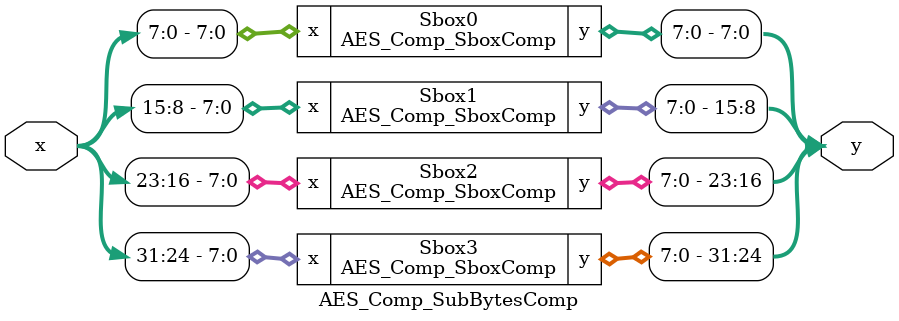
<source format=v>
/* Generated by Yosys 0.32+0 (git sha1 105c44701, clang 14.0.0-1ubuntu1.1 -fPIC -Os) */

module AES_Comp(Kin, Din, Dout, Krdy, Drdy, EncDec, RSTn, EN, CLK, BSY, Kvld, Dvld);
  wire _000_;
  wire _001_;
  wire _002_;
  wire _003_;
  wire _004_;
  wire _005_;
  wire _006_;
  wire _007_;
  wire _008_;
  wire _009_;
  wire _010_;
  wire _011_;
  wire _012_;
  wire _013_;
  wire _014_;
  wire _015_;
  wire _016_;
  wire _017_;
  wire _018_;
  wire _019_;
  wire _020_;
  wire _021_;
  wire _022_;
  wire _023_;
  wire _024_;
  wire _025_;
  wire _026_;
  wire _027_;
  wire _028_;
  wire _029_;
  wire _030_;
  wire _031_;
  wire _032_;
  wire _033_;
  wire _034_;
  wire _035_;
  wire _036_;
  wire _037_;
  wire _038_;
  wire _039_;
  wire _040_;
  wire _041_;
  wire _042_;
  wire _043_;
  wire _044_;
  wire _045_;
  wire _046_;
  wire _047_;
  wire _048_;
  wire _049_;
  wire _050_;
  wire _051_;
  wire _052_;
  wire _053_;
  wire _054_;
  wire _055_;
  wire _056_;
  wire _057_;
  wire _058_;
  wire _059_;
  wire _060_;
  wire _061_;
  wire _062_;
  wire _063_;
  wire _064_;
  wire _065_;
  wire _066_;
  wire _067_;
  wire _068_;
  wire _069_;
  wire _070_;
  wire _071_;
  wire _072_;
  wire _073_;
  wire _074_;
  wire _075_;
  wire _076_;
  wire _077_;
  wire _078_;
  wire _079_;
  wire _080_;
  wire _081_;
  wire _082_;
  wire _083_;
  wire _084_;
  wire _085_;
  wire _086_;
  wire _087_;
  wire _088_;
  wire _089_;
  wire _090_;
  wire _091_;
  wire _092_;
  wire _093_;
  wire _094_;
  wire _095_;
  wire _096_;
  wire _097_;
  wire _098_;
  wire _099_;
  wire _100_;
  wire _101_;
  wire _102_;
  wire _103_;
  wire _104_;
  wire _105_;
  wire _106_;
  wire _107_;
  wire _108_;
  wire _109_;
  wire _110_;
  wire _111_;
  wire _112_;
  wire _113_;
  wire _114_;
  wire _115_;
  wire _116_;
  wire _117_;
  wire _118_;
  wire _119_;
  wire _120_;
  wire _121_;
  wire _122_;
  wire _123_;
  wire _124_;
  wire _125_;
  wire _126_;
  wire _127_;
  wire _128_;
  wire _129_;
  wire _130_;
  wire _131_;
  wire _132_;
  wire _133_;
  wire _134_;
  wire [127:0] _135_;
  wire _136_;
  wire [127:0] _137_;
  wire _138_;
  wire _139_;
  wire [1:0] _140_;
  output BSY;
  wire BSY;
  wire BSY_D;
  wire BSY_E;
  input CLK;
  wire CLK;
  input [127:0] Din;
  wire [127:0] Din;
  output [127:0] Dout;
  wire [127:0] Dout;
  wire [127:0] Dout_D;
  wire [127:0] Dout_E;
  input Drdy;
  wire Drdy;
  output Dvld;
  wire Dvld;
  wire Dvld_D;
  wire Dvld_E;
  wire Dvld_reg;
  input EN;
  wire EN;
  wire EN_D;
  wire EN_E;
  input EncDec;
  wire EncDec;
  input [127:0] Kin;
  wire [127:0] Kin;
  input Krdy;
  wire Krdy;
  output Kvld;
  wire Kvld;
  wire Kvld_D;
  wire Kvld_E;
  wire Kvld_reg;
  input RSTn;
  wire RSTn;
  LUT4 #(
    .INIT(16'h0c0a)
  ) _141_ (
    .I0(Dvld_E),
    .I1(Dvld_D),
    .I2(Dvld_reg),
    .I3(_140_[0]),
    .O(_129_)
  );
  LUT4 #(
    .INIT(16'h0c0a)
  ) _142_ (
    .I0(Kvld_E),
    .I1(Kvld_D),
    .I2(Kvld_reg),
    .I3(_140_[0]),
    .O(_130_)
  );
  LUT3 #(
    .INIT(8'hac)
  ) _143_ (
    .I0(Dout_D[0]),
    .I1(Dout_E[0]),
    .I2(_140_[0]),
    .O(_001_)
  );
  LUT3 #(
    .INIT(8'hca)
  ) _144_ (
    .I0(Dout_E[1]),
    .I1(Dout_D[1]),
    .I2(_140_[0]),
    .O(_040_)
  );
  LUT3 #(
    .INIT(8'hca)
  ) _145_ (
    .I0(Dout_E[2]),
    .I1(Dout_D[2]),
    .I2(_140_[0]),
    .O(_051_)
  );
  LUT3 #(
    .INIT(8'hca)
  ) _146_ (
    .I0(Dout_E[3]),
    .I1(Dout_D[3]),
    .I2(_140_[0]),
    .O(_062_)
  );
  LUT3 #(
    .INIT(8'hca)
  ) _147_ (
    .I0(Dout_E[4]),
    .I1(Dout_D[4]),
    .I2(_140_[0]),
    .O(_073_)
  );
  LUT3 #(
    .INIT(8'hca)
  ) _148_ (
    .I0(Dout_E[5]),
    .I1(Dout_D[5]),
    .I2(_140_[0]),
    .O(_084_)
  );
  LUT3 #(
    .INIT(8'hca)
  ) _149_ (
    .I0(Dout_E[6]),
    .I1(Dout_D[6]),
    .I2(_140_[0]),
    .O(_095_)
  );
  LUT3 #(
    .INIT(8'hca)
  ) _150_ (
    .I0(Dout_E[7]),
    .I1(Dout_D[7]),
    .I2(_140_[0]),
    .O(_106_)
  );
  LUT3 #(
    .INIT(8'hca)
  ) _151_ (
    .I0(Dout_E[8]),
    .I1(Dout_D[8]),
    .I2(_140_[0]),
    .O(_117_)
  );
  LUT3 #(
    .INIT(8'hca)
  ) _152_ (
    .I0(Dout_E[9]),
    .I1(Dout_D[9]),
    .I2(_140_[0]),
    .O(_128_)
  );
  LUT3 #(
    .INIT(8'hca)
  ) _153_ (
    .I0(Dout_E[10]),
    .I1(Dout_D[10]),
    .I2(_140_[0]),
    .O(_012_)
  );
  LUT3 #(
    .INIT(8'hca)
  ) _154_ (
    .I0(Dout_E[11]),
    .I1(Dout_D[11]),
    .I2(_140_[0]),
    .O(_023_)
  );
  LUT3 #(
    .INIT(8'hca)
  ) _155_ (
    .I0(Dout_E[12]),
    .I1(Dout_D[12]),
    .I2(_140_[0]),
    .O(_032_)
  );
  LUT3 #(
    .INIT(8'hca)
  ) _156_ (
    .I0(Dout_E[13]),
    .I1(Dout_D[13]),
    .I2(_140_[0]),
    .O(_033_)
  );
  LUT3 #(
    .INIT(8'hca)
  ) _157_ (
    .I0(Dout_E[14]),
    .I1(Dout_D[14]),
    .I2(_140_[0]),
    .O(_034_)
  );
  LUT3 #(
    .INIT(8'hca)
  ) _158_ (
    .I0(Dout_E[15]),
    .I1(Dout_D[15]),
    .I2(_140_[0]),
    .O(_035_)
  );
  LUT3 #(
    .INIT(8'hca)
  ) _159_ (
    .I0(Dout_E[16]),
    .I1(Dout_D[16]),
    .I2(_140_[0]),
    .O(_036_)
  );
  LUT3 #(
    .INIT(8'hca)
  ) _160_ (
    .I0(Dout_E[17]),
    .I1(Dout_D[17]),
    .I2(_140_[0]),
    .O(_037_)
  );
  LUT3 #(
    .INIT(8'hca)
  ) _161_ (
    .I0(Dout_E[18]),
    .I1(Dout_D[18]),
    .I2(_140_[0]),
    .O(_038_)
  );
  LUT3 #(
    .INIT(8'hca)
  ) _162_ (
    .I0(Dout_E[19]),
    .I1(Dout_D[19]),
    .I2(_140_[0]),
    .O(_039_)
  );
  LUT3 #(
    .INIT(8'hca)
  ) _163_ (
    .I0(Dout_E[20]),
    .I1(Dout_D[20]),
    .I2(_140_[0]),
    .O(_041_)
  );
  LUT3 #(
    .INIT(8'hca)
  ) _164_ (
    .I0(Dout_E[21]),
    .I1(Dout_D[21]),
    .I2(_140_[0]),
    .O(_042_)
  );
  LUT3 #(
    .INIT(8'hca)
  ) _165_ (
    .I0(Dout_E[22]),
    .I1(Dout_D[22]),
    .I2(_140_[0]),
    .O(_043_)
  );
  LUT3 #(
    .INIT(8'hca)
  ) _166_ (
    .I0(Dout_E[23]),
    .I1(Dout_D[23]),
    .I2(_140_[0]),
    .O(_044_)
  );
  LUT3 #(
    .INIT(8'hca)
  ) _167_ (
    .I0(Dout_E[24]),
    .I1(Dout_D[24]),
    .I2(_140_[0]),
    .O(_045_)
  );
  LUT3 #(
    .INIT(8'hca)
  ) _168_ (
    .I0(Dout_E[25]),
    .I1(Dout_D[25]),
    .I2(_140_[0]),
    .O(_046_)
  );
  LUT3 #(
    .INIT(8'hca)
  ) _169_ (
    .I0(Dout_E[26]),
    .I1(Dout_D[26]),
    .I2(_140_[0]),
    .O(_047_)
  );
  LUT3 #(
    .INIT(8'hca)
  ) _170_ (
    .I0(Dout_E[27]),
    .I1(Dout_D[27]),
    .I2(_140_[0]),
    .O(_048_)
  );
  LUT3 #(
    .INIT(8'hca)
  ) _171_ (
    .I0(Dout_E[28]),
    .I1(Dout_D[28]),
    .I2(_140_[0]),
    .O(_049_)
  );
  LUT3 #(
    .INIT(8'hca)
  ) _172_ (
    .I0(Dout_E[29]),
    .I1(Dout_D[29]),
    .I2(_140_[0]),
    .O(_050_)
  );
  LUT3 #(
    .INIT(8'hca)
  ) _173_ (
    .I0(Dout_E[30]),
    .I1(Dout_D[30]),
    .I2(_140_[0]),
    .O(_052_)
  );
  LUT3 #(
    .INIT(8'hca)
  ) _174_ (
    .I0(Dout_E[31]),
    .I1(Dout_D[31]),
    .I2(_140_[0]),
    .O(_053_)
  );
  LUT3 #(
    .INIT(8'hca)
  ) _175_ (
    .I0(Dout_E[32]),
    .I1(Dout_D[32]),
    .I2(_140_[0]),
    .O(_054_)
  );
  LUT3 #(
    .INIT(8'hca)
  ) _176_ (
    .I0(Dout_E[33]),
    .I1(Dout_D[33]),
    .I2(_140_[0]),
    .O(_055_)
  );
  LUT3 #(
    .INIT(8'hca)
  ) _177_ (
    .I0(Dout_E[34]),
    .I1(Dout_D[34]),
    .I2(_140_[0]),
    .O(_056_)
  );
  LUT3 #(
    .INIT(8'hca)
  ) _178_ (
    .I0(Dout_E[35]),
    .I1(Dout_D[35]),
    .I2(_140_[0]),
    .O(_057_)
  );
  LUT3 #(
    .INIT(8'hca)
  ) _179_ (
    .I0(Dout_E[36]),
    .I1(Dout_D[36]),
    .I2(_140_[0]),
    .O(_058_)
  );
  LUT3 #(
    .INIT(8'hca)
  ) _180_ (
    .I0(Dout_E[37]),
    .I1(Dout_D[37]),
    .I2(_140_[0]),
    .O(_059_)
  );
  LUT3 #(
    .INIT(8'hca)
  ) _181_ (
    .I0(Dout_E[38]),
    .I1(Dout_D[38]),
    .I2(_140_[0]),
    .O(_060_)
  );
  LUT3 #(
    .INIT(8'hca)
  ) _182_ (
    .I0(Dout_E[39]),
    .I1(Dout_D[39]),
    .I2(_140_[0]),
    .O(_061_)
  );
  LUT3 #(
    .INIT(8'hca)
  ) _183_ (
    .I0(Dout_E[40]),
    .I1(Dout_D[40]),
    .I2(_140_[0]),
    .O(_063_)
  );
  LUT3 #(
    .INIT(8'hca)
  ) _184_ (
    .I0(Dout_E[41]),
    .I1(Dout_D[41]),
    .I2(_140_[0]),
    .O(_064_)
  );
  LUT3 #(
    .INIT(8'hca)
  ) _185_ (
    .I0(Dout_E[42]),
    .I1(Dout_D[42]),
    .I2(_140_[0]),
    .O(_065_)
  );
  LUT3 #(
    .INIT(8'hca)
  ) _186_ (
    .I0(Dout_E[43]),
    .I1(Dout_D[43]),
    .I2(_140_[0]),
    .O(_066_)
  );
  LUT3 #(
    .INIT(8'hca)
  ) _187_ (
    .I0(Dout_E[44]),
    .I1(Dout_D[44]),
    .I2(_140_[0]),
    .O(_067_)
  );
  LUT3 #(
    .INIT(8'hca)
  ) _188_ (
    .I0(Dout_E[45]),
    .I1(Dout_D[45]),
    .I2(_140_[0]),
    .O(_068_)
  );
  LUT3 #(
    .INIT(8'hca)
  ) _189_ (
    .I0(Dout_E[46]),
    .I1(Dout_D[46]),
    .I2(_140_[0]),
    .O(_069_)
  );
  LUT3 #(
    .INIT(8'hca)
  ) _190_ (
    .I0(Dout_E[47]),
    .I1(Dout_D[47]),
    .I2(_140_[0]),
    .O(_070_)
  );
  LUT3 #(
    .INIT(8'hca)
  ) _191_ (
    .I0(Dout_E[48]),
    .I1(Dout_D[48]),
    .I2(_140_[0]),
    .O(_071_)
  );
  LUT3 #(
    .INIT(8'hca)
  ) _192_ (
    .I0(Dout_E[49]),
    .I1(Dout_D[49]),
    .I2(_140_[0]),
    .O(_072_)
  );
  LUT3 #(
    .INIT(8'hca)
  ) _193_ (
    .I0(Dout_E[50]),
    .I1(Dout_D[50]),
    .I2(_140_[0]),
    .O(_074_)
  );
  LUT3 #(
    .INIT(8'hca)
  ) _194_ (
    .I0(Dout_E[51]),
    .I1(Dout_D[51]),
    .I2(_140_[0]),
    .O(_075_)
  );
  LUT3 #(
    .INIT(8'hca)
  ) _195_ (
    .I0(Dout_E[52]),
    .I1(Dout_D[52]),
    .I2(_140_[0]),
    .O(_076_)
  );
  LUT3 #(
    .INIT(8'hca)
  ) _196_ (
    .I0(Dout_E[53]),
    .I1(Dout_D[53]),
    .I2(_140_[0]),
    .O(_077_)
  );
  LUT3 #(
    .INIT(8'hca)
  ) _197_ (
    .I0(Dout_E[54]),
    .I1(Dout_D[54]),
    .I2(_140_[0]),
    .O(_078_)
  );
  LUT3 #(
    .INIT(8'hca)
  ) _198_ (
    .I0(Dout_E[55]),
    .I1(Dout_D[55]),
    .I2(_140_[0]),
    .O(_079_)
  );
  LUT3 #(
    .INIT(8'hca)
  ) _199_ (
    .I0(Dout_E[56]),
    .I1(Dout_D[56]),
    .I2(_140_[0]),
    .O(_080_)
  );
  LUT3 #(
    .INIT(8'hca)
  ) _200_ (
    .I0(Dout_E[57]),
    .I1(Dout_D[57]),
    .I2(_140_[0]),
    .O(_081_)
  );
  LUT3 #(
    .INIT(8'hca)
  ) _201_ (
    .I0(Dout_E[58]),
    .I1(Dout_D[58]),
    .I2(_140_[0]),
    .O(_082_)
  );
  LUT3 #(
    .INIT(8'hca)
  ) _202_ (
    .I0(Dout_E[59]),
    .I1(Dout_D[59]),
    .I2(_140_[0]),
    .O(_083_)
  );
  LUT3 #(
    .INIT(8'hca)
  ) _203_ (
    .I0(Dout_E[60]),
    .I1(Dout_D[60]),
    .I2(_140_[0]),
    .O(_085_)
  );
  LUT3 #(
    .INIT(8'hca)
  ) _204_ (
    .I0(Dout_E[61]),
    .I1(Dout_D[61]),
    .I2(_140_[0]),
    .O(_086_)
  );
  LUT3 #(
    .INIT(8'hca)
  ) _205_ (
    .I0(Dout_E[62]),
    .I1(Dout_D[62]),
    .I2(_140_[0]),
    .O(_087_)
  );
  LUT3 #(
    .INIT(8'hca)
  ) _206_ (
    .I0(Dout_E[63]),
    .I1(Dout_D[63]),
    .I2(_140_[0]),
    .O(_088_)
  );
  LUT3 #(
    .INIT(8'hca)
  ) _207_ (
    .I0(Dout_E[64]),
    .I1(Dout_D[64]),
    .I2(_140_[0]),
    .O(_089_)
  );
  LUT3 #(
    .INIT(8'hca)
  ) _208_ (
    .I0(Dout_E[65]),
    .I1(Dout_D[65]),
    .I2(_140_[0]),
    .O(_090_)
  );
  LUT3 #(
    .INIT(8'hca)
  ) _209_ (
    .I0(Dout_E[66]),
    .I1(Dout_D[66]),
    .I2(_140_[0]),
    .O(_091_)
  );
  LUT3 #(
    .INIT(8'hca)
  ) _210_ (
    .I0(Dout_E[67]),
    .I1(Dout_D[67]),
    .I2(_140_[0]),
    .O(_092_)
  );
  LUT3 #(
    .INIT(8'hca)
  ) _211_ (
    .I0(Dout_E[68]),
    .I1(Dout_D[68]),
    .I2(_140_[0]),
    .O(_093_)
  );
  LUT3 #(
    .INIT(8'hca)
  ) _212_ (
    .I0(Dout_E[69]),
    .I1(Dout_D[69]),
    .I2(_140_[0]),
    .O(_094_)
  );
  LUT3 #(
    .INIT(8'hca)
  ) _213_ (
    .I0(Dout_E[70]),
    .I1(Dout_D[70]),
    .I2(_140_[0]),
    .O(_096_)
  );
  LUT3 #(
    .INIT(8'hca)
  ) _214_ (
    .I0(Dout_E[71]),
    .I1(Dout_D[71]),
    .I2(_140_[0]),
    .O(_097_)
  );
  LUT3 #(
    .INIT(8'hca)
  ) _215_ (
    .I0(Dout_E[72]),
    .I1(Dout_D[72]),
    .I2(_140_[0]),
    .O(_098_)
  );
  LUT3 #(
    .INIT(8'hca)
  ) _216_ (
    .I0(Dout_E[73]),
    .I1(Dout_D[73]),
    .I2(_140_[0]),
    .O(_099_)
  );
  LUT3 #(
    .INIT(8'hca)
  ) _217_ (
    .I0(Dout_E[74]),
    .I1(Dout_D[74]),
    .I2(_140_[0]),
    .O(_100_)
  );
  LUT3 #(
    .INIT(8'hca)
  ) _218_ (
    .I0(Dout_E[75]),
    .I1(Dout_D[75]),
    .I2(_140_[0]),
    .O(_101_)
  );
  LUT3 #(
    .INIT(8'hca)
  ) _219_ (
    .I0(Dout_E[76]),
    .I1(Dout_D[76]),
    .I2(_140_[0]),
    .O(_102_)
  );
  LUT3 #(
    .INIT(8'hca)
  ) _220_ (
    .I0(Dout_E[77]),
    .I1(Dout_D[77]),
    .I2(_140_[0]),
    .O(_103_)
  );
  LUT3 #(
    .INIT(8'hca)
  ) _221_ (
    .I0(Dout_E[78]),
    .I1(Dout_D[78]),
    .I2(_140_[0]),
    .O(_104_)
  );
  LUT3 #(
    .INIT(8'hca)
  ) _222_ (
    .I0(Dout_E[79]),
    .I1(Dout_D[79]),
    .I2(_140_[0]),
    .O(_105_)
  );
  LUT3 #(
    .INIT(8'hca)
  ) _223_ (
    .I0(Dout_E[80]),
    .I1(Dout_D[80]),
    .I2(_140_[0]),
    .O(_107_)
  );
  LUT3 #(
    .INIT(8'hca)
  ) _224_ (
    .I0(Dout_E[81]),
    .I1(Dout_D[81]),
    .I2(_140_[0]),
    .O(_108_)
  );
  LUT3 #(
    .INIT(8'hca)
  ) _225_ (
    .I0(Dout_E[82]),
    .I1(Dout_D[82]),
    .I2(_140_[0]),
    .O(_109_)
  );
  LUT3 #(
    .INIT(8'hca)
  ) _226_ (
    .I0(Dout_E[83]),
    .I1(Dout_D[83]),
    .I2(_140_[0]),
    .O(_110_)
  );
  LUT3 #(
    .INIT(8'hca)
  ) _227_ (
    .I0(Dout_E[84]),
    .I1(Dout_D[84]),
    .I2(_140_[0]),
    .O(_111_)
  );
  LUT3 #(
    .INIT(8'hca)
  ) _228_ (
    .I0(Dout_E[85]),
    .I1(Dout_D[85]),
    .I2(_140_[0]),
    .O(_112_)
  );
  LUT3 #(
    .INIT(8'hca)
  ) _229_ (
    .I0(Dout_E[86]),
    .I1(Dout_D[86]),
    .I2(_140_[0]),
    .O(_113_)
  );
  LUT3 #(
    .INIT(8'hca)
  ) _230_ (
    .I0(Dout_E[87]),
    .I1(Dout_D[87]),
    .I2(_140_[0]),
    .O(_114_)
  );
  LUT3 #(
    .INIT(8'hca)
  ) _231_ (
    .I0(Dout_E[88]),
    .I1(Dout_D[88]),
    .I2(_140_[0]),
    .O(_115_)
  );
  LUT3 #(
    .INIT(8'hca)
  ) _232_ (
    .I0(Dout_E[89]),
    .I1(Dout_D[89]),
    .I2(_140_[0]),
    .O(_116_)
  );
  LUT3 #(
    .INIT(8'hca)
  ) _233_ (
    .I0(Dout_E[90]),
    .I1(Dout_D[90]),
    .I2(_140_[0]),
    .O(_118_)
  );
  LUT3 #(
    .INIT(8'hca)
  ) _234_ (
    .I0(Dout_E[91]),
    .I1(Dout_D[91]),
    .I2(_140_[0]),
    .O(_119_)
  );
  LUT3 #(
    .INIT(8'hca)
  ) _235_ (
    .I0(Dout_E[92]),
    .I1(Dout_D[92]),
    .I2(_140_[0]),
    .O(_120_)
  );
  LUT3 #(
    .INIT(8'hca)
  ) _236_ (
    .I0(Dout_E[93]),
    .I1(Dout_D[93]),
    .I2(_140_[0]),
    .O(_121_)
  );
  LUT3 #(
    .INIT(8'hca)
  ) _237_ (
    .I0(Dout_E[94]),
    .I1(Dout_D[94]),
    .I2(_140_[0]),
    .O(_122_)
  );
  LUT3 #(
    .INIT(8'hca)
  ) _238_ (
    .I0(Dout_E[95]),
    .I1(Dout_D[95]),
    .I2(_140_[0]),
    .O(_123_)
  );
  LUT3 #(
    .INIT(8'hca)
  ) _239_ (
    .I0(Dout_E[96]),
    .I1(Dout_D[96]),
    .I2(_140_[0]),
    .O(_124_)
  );
  LUT3 #(
    .INIT(8'hca)
  ) _240_ (
    .I0(Dout_E[97]),
    .I1(Dout_D[97]),
    .I2(_140_[0]),
    .O(_125_)
  );
  LUT3 #(
    .INIT(8'hca)
  ) _241_ (
    .I0(Dout_E[98]),
    .I1(Dout_D[98]),
    .I2(_140_[0]),
    .O(_126_)
  );
  LUT3 #(
    .INIT(8'hca)
  ) _242_ (
    .I0(Dout_E[99]),
    .I1(Dout_D[99]),
    .I2(_140_[0]),
    .O(_127_)
  );
  LUT3 #(
    .INIT(8'hca)
  ) _243_ (
    .I0(Dout_E[100]),
    .I1(Dout_D[100]),
    .I2(_140_[0]),
    .O(_002_)
  );
  LUT3 #(
    .INIT(8'hca)
  ) _244_ (
    .I0(Dout_E[101]),
    .I1(Dout_D[101]),
    .I2(_140_[0]),
    .O(_003_)
  );
  LUT3 #(
    .INIT(8'hca)
  ) _245_ (
    .I0(Dout_E[102]),
    .I1(Dout_D[102]),
    .I2(_140_[0]),
    .O(_004_)
  );
  LUT3 #(
    .INIT(8'hca)
  ) _246_ (
    .I0(Dout_E[103]),
    .I1(Dout_D[103]),
    .I2(_140_[0]),
    .O(_005_)
  );
  LUT3 #(
    .INIT(8'hca)
  ) _247_ (
    .I0(Dout_E[104]),
    .I1(Dout_D[104]),
    .I2(_140_[0]),
    .O(_006_)
  );
  LUT3 #(
    .INIT(8'hca)
  ) _248_ (
    .I0(Dout_E[105]),
    .I1(Dout_D[105]),
    .I2(_140_[0]),
    .O(_007_)
  );
  LUT3 #(
    .INIT(8'hca)
  ) _249_ (
    .I0(Dout_E[106]),
    .I1(Dout_D[106]),
    .I2(_140_[0]),
    .O(_008_)
  );
  LUT3 #(
    .INIT(8'hca)
  ) _250_ (
    .I0(Dout_E[107]),
    .I1(Dout_D[107]),
    .I2(_140_[0]),
    .O(_009_)
  );
  LUT3 #(
    .INIT(8'hca)
  ) _251_ (
    .I0(Dout_E[108]),
    .I1(Dout_D[108]),
    .I2(_140_[0]),
    .O(_010_)
  );
  LUT3 #(
    .INIT(8'hca)
  ) _252_ (
    .I0(Dout_E[109]),
    .I1(Dout_D[109]),
    .I2(_140_[0]),
    .O(_011_)
  );
  LUT3 #(
    .INIT(8'hca)
  ) _253_ (
    .I0(Dout_E[110]),
    .I1(Dout_D[110]),
    .I2(_140_[0]),
    .O(_013_)
  );
  LUT3 #(
    .INIT(8'hca)
  ) _254_ (
    .I0(Dout_E[111]),
    .I1(Dout_D[111]),
    .I2(_140_[0]),
    .O(_014_)
  );
  LUT3 #(
    .INIT(8'hca)
  ) _255_ (
    .I0(Dout_E[112]),
    .I1(Dout_D[112]),
    .I2(_140_[0]),
    .O(_015_)
  );
  LUT3 #(
    .INIT(8'hca)
  ) _256_ (
    .I0(Dout_E[113]),
    .I1(Dout_D[113]),
    .I2(_140_[0]),
    .O(_016_)
  );
  LUT3 #(
    .INIT(8'hca)
  ) _257_ (
    .I0(Dout_E[114]),
    .I1(Dout_D[114]),
    .I2(_140_[0]),
    .O(_017_)
  );
  LUT3 #(
    .INIT(8'hca)
  ) _258_ (
    .I0(Dout_E[115]),
    .I1(Dout_D[115]),
    .I2(_140_[0]),
    .O(_018_)
  );
  LUT3 #(
    .INIT(8'hca)
  ) _259_ (
    .I0(Dout_E[116]),
    .I1(Dout_D[116]),
    .I2(_140_[0]),
    .O(_019_)
  );
  LUT3 #(
    .INIT(8'hca)
  ) _260_ (
    .I0(Dout_E[117]),
    .I1(Dout_D[117]),
    .I2(_140_[0]),
    .O(_020_)
  );
  LUT3 #(
    .INIT(8'hca)
  ) _261_ (
    .I0(Dout_E[118]),
    .I1(Dout_D[118]),
    .I2(_140_[0]),
    .O(_021_)
  );
  LUT3 #(
    .INIT(8'hca)
  ) _262_ (
    .I0(Dout_E[119]),
    .I1(Dout_D[119]),
    .I2(_140_[0]),
    .O(_022_)
  );
  LUT3 #(
    .INIT(8'hca)
  ) _263_ (
    .I0(Dout_E[120]),
    .I1(Dout_D[120]),
    .I2(_140_[0]),
    .O(_024_)
  );
  LUT3 #(
    .INIT(8'hca)
  ) _264_ (
    .I0(Dout_E[121]),
    .I1(Dout_D[121]),
    .I2(_140_[0]),
    .O(_025_)
  );
  LUT3 #(
    .INIT(8'hca)
  ) _265_ (
    .I0(Dout_E[122]),
    .I1(Dout_D[122]),
    .I2(_140_[0]),
    .O(_026_)
  );
  LUT3 #(
    .INIT(8'hca)
  ) _266_ (
    .I0(Dout_E[123]),
    .I1(Dout_D[123]),
    .I2(_140_[0]),
    .O(_027_)
  );
  LUT3 #(
    .INIT(8'hca)
  ) _267_ (
    .I0(Dout_E[124]),
    .I1(Dout_D[124]),
    .I2(_140_[0]),
    .O(_028_)
  );
  LUT3 #(
    .INIT(8'hca)
  ) _268_ (
    .I0(Dout_E[125]),
    .I1(Dout_D[125]),
    .I2(_140_[0]),
    .O(_029_)
  );
  LUT3 #(
    .INIT(8'hca)
  ) _269_ (
    .I0(Dout_E[126]),
    .I1(Dout_D[126]),
    .I2(_140_[0]),
    .O(_030_)
  );
  LUT3 #(
    .INIT(8'hca)
  ) _270_ (
    .I0(Dout_E[127]),
    .I1(Dout_D[127]),
    .I2(_140_[0]),
    .O(_031_)
  );
  LUT2 #(
    .INIT(4'h4)
  ) _271_ (
    .I0(_140_[0]),
    .I1(_140_[1]),
    .O(EN_E)
  );
  LUT2 #(
    .INIT(4'h8)
  ) _272_ (
    .I0(_140_[0]),
    .I1(_140_[1]),
    .O(EN_D)
  );
  LUT2 #(
    .INIT(4'he)
  ) _273_ (
    .I0(BSY_E),
    .I1(BSY_D),
    .O(_000_)
  );
  BUFG _274_ (
    .I(_131_),
    .O(_134_)
  );
  FDRE #(
    .INIT(1'hx)
  ) _275_ (
    .C(_134_),
    .CE(1'h1),
    .D(_133_),
    .Q(Dvld_reg),
    .R(1'h0)
  );
  FDRE #(
    .INIT(1'hx)
  ) _276_ (
    .C(_134_),
    .CE(1'h1),
    .D(_132_),
    .Q(Kvld_reg),
    .R(1'h0)
  );
  LUT6 #(
    .INIT(64'ha8a80808a808a808)
  ) _277_ (
    .I0(_139_),
    .I1(Kvld_reg),
    .I2(_140_[1]),
    .I3(Kvld_E),
    .I4(Kvld_D),
    .I5(_140_[0]),
    .O(_132_)
  );
  LUT6 #(
    .INIT(64'ha8a80808a808a808)
  ) _278_ (
    .I0(_139_),
    .I1(Dvld_reg),
    .I2(_140_[1]),
    .I3(Dvld_E),
    .I4(Dvld_D),
    .I5(_140_[0]),
    .O(_133_)
  );
  OBUF _279_ (
    .I(_000_),
    .O(BSY)
  );
  IBUF _280_ (
    .I(CLK),
    .O(_131_)
  );
  IBUF _281_ (
    .I(Din[0]),
    .O(_135_[0])
  );
  IBUF _282_ (
    .I(Din[1]),
    .O(_135_[1])
  );
  IBUF _283_ (
    .I(Din[10]),
    .O(_135_[10])
  );
  IBUF _284_ (
    .I(Din[100]),
    .O(_135_[100])
  );
  IBUF _285_ (
    .I(Din[101]),
    .O(_135_[101])
  );
  IBUF _286_ (
    .I(Din[102]),
    .O(_135_[102])
  );
  IBUF _287_ (
    .I(Din[103]),
    .O(_135_[103])
  );
  IBUF _288_ (
    .I(Din[104]),
    .O(_135_[104])
  );
  IBUF _289_ (
    .I(Din[105]),
    .O(_135_[105])
  );
  IBUF _290_ (
    .I(Din[106]),
    .O(_135_[106])
  );
  IBUF _291_ (
    .I(Din[107]),
    .O(_135_[107])
  );
  IBUF _292_ (
    .I(Din[108]),
    .O(_135_[108])
  );
  IBUF _293_ (
    .I(Din[109]),
    .O(_135_[109])
  );
  IBUF _294_ (
    .I(Din[11]),
    .O(_135_[11])
  );
  IBUF _295_ (
    .I(Din[110]),
    .O(_135_[110])
  );
  IBUF _296_ (
    .I(Din[111]),
    .O(_135_[111])
  );
  IBUF _297_ (
    .I(Din[112]),
    .O(_135_[112])
  );
  IBUF _298_ (
    .I(Din[113]),
    .O(_135_[113])
  );
  IBUF _299_ (
    .I(Din[114]),
    .O(_135_[114])
  );
  IBUF _300_ (
    .I(Din[115]),
    .O(_135_[115])
  );
  IBUF _301_ (
    .I(Din[116]),
    .O(_135_[116])
  );
  IBUF _302_ (
    .I(Din[117]),
    .O(_135_[117])
  );
  IBUF _303_ (
    .I(Din[118]),
    .O(_135_[118])
  );
  IBUF _304_ (
    .I(Din[119]),
    .O(_135_[119])
  );
  IBUF _305_ (
    .I(Din[12]),
    .O(_135_[12])
  );
  IBUF _306_ (
    .I(Din[120]),
    .O(_135_[120])
  );
  IBUF _307_ (
    .I(Din[121]),
    .O(_135_[121])
  );
  IBUF _308_ (
    .I(Din[122]),
    .O(_135_[122])
  );
  IBUF _309_ (
    .I(Din[123]),
    .O(_135_[123])
  );
  IBUF _310_ (
    .I(Din[124]),
    .O(_135_[124])
  );
  IBUF _311_ (
    .I(Din[125]),
    .O(_135_[125])
  );
  IBUF _312_ (
    .I(Din[126]),
    .O(_135_[126])
  );
  IBUF _313_ (
    .I(Din[127]),
    .O(_135_[127])
  );
  IBUF _314_ (
    .I(Din[13]),
    .O(_135_[13])
  );
  IBUF _315_ (
    .I(Din[14]),
    .O(_135_[14])
  );
  IBUF _316_ (
    .I(Din[15]),
    .O(_135_[15])
  );
  IBUF _317_ (
    .I(Din[16]),
    .O(_135_[16])
  );
  IBUF _318_ (
    .I(Din[17]),
    .O(_135_[17])
  );
  IBUF _319_ (
    .I(Din[18]),
    .O(_135_[18])
  );
  IBUF _320_ (
    .I(Din[19]),
    .O(_135_[19])
  );
  IBUF _321_ (
    .I(Din[2]),
    .O(_135_[2])
  );
  IBUF _322_ (
    .I(Din[20]),
    .O(_135_[20])
  );
  IBUF _323_ (
    .I(Din[21]),
    .O(_135_[21])
  );
  IBUF _324_ (
    .I(Din[22]),
    .O(_135_[22])
  );
  IBUF _325_ (
    .I(Din[23]),
    .O(_135_[23])
  );
  IBUF _326_ (
    .I(Din[24]),
    .O(_135_[24])
  );
  IBUF _327_ (
    .I(Din[25]),
    .O(_135_[25])
  );
  IBUF _328_ (
    .I(Din[26]),
    .O(_135_[26])
  );
  IBUF _329_ (
    .I(Din[27]),
    .O(_135_[27])
  );
  IBUF _330_ (
    .I(Din[28]),
    .O(_135_[28])
  );
  IBUF _331_ (
    .I(Din[29]),
    .O(_135_[29])
  );
  IBUF _332_ (
    .I(Din[3]),
    .O(_135_[3])
  );
  IBUF _333_ (
    .I(Din[30]),
    .O(_135_[30])
  );
  IBUF _334_ (
    .I(Din[31]),
    .O(_135_[31])
  );
  IBUF _335_ (
    .I(Din[32]),
    .O(_135_[32])
  );
  IBUF _336_ (
    .I(Din[33]),
    .O(_135_[33])
  );
  IBUF _337_ (
    .I(Din[34]),
    .O(_135_[34])
  );
  IBUF _338_ (
    .I(Din[35]),
    .O(_135_[35])
  );
  IBUF _339_ (
    .I(Din[36]),
    .O(_135_[36])
  );
  IBUF _340_ (
    .I(Din[37]),
    .O(_135_[37])
  );
  IBUF _341_ (
    .I(Din[38]),
    .O(_135_[38])
  );
  IBUF _342_ (
    .I(Din[39]),
    .O(_135_[39])
  );
  IBUF _343_ (
    .I(Din[4]),
    .O(_135_[4])
  );
  IBUF _344_ (
    .I(Din[40]),
    .O(_135_[40])
  );
  IBUF _345_ (
    .I(Din[41]),
    .O(_135_[41])
  );
  IBUF _346_ (
    .I(Din[42]),
    .O(_135_[42])
  );
  IBUF _347_ (
    .I(Din[43]),
    .O(_135_[43])
  );
  IBUF _348_ (
    .I(Din[44]),
    .O(_135_[44])
  );
  IBUF _349_ (
    .I(Din[45]),
    .O(_135_[45])
  );
  IBUF _350_ (
    .I(Din[46]),
    .O(_135_[46])
  );
  IBUF _351_ (
    .I(Din[47]),
    .O(_135_[47])
  );
  IBUF _352_ (
    .I(Din[48]),
    .O(_135_[48])
  );
  IBUF _353_ (
    .I(Din[49]),
    .O(_135_[49])
  );
  IBUF _354_ (
    .I(Din[5]),
    .O(_135_[5])
  );
  IBUF _355_ (
    .I(Din[50]),
    .O(_135_[50])
  );
  IBUF _356_ (
    .I(Din[51]),
    .O(_135_[51])
  );
  IBUF _357_ (
    .I(Din[52]),
    .O(_135_[52])
  );
  IBUF _358_ (
    .I(Din[53]),
    .O(_135_[53])
  );
  IBUF _359_ (
    .I(Din[54]),
    .O(_135_[54])
  );
  IBUF _360_ (
    .I(Din[55]),
    .O(_135_[55])
  );
  IBUF _361_ (
    .I(Din[56]),
    .O(_135_[56])
  );
  IBUF _362_ (
    .I(Din[57]),
    .O(_135_[57])
  );
  IBUF _363_ (
    .I(Din[58]),
    .O(_135_[58])
  );
  IBUF _364_ (
    .I(Din[59]),
    .O(_135_[59])
  );
  IBUF _365_ (
    .I(Din[6]),
    .O(_135_[6])
  );
  IBUF _366_ (
    .I(Din[60]),
    .O(_135_[60])
  );
  IBUF _367_ (
    .I(Din[61]),
    .O(_135_[61])
  );
  IBUF _368_ (
    .I(Din[62]),
    .O(_135_[62])
  );
  IBUF _369_ (
    .I(Din[63]),
    .O(_135_[63])
  );
  IBUF _370_ (
    .I(Din[64]),
    .O(_135_[64])
  );
  IBUF _371_ (
    .I(Din[65]),
    .O(_135_[65])
  );
  IBUF _372_ (
    .I(Din[66]),
    .O(_135_[66])
  );
  IBUF _373_ (
    .I(Din[67]),
    .O(_135_[67])
  );
  IBUF _374_ (
    .I(Din[68]),
    .O(_135_[68])
  );
  IBUF _375_ (
    .I(Din[69]),
    .O(_135_[69])
  );
  IBUF _376_ (
    .I(Din[7]),
    .O(_135_[7])
  );
  IBUF _377_ (
    .I(Din[70]),
    .O(_135_[70])
  );
  IBUF _378_ (
    .I(Din[71]),
    .O(_135_[71])
  );
  IBUF _379_ (
    .I(Din[72]),
    .O(_135_[72])
  );
  IBUF _380_ (
    .I(Din[73]),
    .O(_135_[73])
  );
  IBUF _381_ (
    .I(Din[74]),
    .O(_135_[74])
  );
  IBUF _382_ (
    .I(Din[75]),
    .O(_135_[75])
  );
  IBUF _383_ (
    .I(Din[76]),
    .O(_135_[76])
  );
  IBUF _384_ (
    .I(Din[77]),
    .O(_135_[77])
  );
  IBUF _385_ (
    .I(Din[78]),
    .O(_135_[78])
  );
  IBUF _386_ (
    .I(Din[79]),
    .O(_135_[79])
  );
  IBUF _387_ (
    .I(Din[8]),
    .O(_135_[8])
  );
  IBUF _388_ (
    .I(Din[80]),
    .O(_135_[80])
  );
  IBUF _389_ (
    .I(Din[81]),
    .O(_135_[81])
  );
  IBUF _390_ (
    .I(Din[82]),
    .O(_135_[82])
  );
  IBUF _391_ (
    .I(Din[83]),
    .O(_135_[83])
  );
  IBUF _392_ (
    .I(Din[84]),
    .O(_135_[84])
  );
  IBUF _393_ (
    .I(Din[85]),
    .O(_135_[85])
  );
  IBUF _394_ (
    .I(Din[86]),
    .O(_135_[86])
  );
  IBUF _395_ (
    .I(Din[87]),
    .O(_135_[87])
  );
  IBUF _396_ (
    .I(Din[88]),
    .O(_135_[88])
  );
  IBUF _397_ (
    .I(Din[89]),
    .O(_135_[89])
  );
  IBUF _398_ (
    .I(Din[9]),
    .O(_135_[9])
  );
  IBUF _399_ (
    .I(Din[90]),
    .O(_135_[90])
  );
  IBUF _400_ (
    .I(Din[91]),
    .O(_135_[91])
  );
  IBUF _401_ (
    .I(Din[92]),
    .O(_135_[92])
  );
  IBUF _402_ (
    .I(Din[93]),
    .O(_135_[93])
  );
  IBUF _403_ (
    .I(Din[94]),
    .O(_135_[94])
  );
  IBUF _404_ (
    .I(Din[95]),
    .O(_135_[95])
  );
  IBUF _405_ (
    .I(Din[96]),
    .O(_135_[96])
  );
  IBUF _406_ (
    .I(Din[97]),
    .O(_135_[97])
  );
  IBUF _407_ (
    .I(Din[98]),
    .O(_135_[98])
  );
  IBUF _408_ (
    .I(Din[99]),
    .O(_135_[99])
  );
  OBUF _409_ (
    .I(_001_),
    .O(Dout[0])
  );
  OBUF _410_ (
    .I(_040_),
    .O(Dout[1])
  );
  OBUF _411_ (
    .I(_012_),
    .O(Dout[10])
  );
  OBUF _412_ (
    .I(_002_),
    .O(Dout[100])
  );
  OBUF _413_ (
    .I(_003_),
    .O(Dout[101])
  );
  OBUF _414_ (
    .I(_004_),
    .O(Dout[102])
  );
  OBUF _415_ (
    .I(_005_),
    .O(Dout[103])
  );
  OBUF _416_ (
    .I(_006_),
    .O(Dout[104])
  );
  OBUF _417_ (
    .I(_007_),
    .O(Dout[105])
  );
  OBUF _418_ (
    .I(_008_),
    .O(Dout[106])
  );
  OBUF _419_ (
    .I(_009_),
    .O(Dout[107])
  );
  OBUF _420_ (
    .I(_010_),
    .O(Dout[108])
  );
  OBUF _421_ (
    .I(_011_),
    .O(Dout[109])
  );
  OBUF _422_ (
    .I(_023_),
    .O(Dout[11])
  );
  OBUF _423_ (
    .I(_013_),
    .O(Dout[110])
  );
  OBUF _424_ (
    .I(_014_),
    .O(Dout[111])
  );
  OBUF _425_ (
    .I(_015_),
    .O(Dout[112])
  );
  OBUF _426_ (
    .I(_016_),
    .O(Dout[113])
  );
  OBUF _427_ (
    .I(_017_),
    .O(Dout[114])
  );
  OBUF _428_ (
    .I(_018_),
    .O(Dout[115])
  );
  OBUF _429_ (
    .I(_019_),
    .O(Dout[116])
  );
  OBUF _430_ (
    .I(_020_),
    .O(Dout[117])
  );
  OBUF _431_ (
    .I(_021_),
    .O(Dout[118])
  );
  OBUF _432_ (
    .I(_022_),
    .O(Dout[119])
  );
  OBUF _433_ (
    .I(_032_),
    .O(Dout[12])
  );
  OBUF _434_ (
    .I(_024_),
    .O(Dout[120])
  );
  OBUF _435_ (
    .I(_025_),
    .O(Dout[121])
  );
  OBUF _436_ (
    .I(_026_),
    .O(Dout[122])
  );
  OBUF _437_ (
    .I(_027_),
    .O(Dout[123])
  );
  OBUF _438_ (
    .I(_028_),
    .O(Dout[124])
  );
  OBUF _439_ (
    .I(_029_),
    .O(Dout[125])
  );
  OBUF _440_ (
    .I(_030_),
    .O(Dout[126])
  );
  OBUF _441_ (
    .I(_031_),
    .O(Dout[127])
  );
  OBUF _442_ (
    .I(_033_),
    .O(Dout[13])
  );
  OBUF _443_ (
    .I(_034_),
    .O(Dout[14])
  );
  OBUF _444_ (
    .I(_035_),
    .O(Dout[15])
  );
  OBUF _445_ (
    .I(_036_),
    .O(Dout[16])
  );
  OBUF _446_ (
    .I(_037_),
    .O(Dout[17])
  );
  OBUF _447_ (
    .I(_038_),
    .O(Dout[18])
  );
  OBUF _448_ (
    .I(_039_),
    .O(Dout[19])
  );
  OBUF _449_ (
    .I(_051_),
    .O(Dout[2])
  );
  OBUF _450_ (
    .I(_041_),
    .O(Dout[20])
  );
  OBUF _451_ (
    .I(_042_),
    .O(Dout[21])
  );
  OBUF _452_ (
    .I(_043_),
    .O(Dout[22])
  );
  OBUF _453_ (
    .I(_044_),
    .O(Dout[23])
  );
  OBUF _454_ (
    .I(_045_),
    .O(Dout[24])
  );
  OBUF _455_ (
    .I(_046_),
    .O(Dout[25])
  );
  OBUF _456_ (
    .I(_047_),
    .O(Dout[26])
  );
  OBUF _457_ (
    .I(_048_),
    .O(Dout[27])
  );
  OBUF _458_ (
    .I(_049_),
    .O(Dout[28])
  );
  OBUF _459_ (
    .I(_050_),
    .O(Dout[29])
  );
  OBUF _460_ (
    .I(_062_),
    .O(Dout[3])
  );
  OBUF _461_ (
    .I(_052_),
    .O(Dout[30])
  );
  OBUF _462_ (
    .I(_053_),
    .O(Dout[31])
  );
  OBUF _463_ (
    .I(_054_),
    .O(Dout[32])
  );
  OBUF _464_ (
    .I(_055_),
    .O(Dout[33])
  );
  OBUF _465_ (
    .I(_056_),
    .O(Dout[34])
  );
  OBUF _466_ (
    .I(_057_),
    .O(Dout[35])
  );
  OBUF _467_ (
    .I(_058_),
    .O(Dout[36])
  );
  OBUF _468_ (
    .I(_059_),
    .O(Dout[37])
  );
  OBUF _469_ (
    .I(_060_),
    .O(Dout[38])
  );
  OBUF _470_ (
    .I(_061_),
    .O(Dout[39])
  );
  OBUF _471_ (
    .I(_073_),
    .O(Dout[4])
  );
  OBUF _472_ (
    .I(_063_),
    .O(Dout[40])
  );
  OBUF _473_ (
    .I(_064_),
    .O(Dout[41])
  );
  OBUF _474_ (
    .I(_065_),
    .O(Dout[42])
  );
  OBUF _475_ (
    .I(_066_),
    .O(Dout[43])
  );
  OBUF _476_ (
    .I(_067_),
    .O(Dout[44])
  );
  OBUF _477_ (
    .I(_068_),
    .O(Dout[45])
  );
  OBUF _478_ (
    .I(_069_),
    .O(Dout[46])
  );
  OBUF _479_ (
    .I(_070_),
    .O(Dout[47])
  );
  OBUF _480_ (
    .I(_071_),
    .O(Dout[48])
  );
  OBUF _481_ (
    .I(_072_),
    .O(Dout[49])
  );
  OBUF _482_ (
    .I(_084_),
    .O(Dout[5])
  );
  OBUF _483_ (
    .I(_074_),
    .O(Dout[50])
  );
  OBUF _484_ (
    .I(_075_),
    .O(Dout[51])
  );
  OBUF _485_ (
    .I(_076_),
    .O(Dout[52])
  );
  OBUF _486_ (
    .I(_077_),
    .O(Dout[53])
  );
  OBUF _487_ (
    .I(_078_),
    .O(Dout[54])
  );
  OBUF _488_ (
    .I(_079_),
    .O(Dout[55])
  );
  OBUF _489_ (
    .I(_080_),
    .O(Dout[56])
  );
  OBUF _490_ (
    .I(_081_),
    .O(Dout[57])
  );
  OBUF _491_ (
    .I(_082_),
    .O(Dout[58])
  );
  OBUF _492_ (
    .I(_083_),
    .O(Dout[59])
  );
  OBUF _493_ (
    .I(_095_),
    .O(Dout[6])
  );
  OBUF _494_ (
    .I(_085_),
    .O(Dout[60])
  );
  OBUF _495_ (
    .I(_086_),
    .O(Dout[61])
  );
  OBUF _496_ (
    .I(_087_),
    .O(Dout[62])
  );
  OBUF _497_ (
    .I(_088_),
    .O(Dout[63])
  );
  OBUF _498_ (
    .I(_089_),
    .O(Dout[64])
  );
  OBUF _499_ (
    .I(_090_),
    .O(Dout[65])
  );
  OBUF _500_ (
    .I(_091_),
    .O(Dout[66])
  );
  OBUF _501_ (
    .I(_092_),
    .O(Dout[67])
  );
  OBUF _502_ (
    .I(_093_),
    .O(Dout[68])
  );
  OBUF _503_ (
    .I(_094_),
    .O(Dout[69])
  );
  OBUF _504_ (
    .I(_106_),
    .O(Dout[7])
  );
  OBUF _505_ (
    .I(_096_),
    .O(Dout[70])
  );
  OBUF _506_ (
    .I(_097_),
    .O(Dout[71])
  );
  OBUF _507_ (
    .I(_098_),
    .O(Dout[72])
  );
  OBUF _508_ (
    .I(_099_),
    .O(Dout[73])
  );
  OBUF _509_ (
    .I(_100_),
    .O(Dout[74])
  );
  OBUF _510_ (
    .I(_101_),
    .O(Dout[75])
  );
  OBUF _511_ (
    .I(_102_),
    .O(Dout[76])
  );
  OBUF _512_ (
    .I(_103_),
    .O(Dout[77])
  );
  OBUF _513_ (
    .I(_104_),
    .O(Dout[78])
  );
  OBUF _514_ (
    .I(_105_),
    .O(Dout[79])
  );
  OBUF _515_ (
    .I(_117_),
    .O(Dout[8])
  );
  OBUF _516_ (
    .I(_107_),
    .O(Dout[80])
  );
  OBUF _517_ (
    .I(_108_),
    .O(Dout[81])
  );
  OBUF _518_ (
    .I(_109_),
    .O(Dout[82])
  );
  OBUF _519_ (
    .I(_110_),
    .O(Dout[83])
  );
  OBUF _520_ (
    .I(_111_),
    .O(Dout[84])
  );
  OBUF _521_ (
    .I(_112_),
    .O(Dout[85])
  );
  OBUF _522_ (
    .I(_113_),
    .O(Dout[86])
  );
  OBUF _523_ (
    .I(_114_),
    .O(Dout[87])
  );
  OBUF _524_ (
    .I(_115_),
    .O(Dout[88])
  );
  OBUF _525_ (
    .I(_116_),
    .O(Dout[89])
  );
  OBUF _526_ (
    .I(_128_),
    .O(Dout[9])
  );
  OBUF _527_ (
    .I(_118_),
    .O(Dout[90])
  );
  OBUF _528_ (
    .I(_119_),
    .O(Dout[91])
  );
  OBUF _529_ (
    .I(_120_),
    .O(Dout[92])
  );
  OBUF _530_ (
    .I(_121_),
    .O(Dout[93])
  );
  OBUF _531_ (
    .I(_122_),
    .O(Dout[94])
  );
  OBUF _532_ (
    .I(_123_),
    .O(Dout[95])
  );
  OBUF _533_ (
    .I(_124_),
    .O(Dout[96])
  );
  OBUF _534_ (
    .I(_125_),
    .O(Dout[97])
  );
  OBUF _535_ (
    .I(_126_),
    .O(Dout[98])
  );
  OBUF _536_ (
    .I(_127_),
    .O(Dout[99])
  );
  IBUF _537_ (
    .I(Drdy),
    .O(_136_)
  );
  OBUF _538_ (
    .I(_129_),
    .O(Dvld)
  );
  IBUF _539_ (
    .I(EN),
    .O(_140_[1])
  );
  IBUF _540_ (
    .I(EncDec),
    .O(_140_[0])
  );
  IBUF _541_ (
    .I(Kin[0]),
    .O(_137_[0])
  );
  IBUF _542_ (
    .I(Kin[1]),
    .O(_137_[1])
  );
  IBUF _543_ (
    .I(Kin[10]),
    .O(_137_[10])
  );
  IBUF _544_ (
    .I(Kin[100]),
    .O(_137_[100])
  );
  IBUF _545_ (
    .I(Kin[101]),
    .O(_137_[101])
  );
  IBUF _546_ (
    .I(Kin[102]),
    .O(_137_[102])
  );
  IBUF _547_ (
    .I(Kin[103]),
    .O(_137_[103])
  );
  IBUF _548_ (
    .I(Kin[104]),
    .O(_137_[104])
  );
  IBUF _549_ (
    .I(Kin[105]),
    .O(_137_[105])
  );
  IBUF _550_ (
    .I(Kin[106]),
    .O(_137_[106])
  );
  IBUF _551_ (
    .I(Kin[107]),
    .O(_137_[107])
  );
  IBUF _552_ (
    .I(Kin[108]),
    .O(_137_[108])
  );
  IBUF _553_ (
    .I(Kin[109]),
    .O(_137_[109])
  );
  IBUF _554_ (
    .I(Kin[11]),
    .O(_137_[11])
  );
  IBUF _555_ (
    .I(Kin[110]),
    .O(_137_[110])
  );
  IBUF _556_ (
    .I(Kin[111]),
    .O(_137_[111])
  );
  IBUF _557_ (
    .I(Kin[112]),
    .O(_137_[112])
  );
  IBUF _558_ (
    .I(Kin[113]),
    .O(_137_[113])
  );
  IBUF _559_ (
    .I(Kin[114]),
    .O(_137_[114])
  );
  IBUF _560_ (
    .I(Kin[115]),
    .O(_137_[115])
  );
  IBUF _561_ (
    .I(Kin[116]),
    .O(_137_[116])
  );
  IBUF _562_ (
    .I(Kin[117]),
    .O(_137_[117])
  );
  IBUF _563_ (
    .I(Kin[118]),
    .O(_137_[118])
  );
  IBUF _564_ (
    .I(Kin[119]),
    .O(_137_[119])
  );
  IBUF _565_ (
    .I(Kin[12]),
    .O(_137_[12])
  );
  IBUF _566_ (
    .I(Kin[120]),
    .O(_137_[120])
  );
  IBUF _567_ (
    .I(Kin[121]),
    .O(_137_[121])
  );
  IBUF _568_ (
    .I(Kin[122]),
    .O(_137_[122])
  );
  IBUF _569_ (
    .I(Kin[123]),
    .O(_137_[123])
  );
  IBUF _570_ (
    .I(Kin[124]),
    .O(_137_[124])
  );
  IBUF _571_ (
    .I(Kin[125]),
    .O(_137_[125])
  );
  IBUF _572_ (
    .I(Kin[126]),
    .O(_137_[126])
  );
  IBUF _573_ (
    .I(Kin[127]),
    .O(_137_[127])
  );
  IBUF _574_ (
    .I(Kin[13]),
    .O(_137_[13])
  );
  IBUF _575_ (
    .I(Kin[14]),
    .O(_137_[14])
  );
  IBUF _576_ (
    .I(Kin[15]),
    .O(_137_[15])
  );
  IBUF _577_ (
    .I(Kin[16]),
    .O(_137_[16])
  );
  IBUF _578_ (
    .I(Kin[17]),
    .O(_137_[17])
  );
  IBUF _579_ (
    .I(Kin[18]),
    .O(_137_[18])
  );
  IBUF _580_ (
    .I(Kin[19]),
    .O(_137_[19])
  );
  IBUF _581_ (
    .I(Kin[2]),
    .O(_137_[2])
  );
  IBUF _582_ (
    .I(Kin[20]),
    .O(_137_[20])
  );
  IBUF _583_ (
    .I(Kin[21]),
    .O(_137_[21])
  );
  IBUF _584_ (
    .I(Kin[22]),
    .O(_137_[22])
  );
  IBUF _585_ (
    .I(Kin[23]),
    .O(_137_[23])
  );
  IBUF _586_ (
    .I(Kin[24]),
    .O(_137_[24])
  );
  IBUF _587_ (
    .I(Kin[25]),
    .O(_137_[25])
  );
  IBUF _588_ (
    .I(Kin[26]),
    .O(_137_[26])
  );
  IBUF _589_ (
    .I(Kin[27]),
    .O(_137_[27])
  );
  IBUF _590_ (
    .I(Kin[28]),
    .O(_137_[28])
  );
  IBUF _591_ (
    .I(Kin[29]),
    .O(_137_[29])
  );
  IBUF _592_ (
    .I(Kin[3]),
    .O(_137_[3])
  );
  IBUF _593_ (
    .I(Kin[30]),
    .O(_137_[30])
  );
  IBUF _594_ (
    .I(Kin[31]),
    .O(_137_[31])
  );
  IBUF _595_ (
    .I(Kin[32]),
    .O(_137_[32])
  );
  IBUF _596_ (
    .I(Kin[33]),
    .O(_137_[33])
  );
  IBUF _597_ (
    .I(Kin[34]),
    .O(_137_[34])
  );
  IBUF _598_ (
    .I(Kin[35]),
    .O(_137_[35])
  );
  IBUF _599_ (
    .I(Kin[36]),
    .O(_137_[36])
  );
  IBUF _600_ (
    .I(Kin[37]),
    .O(_137_[37])
  );
  IBUF _601_ (
    .I(Kin[38]),
    .O(_137_[38])
  );
  IBUF _602_ (
    .I(Kin[39]),
    .O(_137_[39])
  );
  IBUF _603_ (
    .I(Kin[4]),
    .O(_137_[4])
  );
  IBUF _604_ (
    .I(Kin[40]),
    .O(_137_[40])
  );
  IBUF _605_ (
    .I(Kin[41]),
    .O(_137_[41])
  );
  IBUF _606_ (
    .I(Kin[42]),
    .O(_137_[42])
  );
  IBUF _607_ (
    .I(Kin[43]),
    .O(_137_[43])
  );
  IBUF _608_ (
    .I(Kin[44]),
    .O(_137_[44])
  );
  IBUF _609_ (
    .I(Kin[45]),
    .O(_137_[45])
  );
  IBUF _610_ (
    .I(Kin[46]),
    .O(_137_[46])
  );
  IBUF _611_ (
    .I(Kin[47]),
    .O(_137_[47])
  );
  IBUF _612_ (
    .I(Kin[48]),
    .O(_137_[48])
  );
  IBUF _613_ (
    .I(Kin[49]),
    .O(_137_[49])
  );
  IBUF _614_ (
    .I(Kin[5]),
    .O(_137_[5])
  );
  IBUF _615_ (
    .I(Kin[50]),
    .O(_137_[50])
  );
  IBUF _616_ (
    .I(Kin[51]),
    .O(_137_[51])
  );
  IBUF _617_ (
    .I(Kin[52]),
    .O(_137_[52])
  );
  IBUF _618_ (
    .I(Kin[53]),
    .O(_137_[53])
  );
  IBUF _619_ (
    .I(Kin[54]),
    .O(_137_[54])
  );
  IBUF _620_ (
    .I(Kin[55]),
    .O(_137_[55])
  );
  IBUF _621_ (
    .I(Kin[56]),
    .O(_137_[56])
  );
  IBUF _622_ (
    .I(Kin[57]),
    .O(_137_[57])
  );
  IBUF _623_ (
    .I(Kin[58]),
    .O(_137_[58])
  );
  IBUF _624_ (
    .I(Kin[59]),
    .O(_137_[59])
  );
  IBUF _625_ (
    .I(Kin[6]),
    .O(_137_[6])
  );
  IBUF _626_ (
    .I(Kin[60]),
    .O(_137_[60])
  );
  IBUF _627_ (
    .I(Kin[61]),
    .O(_137_[61])
  );
  IBUF _628_ (
    .I(Kin[62]),
    .O(_137_[62])
  );
  IBUF _629_ (
    .I(Kin[63]),
    .O(_137_[63])
  );
  IBUF _630_ (
    .I(Kin[64]),
    .O(_137_[64])
  );
  IBUF _631_ (
    .I(Kin[65]),
    .O(_137_[65])
  );
  IBUF _632_ (
    .I(Kin[66]),
    .O(_137_[66])
  );
  IBUF _633_ (
    .I(Kin[67]),
    .O(_137_[67])
  );
  IBUF _634_ (
    .I(Kin[68]),
    .O(_137_[68])
  );
  IBUF _635_ (
    .I(Kin[69]),
    .O(_137_[69])
  );
  IBUF _636_ (
    .I(Kin[7]),
    .O(_137_[7])
  );
  IBUF _637_ (
    .I(Kin[70]),
    .O(_137_[70])
  );
  IBUF _638_ (
    .I(Kin[71]),
    .O(_137_[71])
  );
  IBUF _639_ (
    .I(Kin[72]),
    .O(_137_[72])
  );
  IBUF _640_ (
    .I(Kin[73]),
    .O(_137_[73])
  );
  IBUF _641_ (
    .I(Kin[74]),
    .O(_137_[74])
  );
  IBUF _642_ (
    .I(Kin[75]),
    .O(_137_[75])
  );
  IBUF _643_ (
    .I(Kin[76]),
    .O(_137_[76])
  );
  IBUF _644_ (
    .I(Kin[77]),
    .O(_137_[77])
  );
  IBUF _645_ (
    .I(Kin[78]),
    .O(_137_[78])
  );
  IBUF _646_ (
    .I(Kin[79]),
    .O(_137_[79])
  );
  IBUF _647_ (
    .I(Kin[8]),
    .O(_137_[8])
  );
  IBUF _648_ (
    .I(Kin[80]),
    .O(_137_[80])
  );
  IBUF _649_ (
    .I(Kin[81]),
    .O(_137_[81])
  );
  IBUF _650_ (
    .I(Kin[82]),
    .O(_137_[82])
  );
  IBUF _651_ (
    .I(Kin[83]),
    .O(_137_[83])
  );
  IBUF _652_ (
    .I(Kin[84]),
    .O(_137_[84])
  );
  IBUF _653_ (
    .I(Kin[85]),
    .O(_137_[85])
  );
  IBUF _654_ (
    .I(Kin[86]),
    .O(_137_[86])
  );
  IBUF _655_ (
    .I(Kin[87]),
    .O(_137_[87])
  );
  IBUF _656_ (
    .I(Kin[88]),
    .O(_137_[88])
  );
  IBUF _657_ (
    .I(Kin[89]),
    .O(_137_[89])
  );
  IBUF _658_ (
    .I(Kin[9]),
    .O(_137_[9])
  );
  IBUF _659_ (
    .I(Kin[90]),
    .O(_137_[90])
  );
  IBUF _660_ (
    .I(Kin[91]),
    .O(_137_[91])
  );
  IBUF _661_ (
    .I(Kin[92]),
    .O(_137_[92])
  );
  IBUF _662_ (
    .I(Kin[93]),
    .O(_137_[93])
  );
  IBUF _663_ (
    .I(Kin[94]),
    .O(_137_[94])
  );
  IBUF _664_ (
    .I(Kin[95]),
    .O(_137_[95])
  );
  IBUF _665_ (
    .I(Kin[96]),
    .O(_137_[96])
  );
  IBUF _666_ (
    .I(Kin[97]),
    .O(_137_[97])
  );
  IBUF _667_ (
    .I(Kin[98]),
    .O(_137_[98])
  );
  IBUF _668_ (
    .I(Kin[99]),
    .O(_137_[99])
  );
  IBUF _669_ (
    .I(Krdy),
    .O(_138_)
  );
  OBUF _670_ (
    .I(_130_),
    .O(Kvld)
  );
  IBUF _671_ (
    .I(RSTn),
    .O(_139_)
  );
  AES_Comp_DEC AES_Comp_DEC (
    .BSY(BSY_D),
    .CLK(_134_),
    .Din(_135_),
    .Dout(Dout_D),
    .Drdy(_136_),
    .Dvld(Dvld_D),
    .EN(EN_D),
    .Kin(_137_),
    .Krdy(_138_),
    .Kvld(Kvld_D),
    .RSTn(_139_)
  );
  AES_Comp_ENC AES_Comp_ENC (
    .BSY(BSY_E),
    .CLK(_134_),
    .Din(_135_),
    .Dout(Dout_E),
    .Drdy(_136_),
    .Dvld(Dvld_E),
    .EN(EN_E),
    .Kin(_137_),
    .Krdy(_138_),
    .Kvld(Kvld_E),
    .RSTn(_139_)
  );
endmodule

module AES_Comp_DEC(Kin, Din, Dout, Krdy, Drdy, RSTn, EN, CLK, BSY, Kvld, Dvld);
  wire [6:0] _0000_;
  wire _0001_;
  wire _0002_;
  wire [6:0] _0003_;
  wire _0004_;
  wire _0005_;
  wire _0006_;
  wire _0007_;
  wire _0008_;
  wire _0009_;
  wire _0010_;
  wire _0011_;
  wire _0012_;
  wire _0013_;
  wire _0014_;
  wire _0015_;
  wire _0016_;
  wire _0017_;
  wire _0018_;
  wire _0019_;
  wire _0020_;
  wire _0021_;
  wire _0022_;
  wire _0023_;
  wire _0024_;
  wire _0025_;
  wire _0026_;
  wire _0027_;
  wire _0028_;
  wire _0029_;
  wire _0030_;
  wire _0031_;
  wire _0032_;
  wire _0033_;
  wire _0034_;
  wire _0035_;
  wire _0036_;
  wire _0037_;
  wire _0038_;
  wire _0039_;
  wire _0040_;
  wire _0041_;
  wire _0042_;
  wire _0043_;
  wire _0044_;
  wire _0045_;
  wire _0046_;
  wire _0047_;
  wire _0048_;
  wire _0049_;
  wire _0050_;
  wire _0051_;
  wire _0052_;
  wire _0053_;
  wire _0054_;
  wire _0055_;
  wire _0056_;
  wire _0057_;
  wire _0058_;
  wire _0059_;
  wire _0060_;
  wire _0061_;
  wire _0062_;
  wire _0063_;
  wire _0064_;
  wire _0065_;
  wire _0066_;
  wire _0067_;
  wire _0068_;
  wire _0069_;
  wire _0070_;
  wire _0071_;
  wire _0072_;
  wire _0073_;
  wire _0074_;
  wire _0075_;
  wire _0076_;
  wire _0077_;
  wire _0078_;
  wire _0079_;
  wire _0080_;
  wire _0081_;
  wire _0082_;
  wire _0083_;
  wire _0084_;
  wire _0085_;
  wire _0086_;
  wire _0087_;
  wire _0088_;
  wire _0089_;
  wire _0090_;
  wire _0091_;
  wire _0092_;
  wire _0093_;
  wire _0094_;
  wire _0095_;
  wire _0096_;
  wire _0097_;
  wire _0098_;
  wire _0099_;
  wire _0100_;
  wire _0101_;
  wire _0102_;
  wire _0103_;
  wire _0104_;
  wire _0105_;
  wire _0106_;
  wire _0107_;
  wire _0108_;
  wire _0109_;
  wire _0110_;
  wire _0111_;
  wire _0112_;
  wire _0113_;
  wire _0114_;
  wire _0115_;
  wire _0116_;
  wire _0117_;
  wire _0118_;
  wire _0119_;
  wire _0120_;
  wire _0121_;
  wire _0122_;
  wire _0123_;
  wire _0124_;
  wire _0125_;
  wire _0126_;
  wire _0127_;
  wire _0128_;
  wire _0129_;
  wire _0130_;
  wire _0131_;
  wire _0132_;
  wire _0133_;
  wire _0134_;
  wire _0135_;
  wire _0136_;
  wire _0137_;
  wire _0138_;
  wire _0139_;
  wire _0140_;
  wire _0141_;
  wire _0142_;
  wire _0143_;
  wire _0144_;
  wire _0145_;
  wire _0146_;
  wire _0147_;
  wire _0148_;
  wire _0149_;
  wire _0150_;
  wire _0151_;
  wire _0152_;
  wire _0153_;
  wire _0154_;
  wire _0155_;
  wire _0156_;
  wire _0157_;
  wire _0158_;
  wire _0159_;
  wire _0160_;
  wire _0161_;
  wire _0162_;
  wire _0163_;
  wire _0164_;
  wire _0165_;
  wire _0166_;
  wire _0167_;
  wire _0168_;
  wire _0169_;
  wire _0170_;
  wire _0171_;
  wire _0172_;
  wire _0173_;
  wire _0174_;
  wire _0175_;
  wire _0176_;
  wire _0177_;
  wire _0178_;
  wire _0179_;
  wire _0180_;
  wire _0181_;
  wire _0182_;
  wire _0183_;
  wire _0184_;
  wire _0185_;
  wire _0186_;
  wire _0187_;
  wire _0188_;
  wire _0189_;
  wire _0190_;
  wire _0191_;
  wire _0192_;
  wire _0193_;
  wire _0194_;
  wire _0195_;
  wire _0196_;
  wire _0197_;
  wire _0198_;
  wire _0199_;
  wire _0200_;
  wire _0201_;
  wire _0202_;
  wire _0203_;
  wire _0204_;
  wire _0205_;
  wire _0206_;
  wire _0207_;
  wire _0208_;
  wire _0209_;
  wire _0210_;
  wire _0211_;
  wire _0212_;
  wire _0213_;
  wire _0214_;
  wire _0215_;
  wire _0216_;
  wire _0217_;
  wire _0218_;
  wire _0219_;
  wire _0220_;
  wire _0221_;
  wire _0222_;
  wire _0223_;
  wire _0224_;
  wire _0225_;
  wire _0226_;
  wire _0227_;
  wire _0228_;
  wire _0229_;
  wire _0230_;
  wire _0231_;
  wire _0232_;
  wire _0233_;
  wire _0234_;
  wire _0235_;
  wire _0236_;
  wire _0237_;
  wire _0238_;
  wire _0239_;
  wire _0240_;
  wire _0241_;
  wire _0242_;
  wire _0243_;
  wire _0244_;
  wire _0245_;
  wire _0246_;
  wire _0247_;
  wire _0248_;
  wire _0249_;
  wire _0250_;
  wire _0251_;
  wire _0252_;
  wire _0253_;
  wire _0254_;
  wire _0255_;
  wire _0256_;
  wire _0257_;
  wire _0258_;
  wire _0259_;
  wire _0260_;
  wire _0261_;
  wire _0262_;
  wire _0263_;
  wire _0264_;
  wire _0265_;
  wire _0266_;
  wire _0267_;
  wire _0268_;
  wire _0269_;
  wire _0270_;
  wire _0271_;
  wire _0272_;
  wire _0273_;
  wire _0274_;
  wire _0275_;
  wire _0276_;
  wire _0277_;
  wire _0278_;
  wire _0279_;
  wire _0280_;
  wire _0281_;
  wire _0282_;
  wire _0283_;
  wire _0284_;
  wire _0285_;
  wire _0286_;
  wire _0287_;
  wire _0288_;
  wire _0289_;
  wire _0290_;
  wire _0291_;
  wire _0292_;
  wire _0293_;
  wire _0294_;
  wire _0295_;
  wire _0296_;
  wire _0297_;
  wire _0298_;
  wire _0299_;
  wire _0300_;
  wire _0301_;
  wire _0302_;
  wire _0303_;
  wire _0304_;
  wire _0305_;
  wire _0306_;
  wire _0307_;
  wire _0308_;
  wire _0309_;
  wire _0310_;
  wire _0311_;
  wire _0312_;
  wire _0313_;
  wire _0314_;
  wire _0315_;
  wire _0316_;
  wire _0317_;
  wire _0318_;
  wire _0319_;
  wire _0320_;
  wire _0321_;
  wire _0322_;
  wire _0323_;
  wire _0324_;
  wire _0325_;
  wire _0326_;
  wire _0327_;
  wire _0328_;
  wire _0329_;
  wire _0330_;
  wire _0331_;
  wire _0332_;
  wire _0333_;
  wire _0334_;
  wire _0335_;
  wire _0336_;
  wire _0337_;
  wire _0338_;
  wire _0339_;
  wire _0340_;
  wire _0341_;
  wire _0342_;
  wire _0343_;
  wire _0344_;
  wire _0345_;
  wire _0346_;
  wire _0347_;
  wire _0348_;
  wire _0349_;
  wire _0350_;
  wire _0351_;
  wire _0352_;
  wire _0353_;
  wire _0354_;
  wire _0355_;
  wire _0356_;
  wire _0357_;
  wire _0358_;
  wire _0359_;
  wire _0360_;
  wire _0361_;
  wire _0362_;
  wire _0363_;
  wire _0364_;
  wire _0365_;
  wire _0366_;
  wire _0367_;
  wire _0368_;
  wire _0369_;
  wire _0370_;
  wire _0371_;
  wire _0372_;
  wire _0373_;
  wire _0374_;
  wire _0375_;
  wire _0376_;
  wire _0377_;
  wire _0378_;
  wire _0379_;
  wire _0380_;
  wire _0381_;
  wire _0382_;
  wire _0383_;
  wire _0384_;
  wire _0385_;
  wire _0386_;
  wire _0387_;
  wire _0388_;
  wire _0389_;
  wire _0390_;
  wire _0391_;
  wire _0392_;
  wire _0393_;
  wire _0394_;
  wire _0395_;
  wire _0396_;
  wire _0397_;
  wire _0398_;
  wire _0399_;
  wire _0400_;
  wire _0401_;
  wire _0402_;
  wire _0403_;
  wire _0404_;
  wire _0405_;
  wire _0406_;
  wire _0407_;
  wire _0408_;
  wire _0409_;
  wire _0410_;
  wire _0411_;
  wire _0412_;
  wire _0413_;
  wire _0414_;
  wire _0415_;
  wire _0416_;
  wire _0417_;
  wire _0418_;
  wire _0419_;
  wire _0420_;
  wire _0421_;
  wire _0422_;
  wire _0423_;
  wire _0424_;
  wire _0425_;
  wire _0426_;
  wire _0427_;
  wire _0428_;
  wire _0429_;
  wire _0430_;
  wire _0431_;
  wire _0432_;
  wire _0433_;
  wire _0434_;
  wire _0435_;
  wire _0436_;
  wire _0437_;
  wire _0438_;
  wire _0439_;
  wire _0440_;
  wire _0441_;
  wire _0442_;
  wire _0443_;
  wire _0444_;
  wire _0445_;
  wire _0446_;
  wire _0447_;
  wire _0448_;
  wire _0449_;
  wire _0450_;
  wire _0451_;
  wire _0452_;
  wire _0453_;
  wire _0454_;
  wire _0455_;
  wire _0456_;
  wire _0457_;
  wire _0458_;
  wire _0459_;
  wire _0460_;
  wire _0461_;
  wire _0462_;
  wire _0463_;
  wire _0464_;
  wire _0465_;
  wire _0466_;
  wire _0467_;
  wire _0468_;
  wire _0469_;
  wire _0470_;
  wire _0471_;
  wire _0472_;
  wire _0473_;
  wire _0474_;
  wire _0475_;
  wire _0476_;
  wire _0477_;
  wire _0478_;
  wire _0479_;
  wire _0480_;
  wire _0481_;
  wire _0482_;
  wire _0483_;
  wire _0484_;
  wire _0485_;
  wire _0486_;
  wire _0487_;
  wire _0488_;
  wire _0489_;
  wire _0490_;
  wire _0491_;
  wire _0492_;
  wire _0493_;
  wire _0494_;
  wire _0495_;
  wire _0496_;
  wire _0497_;
  wire _0498_;
  wire _0499_;
  wire _0500_;
  wire _0501_;
  wire _0502_;
  wire _0503_;
  wire _0504_;
  wire _0505_;
  wire _0506_;
  wire _0507_;
  wire _0508_;
  wire _0509_;
  wire _0510_;
  wire _0511_;
  wire _0512_;
  wire _0513_;
  wire _0514_;
  wire _0515_;
  wire _0516_;
  wire _0517_;
  wire _0518_;
  wire _0519_;
  wire _0520_;
  wire _0521_;
  wire _0522_;
  wire _0523_;
  wire _0524_;
  wire _0525_;
  wire _0526_;
  wire _0527_;
  wire _0528_;
  wire _0529_;
  wire _0530_;
  wire _0531_;
  wire _0532_;
  wire _0533_;
  wire _0534_;
  wire _0535_;
  wire _0536_;
  wire _0537_;
  wire _0538_;
  wire _0539_;
  wire _0540_;
  wire [5:0] _0541_;
  wire [3:0] _0542_;
  wire [4:0] _0543_;
  output BSY;
  wire BSY;
  wire BSYrg;
  input CLK;
  wire CLK;
  input [127:0] Din;
  wire [127:0] Din;
  wire [127:0] Dnext;
  output [127:0] Dout;
  wire [127:0] Dout;
  input Drdy;
  wire Drdy;
  wire [127:0] Drg;
  output Dvld;
  wire Dvld;
  wire Dvldrg;
  input EN;
  wire EN;
  input [127:0] Kin;
  wire [127:0] Kin;
  wire [127:0] Knext;
  input Krdy;
  wire Krdy;
  wire [127:0] Krg;
  wire [127:0] KrgX;
  output Kvld;
  wire Kvld;
  wire Kvldrg;
  input RSTn;
  wire RSTn;
  wire [9:0] Rrg;
  LUT5 #(
    .INIT(32'd2147418112)
  ) _0544_ (
    .I0(_0543_[0]),
    .I1(_0000_[2]),
    .I2(_0000_[0]),
    .I3(_0000_[1]),
    .I4(_0542_[3]),
    .O(_0008_)
  );
  LUT5 #(
    .INIT(32'd4294443008)
  ) _0545_ (
    .I0(Kvldrg),
    .I1(Drdy),
    .I2(BSYrg),
    .I3(Krdy),
    .I4(EN),
    .O(_0542_[3])
  );
  LUT2 #(
    .INIT(4'h4)
  ) _0546_ (
    .I0(Kvldrg),
    .I1(BSYrg),
    .O(_0543_[0])
  );
  LUT2 #(
    .INIT(4'h1)
  ) _0547_ (
    .I0(Rrg[5]),
    .I1(Rrg[6]),
    .O(_0000_[2])
  );
  LUT2 #(
    .INIT(4'h1)
  ) _0548_ (
    .I0(Rrg[7]),
    .I1(Rrg[8]),
    .O(_0000_[0])
  );
  LUT6 #(
    .INIT(64'h0000000000000001)
  ) _0549_ (
    .I0(Rrg[9]),
    .I1(Rrg[0]),
    .I2(Rrg[1]),
    .I3(Rrg[2]),
    .I4(Rrg[3]),
    .I5(Rrg[4]),
    .O(_0000_[1])
  );
  LUT5 #(
    .INIT(32'd2147483648)
  ) _0550_ (
    .I0(_0543_[0]),
    .I1(_0000_[2]),
    .I2(_0000_[0]),
    .I3(_0000_[1]),
    .I4(EN),
    .O(_0009_)
  );
  LUT5 #(
    .INIT(32'd2734686208)
  ) _0551_ (
    .I0(Kvldrg),
    .I1(Krdy),
    .I2(BSYrg),
    .I3(RSTn),
    .I4(_0542_[3]),
    .O(_0010_)
  );
  LUT3 #(
    .INIT(8'hd0)
  ) _0552_ (
    .I0(BSYrg),
    .I1(_0541_[2]),
    .I2(_0542_[3]),
    .O(_0006_)
  );
  LUT2 #(
    .INIT(4'h8)
  ) _0553_ (
    .I0(Rrg[9]),
    .I1(Kvldrg),
    .O(_0541_[2])
  );
  LUT3 #(
    .INIT(8'he0)
  ) _0554_ (
    .I0(BSYrg),
    .I1(Krdy),
    .I2(EN),
    .O(_0007_)
  );
  LUT2 #(
    .INIT(4'h8)
  ) _0555_ (
    .I0(_0542_[3]),
    .I1(RSTn),
    .O(_0011_)
  );
  LUT4 #(
    .INIT(16'h7000)
  ) _0556_ (
    .I0(BSYrg),
    .I1(_0541_[2]),
    .I2(RSTn),
    .I3(_0542_[3]),
    .O(_0012_)
  );
  LUT1 #(
    .INIT(2'h1)
  ) _0557_ (
    .I0(_0000_[4]),
    .O(_0001_)
  );
  LUT6 #(
    .INIT(64'h000000ff00007f7f)
  ) _0558_ (
    .I0(_0000_[0]),
    .I1(_0000_[1]),
    .I2(_0000_[2]),
    .I3(Rrg[9]),
    .I4(_0000_[4]),
    .I5(Kvldrg),
    .O(_0002_)
  );
  MUXF7 _0559_ (
    .I0(_0001_),
    .I1(_0002_),
    .O(_0273_),
    .S(BSYrg)
  );
  LUT4 #(
    .INIT(16'h0007)
  ) _0560_ (
    .I0(Drdy),
    .I1(Kvldrg),
    .I2(BSYrg),
    .I3(Krdy),
    .O(_0000_[4])
  );
  LUT6 #(
    .INIT(64'hcfcfc0c0aaffaa00)
  ) _0561_ (
    .I0(Kin[0]),
    .I1(Krg[0]),
    .I2(_0541_[2]),
    .I3(Krdy),
    .I4(Knext[0]),
    .I5(BSYrg),
    .O(_0275_)
  );
  LUT6 #(
    .INIT(64'hcfcfc0c0aaffaa00)
  ) _0562_ (
    .I0(Kin[1]),
    .I1(Krg[1]),
    .I2(_0541_[2]),
    .I3(Krdy),
    .I4(Knext[1]),
    .I5(BSYrg),
    .O(_0314_)
  );
  LUT6 #(
    .INIT(64'hcfcfc0c0aaffaa00)
  ) _0563_ (
    .I0(Kin[2]),
    .I1(Krg[2]),
    .I2(_0541_[2]),
    .I3(Krdy),
    .I4(Knext[2]),
    .I5(BSYrg),
    .O(_0325_)
  );
  LUT6 #(
    .INIT(64'hcfcfc0c0aaffaa00)
  ) _0564_ (
    .I0(Kin[3]),
    .I1(Krg[3]),
    .I2(_0541_[2]),
    .I3(Krdy),
    .I4(Knext[3]),
    .I5(BSYrg),
    .O(_0336_)
  );
  LUT6 #(
    .INIT(64'hcfcfc0c0aaffaa00)
  ) _0565_ (
    .I0(Kin[4]),
    .I1(Krg[4]),
    .I2(_0541_[2]),
    .I3(Krdy),
    .I4(Knext[4]),
    .I5(BSYrg),
    .O(_0347_)
  );
  LUT6 #(
    .INIT(64'hcfcfc0c0aaffaa00)
  ) _0566_ (
    .I0(Kin[5]),
    .I1(Krg[5]),
    .I2(_0541_[2]),
    .I3(Krdy),
    .I4(Knext[5]),
    .I5(BSYrg),
    .O(_0358_)
  );
  LUT6 #(
    .INIT(64'hcfcfc0c0aaffaa00)
  ) _0567_ (
    .I0(Kin[6]),
    .I1(Krg[6]),
    .I2(_0541_[2]),
    .I3(Krdy),
    .I4(Knext[6]),
    .I5(BSYrg),
    .O(_0369_)
  );
  LUT6 #(
    .INIT(64'hcfcfc0c0aaffaa00)
  ) _0568_ (
    .I0(Kin[7]),
    .I1(Krg[7]),
    .I2(_0541_[2]),
    .I3(Krdy),
    .I4(Knext[7]),
    .I5(BSYrg),
    .O(_0380_)
  );
  LUT6 #(
    .INIT(64'hcfcfc0c0aaffaa00)
  ) _0569_ (
    .I0(Kin[8]),
    .I1(Krg[8]),
    .I2(_0541_[2]),
    .I3(Krdy),
    .I4(Knext[8]),
    .I5(BSYrg),
    .O(_0391_)
  );
  LUT6 #(
    .INIT(64'hcfcfc0c0aaffaa00)
  ) _0570_ (
    .I0(Kin[9]),
    .I1(Krg[9]),
    .I2(_0541_[2]),
    .I3(Krdy),
    .I4(Knext[9]),
    .I5(BSYrg),
    .O(_0402_)
  );
  LUT6 #(
    .INIT(64'hcfcfc0c0aaffaa00)
  ) _0571_ (
    .I0(Kin[10]),
    .I1(Krg[10]),
    .I2(_0541_[2]),
    .I3(Krdy),
    .I4(Knext[10]),
    .I5(BSYrg),
    .O(_0286_)
  );
  LUT6 #(
    .INIT(64'hcfcfc0c0aaffaa00)
  ) _0572_ (
    .I0(Kin[11]),
    .I1(Krg[11]),
    .I2(_0541_[2]),
    .I3(Krdy),
    .I4(Knext[11]),
    .I5(BSYrg),
    .O(_0297_)
  );
  LUT6 #(
    .INIT(64'hcfcfc0c0aaffaa00)
  ) _0573_ (
    .I0(Kin[12]),
    .I1(Krg[12]),
    .I2(_0541_[2]),
    .I3(Krdy),
    .I4(Knext[12]),
    .I5(BSYrg),
    .O(_0306_)
  );
  LUT6 #(
    .INIT(64'hcfcfc0c0aaffaa00)
  ) _0574_ (
    .I0(Kin[13]),
    .I1(Krg[13]),
    .I2(_0541_[2]),
    .I3(Krdy),
    .I4(Knext[13]),
    .I5(BSYrg),
    .O(_0307_)
  );
  LUT6 #(
    .INIT(64'hcfcfc0c0aaffaa00)
  ) _0575_ (
    .I0(Kin[14]),
    .I1(Krg[14]),
    .I2(_0541_[2]),
    .I3(Krdy),
    .I4(Knext[14]),
    .I5(BSYrg),
    .O(_0308_)
  );
  LUT6 #(
    .INIT(64'hcfcfc0c0aaffaa00)
  ) _0576_ (
    .I0(Kin[15]),
    .I1(Krg[15]),
    .I2(_0541_[2]),
    .I3(Krdy),
    .I4(Knext[15]),
    .I5(BSYrg),
    .O(_0309_)
  );
  LUT6 #(
    .INIT(64'hcfcfc0c0aaffaa00)
  ) _0577_ (
    .I0(Kin[16]),
    .I1(Krg[16]),
    .I2(_0541_[2]),
    .I3(Krdy),
    .I4(Knext[16]),
    .I5(BSYrg),
    .O(_0310_)
  );
  LUT6 #(
    .INIT(64'hcfcfc0c0aaffaa00)
  ) _0578_ (
    .I0(Kin[17]),
    .I1(Krg[17]),
    .I2(_0541_[2]),
    .I3(Krdy),
    .I4(Knext[17]),
    .I5(BSYrg),
    .O(_0311_)
  );
  LUT6 #(
    .INIT(64'hcfcfc0c0aaffaa00)
  ) _0579_ (
    .I0(Kin[18]),
    .I1(Krg[18]),
    .I2(_0541_[2]),
    .I3(Krdy),
    .I4(Knext[18]),
    .I5(BSYrg),
    .O(_0312_)
  );
  LUT6 #(
    .INIT(64'hcfcfc0c0aaffaa00)
  ) _0580_ (
    .I0(Kin[19]),
    .I1(Krg[19]),
    .I2(_0541_[2]),
    .I3(Krdy),
    .I4(Knext[19]),
    .I5(BSYrg),
    .O(_0313_)
  );
  LUT6 #(
    .INIT(64'hcfcfc0c0aaffaa00)
  ) _0581_ (
    .I0(Kin[20]),
    .I1(Krg[20]),
    .I2(_0541_[2]),
    .I3(Krdy),
    .I4(Knext[20]),
    .I5(BSYrg),
    .O(_0315_)
  );
  LUT6 #(
    .INIT(64'hcfcfc0c0aaffaa00)
  ) _0582_ (
    .I0(Kin[21]),
    .I1(Krg[21]),
    .I2(_0541_[2]),
    .I3(Krdy),
    .I4(Knext[21]),
    .I5(BSYrg),
    .O(_0316_)
  );
  LUT6 #(
    .INIT(64'hcfcfc0c0aaffaa00)
  ) _0583_ (
    .I0(Kin[22]),
    .I1(Krg[22]),
    .I2(_0541_[2]),
    .I3(Krdy),
    .I4(Knext[22]),
    .I5(BSYrg),
    .O(_0317_)
  );
  LUT6 #(
    .INIT(64'hcfcfc0c0aaffaa00)
  ) _0584_ (
    .I0(Kin[23]),
    .I1(Krg[23]),
    .I2(_0541_[2]),
    .I3(Krdy),
    .I4(Knext[23]),
    .I5(BSYrg),
    .O(_0318_)
  );
  LUT6 #(
    .INIT(64'hcfcfc0c0aaffaa00)
  ) _0585_ (
    .I0(Kin[24]),
    .I1(Krg[24]),
    .I2(_0541_[2]),
    .I3(Krdy),
    .I4(Knext[24]),
    .I5(BSYrg),
    .O(_0319_)
  );
  LUT6 #(
    .INIT(64'hcfcfc0c0aaffaa00)
  ) _0586_ (
    .I0(Kin[25]),
    .I1(Krg[25]),
    .I2(_0541_[2]),
    .I3(Krdy),
    .I4(Knext[25]),
    .I5(BSYrg),
    .O(_0320_)
  );
  LUT6 #(
    .INIT(64'hcfcfc0c0aaffaa00)
  ) _0587_ (
    .I0(Kin[26]),
    .I1(Krg[26]),
    .I2(_0541_[2]),
    .I3(Krdy),
    .I4(Knext[26]),
    .I5(BSYrg),
    .O(_0321_)
  );
  LUT6 #(
    .INIT(64'hcfcfc0c0aaffaa00)
  ) _0588_ (
    .I0(Kin[27]),
    .I1(Krg[27]),
    .I2(_0541_[2]),
    .I3(Krdy),
    .I4(Knext[27]),
    .I5(BSYrg),
    .O(_0322_)
  );
  LUT6 #(
    .INIT(64'hcfcfc0c0aaffaa00)
  ) _0589_ (
    .I0(Kin[28]),
    .I1(Krg[28]),
    .I2(_0541_[2]),
    .I3(Krdy),
    .I4(Knext[28]),
    .I5(BSYrg),
    .O(_0323_)
  );
  LUT6 #(
    .INIT(64'hcfcfc0c0aaffaa00)
  ) _0590_ (
    .I0(Kin[29]),
    .I1(Krg[29]),
    .I2(_0541_[2]),
    .I3(Krdy),
    .I4(Knext[29]),
    .I5(BSYrg),
    .O(_0324_)
  );
  LUT6 #(
    .INIT(64'hcfcfc0c0aaffaa00)
  ) _0591_ (
    .I0(Kin[30]),
    .I1(Krg[30]),
    .I2(_0541_[2]),
    .I3(Krdy),
    .I4(Knext[30]),
    .I5(BSYrg),
    .O(_0326_)
  );
  LUT6 #(
    .INIT(64'hcfcfc0c0aaffaa00)
  ) _0592_ (
    .I0(Kin[31]),
    .I1(Krg[31]),
    .I2(_0541_[2]),
    .I3(Krdy),
    .I4(Knext[31]),
    .I5(BSYrg),
    .O(_0327_)
  );
  LUT6 #(
    .INIT(64'hcfcfc0c0aaffaa00)
  ) _0593_ (
    .I0(Kin[32]),
    .I1(Krg[32]),
    .I2(_0541_[2]),
    .I3(Krdy),
    .I4(Knext[32]),
    .I5(BSYrg),
    .O(_0328_)
  );
  LUT6 #(
    .INIT(64'hcfcfc0c0aaffaa00)
  ) _0594_ (
    .I0(Kin[33]),
    .I1(Krg[33]),
    .I2(_0541_[2]),
    .I3(Krdy),
    .I4(Knext[33]),
    .I5(BSYrg),
    .O(_0329_)
  );
  LUT6 #(
    .INIT(64'hcfcfc0c0aaffaa00)
  ) _0595_ (
    .I0(Kin[34]),
    .I1(Krg[34]),
    .I2(_0541_[2]),
    .I3(Krdy),
    .I4(Knext[34]),
    .I5(BSYrg),
    .O(_0330_)
  );
  LUT6 #(
    .INIT(64'hcfcfc0c0aaffaa00)
  ) _0596_ (
    .I0(Kin[35]),
    .I1(Krg[35]),
    .I2(_0541_[2]),
    .I3(Krdy),
    .I4(Knext[35]),
    .I5(BSYrg),
    .O(_0331_)
  );
  LUT6 #(
    .INIT(64'hcfcfc0c0aaffaa00)
  ) _0597_ (
    .I0(Kin[36]),
    .I1(Krg[36]),
    .I2(_0541_[2]),
    .I3(Krdy),
    .I4(Knext[36]),
    .I5(BSYrg),
    .O(_0332_)
  );
  LUT6 #(
    .INIT(64'hcfcfc0c0aaffaa00)
  ) _0598_ (
    .I0(Kin[37]),
    .I1(Krg[37]),
    .I2(_0541_[2]),
    .I3(Krdy),
    .I4(Knext[37]),
    .I5(BSYrg),
    .O(_0333_)
  );
  LUT6 #(
    .INIT(64'hcfcfc0c0aaffaa00)
  ) _0599_ (
    .I0(Kin[38]),
    .I1(Krg[38]),
    .I2(_0541_[2]),
    .I3(Krdy),
    .I4(Knext[38]),
    .I5(BSYrg),
    .O(_0334_)
  );
  LUT6 #(
    .INIT(64'hcfcfc0c0aaffaa00)
  ) _0600_ (
    .I0(Kin[39]),
    .I1(Krg[39]),
    .I2(_0541_[2]),
    .I3(Krdy),
    .I4(Knext[39]),
    .I5(BSYrg),
    .O(_0335_)
  );
  LUT6 #(
    .INIT(64'hcfcfc0c0aaffaa00)
  ) _0601_ (
    .I0(Kin[40]),
    .I1(Krg[40]),
    .I2(_0541_[2]),
    .I3(Krdy),
    .I4(Knext[40]),
    .I5(BSYrg),
    .O(_0337_)
  );
  LUT6 #(
    .INIT(64'hcfcfc0c0aaffaa00)
  ) _0602_ (
    .I0(Kin[41]),
    .I1(Krg[41]),
    .I2(_0541_[2]),
    .I3(Krdy),
    .I4(Knext[41]),
    .I5(BSYrg),
    .O(_0338_)
  );
  LUT6 #(
    .INIT(64'hcfcfc0c0aaffaa00)
  ) _0603_ (
    .I0(Kin[42]),
    .I1(Krg[42]),
    .I2(_0541_[2]),
    .I3(Krdy),
    .I4(Knext[42]),
    .I5(BSYrg),
    .O(_0339_)
  );
  LUT6 #(
    .INIT(64'hcfcfc0c0aaffaa00)
  ) _0604_ (
    .I0(Kin[43]),
    .I1(Krg[43]),
    .I2(_0541_[2]),
    .I3(Krdy),
    .I4(Knext[43]),
    .I5(BSYrg),
    .O(_0340_)
  );
  LUT6 #(
    .INIT(64'hcfcfc0c0aaffaa00)
  ) _0605_ (
    .I0(Kin[44]),
    .I1(Krg[44]),
    .I2(_0541_[2]),
    .I3(Krdy),
    .I4(Knext[44]),
    .I5(BSYrg),
    .O(_0341_)
  );
  LUT6 #(
    .INIT(64'hcfcfc0c0aaffaa00)
  ) _0606_ (
    .I0(Kin[45]),
    .I1(Krg[45]),
    .I2(_0541_[2]),
    .I3(Krdy),
    .I4(Knext[45]),
    .I5(BSYrg),
    .O(_0342_)
  );
  LUT6 #(
    .INIT(64'hcfcfc0c0aaffaa00)
  ) _0607_ (
    .I0(Kin[46]),
    .I1(Krg[46]),
    .I2(_0541_[2]),
    .I3(Krdy),
    .I4(Knext[46]),
    .I5(BSYrg),
    .O(_0343_)
  );
  LUT6 #(
    .INIT(64'hcfcfc0c0aaffaa00)
  ) _0608_ (
    .I0(Kin[47]),
    .I1(Krg[47]),
    .I2(_0541_[2]),
    .I3(Krdy),
    .I4(Knext[47]),
    .I5(BSYrg),
    .O(_0344_)
  );
  LUT6 #(
    .INIT(64'hcfcfc0c0aaffaa00)
  ) _0609_ (
    .I0(Kin[48]),
    .I1(Krg[48]),
    .I2(_0541_[2]),
    .I3(Krdy),
    .I4(Knext[48]),
    .I5(BSYrg),
    .O(_0345_)
  );
  LUT6 #(
    .INIT(64'hcfcfc0c0aaffaa00)
  ) _0610_ (
    .I0(Kin[49]),
    .I1(Krg[49]),
    .I2(_0541_[2]),
    .I3(Krdy),
    .I4(Knext[49]),
    .I5(BSYrg),
    .O(_0346_)
  );
  LUT6 #(
    .INIT(64'hcfcfc0c0aaffaa00)
  ) _0611_ (
    .I0(Kin[50]),
    .I1(Krg[50]),
    .I2(_0541_[2]),
    .I3(Krdy),
    .I4(Knext[50]),
    .I5(BSYrg),
    .O(_0348_)
  );
  LUT6 #(
    .INIT(64'hcfcfc0c0aaffaa00)
  ) _0612_ (
    .I0(Kin[51]),
    .I1(Krg[51]),
    .I2(_0541_[2]),
    .I3(Krdy),
    .I4(Knext[51]),
    .I5(BSYrg),
    .O(_0349_)
  );
  LUT6 #(
    .INIT(64'hcfcfc0c0aaffaa00)
  ) _0613_ (
    .I0(Kin[52]),
    .I1(Krg[52]),
    .I2(_0541_[2]),
    .I3(Krdy),
    .I4(Knext[52]),
    .I5(BSYrg),
    .O(_0350_)
  );
  LUT6 #(
    .INIT(64'hcfcfc0c0aaffaa00)
  ) _0614_ (
    .I0(Kin[53]),
    .I1(Krg[53]),
    .I2(_0541_[2]),
    .I3(Krdy),
    .I4(Knext[53]),
    .I5(BSYrg),
    .O(_0351_)
  );
  LUT6 #(
    .INIT(64'hcfcfc0c0aaffaa00)
  ) _0615_ (
    .I0(Kin[54]),
    .I1(Krg[54]),
    .I2(_0541_[2]),
    .I3(Krdy),
    .I4(Knext[54]),
    .I5(BSYrg),
    .O(_0352_)
  );
  LUT6 #(
    .INIT(64'hcfcfc0c0aaffaa00)
  ) _0616_ (
    .I0(Kin[55]),
    .I1(Krg[55]),
    .I2(_0541_[2]),
    .I3(Krdy),
    .I4(Knext[55]),
    .I5(BSYrg),
    .O(_0353_)
  );
  LUT6 #(
    .INIT(64'hcfcfc0c0aaffaa00)
  ) _0617_ (
    .I0(Kin[56]),
    .I1(Krg[56]),
    .I2(_0541_[2]),
    .I3(Krdy),
    .I4(Knext[56]),
    .I5(BSYrg),
    .O(_0354_)
  );
  LUT6 #(
    .INIT(64'hcfcfc0c0aaffaa00)
  ) _0618_ (
    .I0(Kin[57]),
    .I1(Krg[57]),
    .I2(_0541_[2]),
    .I3(Krdy),
    .I4(Knext[57]),
    .I5(BSYrg),
    .O(_0355_)
  );
  LUT6 #(
    .INIT(64'hcfcfc0c0aaffaa00)
  ) _0619_ (
    .I0(Kin[58]),
    .I1(Krg[58]),
    .I2(_0541_[2]),
    .I3(Krdy),
    .I4(Knext[58]),
    .I5(BSYrg),
    .O(_0356_)
  );
  LUT6 #(
    .INIT(64'hcfcfc0c0aaffaa00)
  ) _0620_ (
    .I0(Kin[59]),
    .I1(Krg[59]),
    .I2(_0541_[2]),
    .I3(Krdy),
    .I4(Knext[59]),
    .I5(BSYrg),
    .O(_0357_)
  );
  LUT6 #(
    .INIT(64'hcfcfc0c0aaffaa00)
  ) _0621_ (
    .I0(Kin[60]),
    .I1(Krg[60]),
    .I2(_0541_[2]),
    .I3(Krdy),
    .I4(Knext[60]),
    .I5(BSYrg),
    .O(_0359_)
  );
  LUT6 #(
    .INIT(64'hcfcfc0c0aaffaa00)
  ) _0622_ (
    .I0(Kin[61]),
    .I1(Krg[61]),
    .I2(_0541_[2]),
    .I3(Krdy),
    .I4(Knext[61]),
    .I5(BSYrg),
    .O(_0360_)
  );
  LUT6 #(
    .INIT(64'hcfcfc0c0aaffaa00)
  ) _0623_ (
    .I0(Kin[62]),
    .I1(Krg[62]),
    .I2(_0541_[2]),
    .I3(Krdy),
    .I4(Knext[62]),
    .I5(BSYrg),
    .O(_0361_)
  );
  LUT6 #(
    .INIT(64'hcfcfc0c0aaffaa00)
  ) _0624_ (
    .I0(Kin[63]),
    .I1(Krg[63]),
    .I2(_0541_[2]),
    .I3(Krdy),
    .I4(Knext[63]),
    .I5(BSYrg),
    .O(_0362_)
  );
  LUT6 #(
    .INIT(64'hcfcfc0c0aaffaa00)
  ) _0625_ (
    .I0(Kin[64]),
    .I1(Krg[64]),
    .I2(_0541_[2]),
    .I3(Krdy),
    .I4(Knext[64]),
    .I5(BSYrg),
    .O(_0363_)
  );
  LUT6 #(
    .INIT(64'hcfcfc0c0aaffaa00)
  ) _0626_ (
    .I0(Kin[65]),
    .I1(Krg[65]),
    .I2(_0541_[2]),
    .I3(Krdy),
    .I4(Knext[65]),
    .I5(BSYrg),
    .O(_0364_)
  );
  LUT6 #(
    .INIT(64'hcfcfc0c0aaffaa00)
  ) _0627_ (
    .I0(Kin[66]),
    .I1(Krg[66]),
    .I2(_0541_[2]),
    .I3(Krdy),
    .I4(Knext[66]),
    .I5(BSYrg),
    .O(_0365_)
  );
  LUT6 #(
    .INIT(64'hcfcfc0c0aaffaa00)
  ) _0628_ (
    .I0(Kin[67]),
    .I1(Krg[67]),
    .I2(_0541_[2]),
    .I3(Krdy),
    .I4(Knext[67]),
    .I5(BSYrg),
    .O(_0366_)
  );
  LUT6 #(
    .INIT(64'hcfcfc0c0aaffaa00)
  ) _0629_ (
    .I0(Kin[68]),
    .I1(Krg[68]),
    .I2(_0541_[2]),
    .I3(Krdy),
    .I4(Knext[68]),
    .I5(BSYrg),
    .O(_0367_)
  );
  LUT6 #(
    .INIT(64'hcfcfc0c0aaffaa00)
  ) _0630_ (
    .I0(Kin[69]),
    .I1(Krg[69]),
    .I2(_0541_[2]),
    .I3(Krdy),
    .I4(Knext[69]),
    .I5(BSYrg),
    .O(_0368_)
  );
  LUT6 #(
    .INIT(64'hcfcfc0c0aaffaa00)
  ) _0631_ (
    .I0(Kin[70]),
    .I1(Krg[70]),
    .I2(_0541_[2]),
    .I3(Krdy),
    .I4(Knext[70]),
    .I5(BSYrg),
    .O(_0370_)
  );
  LUT6 #(
    .INIT(64'hcfcfc0c0aaffaa00)
  ) _0632_ (
    .I0(Kin[71]),
    .I1(Krg[71]),
    .I2(_0541_[2]),
    .I3(Krdy),
    .I4(Knext[71]),
    .I5(BSYrg),
    .O(_0371_)
  );
  LUT6 #(
    .INIT(64'hcfcfc0c0aaffaa00)
  ) _0633_ (
    .I0(Kin[72]),
    .I1(Krg[72]),
    .I2(_0541_[2]),
    .I3(Krdy),
    .I4(Knext[72]),
    .I5(BSYrg),
    .O(_0372_)
  );
  LUT6 #(
    .INIT(64'hcfcfc0c0aaffaa00)
  ) _0634_ (
    .I0(Kin[73]),
    .I1(Krg[73]),
    .I2(_0541_[2]),
    .I3(Krdy),
    .I4(Knext[73]),
    .I5(BSYrg),
    .O(_0373_)
  );
  LUT6 #(
    .INIT(64'hcfcfc0c0aaffaa00)
  ) _0635_ (
    .I0(Kin[74]),
    .I1(Krg[74]),
    .I2(_0541_[2]),
    .I3(Krdy),
    .I4(Knext[74]),
    .I5(BSYrg),
    .O(_0374_)
  );
  LUT6 #(
    .INIT(64'hcfcfc0c0aaffaa00)
  ) _0636_ (
    .I0(Kin[75]),
    .I1(Krg[75]),
    .I2(_0541_[2]),
    .I3(Krdy),
    .I4(Knext[75]),
    .I5(BSYrg),
    .O(_0375_)
  );
  LUT6 #(
    .INIT(64'hcfcfc0c0aaffaa00)
  ) _0637_ (
    .I0(Kin[76]),
    .I1(Krg[76]),
    .I2(_0541_[2]),
    .I3(Krdy),
    .I4(Knext[76]),
    .I5(BSYrg),
    .O(_0376_)
  );
  LUT6 #(
    .INIT(64'hcfcfc0c0aaffaa00)
  ) _0638_ (
    .I0(Kin[77]),
    .I1(Krg[77]),
    .I2(_0541_[2]),
    .I3(Krdy),
    .I4(Knext[77]),
    .I5(BSYrg),
    .O(_0377_)
  );
  LUT6 #(
    .INIT(64'hcfcfc0c0aaffaa00)
  ) _0639_ (
    .I0(Kin[78]),
    .I1(Krg[78]),
    .I2(_0541_[2]),
    .I3(Krdy),
    .I4(Knext[78]),
    .I5(BSYrg),
    .O(_0378_)
  );
  LUT6 #(
    .INIT(64'hcfcfc0c0aaffaa00)
  ) _0640_ (
    .I0(Kin[79]),
    .I1(Krg[79]),
    .I2(_0541_[2]),
    .I3(Krdy),
    .I4(Knext[79]),
    .I5(BSYrg),
    .O(_0379_)
  );
  LUT6 #(
    .INIT(64'hcfcfc0c0aaffaa00)
  ) _0641_ (
    .I0(Kin[80]),
    .I1(Krg[80]),
    .I2(_0541_[2]),
    .I3(Krdy),
    .I4(Knext[80]),
    .I5(BSYrg),
    .O(_0381_)
  );
  LUT6 #(
    .INIT(64'hcfcfc0c0aaffaa00)
  ) _0642_ (
    .I0(Kin[81]),
    .I1(Krg[81]),
    .I2(_0541_[2]),
    .I3(Krdy),
    .I4(Knext[81]),
    .I5(BSYrg),
    .O(_0382_)
  );
  LUT6 #(
    .INIT(64'hcfcfc0c0aaffaa00)
  ) _0643_ (
    .I0(Kin[82]),
    .I1(Krg[82]),
    .I2(_0541_[2]),
    .I3(Krdy),
    .I4(Knext[82]),
    .I5(BSYrg),
    .O(_0383_)
  );
  LUT6 #(
    .INIT(64'hcfcfc0c0aaffaa00)
  ) _0644_ (
    .I0(Kin[83]),
    .I1(Krg[83]),
    .I2(_0541_[2]),
    .I3(Krdy),
    .I4(Knext[83]),
    .I5(BSYrg),
    .O(_0384_)
  );
  LUT6 #(
    .INIT(64'hcfcfc0c0aaffaa00)
  ) _0645_ (
    .I0(Kin[84]),
    .I1(Krg[84]),
    .I2(_0541_[2]),
    .I3(Krdy),
    .I4(Knext[84]),
    .I5(BSYrg),
    .O(_0385_)
  );
  LUT6 #(
    .INIT(64'hcfcfc0c0aaffaa00)
  ) _0646_ (
    .I0(Kin[85]),
    .I1(Krg[85]),
    .I2(_0541_[2]),
    .I3(Krdy),
    .I4(Knext[85]),
    .I5(BSYrg),
    .O(_0386_)
  );
  LUT6 #(
    .INIT(64'hcfcfc0c0aaffaa00)
  ) _0647_ (
    .I0(Kin[86]),
    .I1(Krg[86]),
    .I2(_0541_[2]),
    .I3(Krdy),
    .I4(Knext[86]),
    .I5(BSYrg),
    .O(_0387_)
  );
  LUT6 #(
    .INIT(64'hcfcfc0c0aaffaa00)
  ) _0648_ (
    .I0(Kin[87]),
    .I1(Krg[87]),
    .I2(_0541_[2]),
    .I3(Krdy),
    .I4(Knext[87]),
    .I5(BSYrg),
    .O(_0388_)
  );
  LUT6 #(
    .INIT(64'hcfcfc0c0aaffaa00)
  ) _0649_ (
    .I0(Kin[88]),
    .I1(Krg[88]),
    .I2(_0541_[2]),
    .I3(Krdy),
    .I4(Knext[88]),
    .I5(BSYrg),
    .O(_0389_)
  );
  LUT6 #(
    .INIT(64'hcfcfc0c0aaffaa00)
  ) _0650_ (
    .I0(Kin[89]),
    .I1(Krg[89]),
    .I2(_0541_[2]),
    .I3(Krdy),
    .I4(Knext[89]),
    .I5(BSYrg),
    .O(_0390_)
  );
  LUT6 #(
    .INIT(64'hcfcfc0c0aaffaa00)
  ) _0651_ (
    .I0(Kin[90]),
    .I1(Krg[90]),
    .I2(_0541_[2]),
    .I3(Krdy),
    .I4(Knext[90]),
    .I5(BSYrg),
    .O(_0392_)
  );
  LUT6 #(
    .INIT(64'hcfcfc0c0aaffaa00)
  ) _0652_ (
    .I0(Kin[91]),
    .I1(Krg[91]),
    .I2(_0541_[2]),
    .I3(Krdy),
    .I4(Knext[91]),
    .I5(BSYrg),
    .O(_0393_)
  );
  LUT6 #(
    .INIT(64'hcfcfc0c0aaffaa00)
  ) _0653_ (
    .I0(Kin[92]),
    .I1(Krg[92]),
    .I2(_0541_[2]),
    .I3(Krdy),
    .I4(Knext[92]),
    .I5(BSYrg),
    .O(_0394_)
  );
  LUT6 #(
    .INIT(64'hcfcfc0c0aaffaa00)
  ) _0654_ (
    .I0(Kin[93]),
    .I1(Krg[93]),
    .I2(_0541_[2]),
    .I3(Krdy),
    .I4(Knext[93]),
    .I5(BSYrg),
    .O(_0395_)
  );
  LUT6 #(
    .INIT(64'hcfcfc0c0aaffaa00)
  ) _0655_ (
    .I0(Kin[94]),
    .I1(Krg[94]),
    .I2(_0541_[2]),
    .I3(Krdy),
    .I4(Knext[94]),
    .I5(BSYrg),
    .O(_0396_)
  );
  LUT6 #(
    .INIT(64'hcfcfc0c0aaffaa00)
  ) _0656_ (
    .I0(Kin[95]),
    .I1(Krg[95]),
    .I2(_0541_[2]),
    .I3(Krdy),
    .I4(Knext[95]),
    .I5(BSYrg),
    .O(_0397_)
  );
  LUT6 #(
    .INIT(64'hcfcfc0c0aaffaa00)
  ) _0657_ (
    .I0(Kin[96]),
    .I1(Krg[96]),
    .I2(_0541_[2]),
    .I3(Krdy),
    .I4(Knext[96]),
    .I5(BSYrg),
    .O(_0398_)
  );
  LUT6 #(
    .INIT(64'hcfcfc0c0aaffaa00)
  ) _0658_ (
    .I0(Kin[97]),
    .I1(Krg[97]),
    .I2(_0541_[2]),
    .I3(Krdy),
    .I4(Knext[97]),
    .I5(BSYrg),
    .O(_0399_)
  );
  LUT6 #(
    .INIT(64'hcfcfc0c0aaffaa00)
  ) _0659_ (
    .I0(Kin[98]),
    .I1(Krg[98]),
    .I2(_0541_[2]),
    .I3(Krdy),
    .I4(Knext[98]),
    .I5(BSYrg),
    .O(_0400_)
  );
  LUT6 #(
    .INIT(64'hcfcfc0c0aaffaa00)
  ) _0660_ (
    .I0(Kin[99]),
    .I1(Krg[99]),
    .I2(_0541_[2]),
    .I3(Krdy),
    .I4(Knext[99]),
    .I5(BSYrg),
    .O(_0401_)
  );
  LUT6 #(
    .INIT(64'hcfcfc0c0aaffaa00)
  ) _0661_ (
    .I0(Kin[100]),
    .I1(Krg[100]),
    .I2(_0541_[2]),
    .I3(Krdy),
    .I4(Knext[100]),
    .I5(BSYrg),
    .O(_0276_)
  );
  LUT6 #(
    .INIT(64'hcfcfc0c0aaffaa00)
  ) _0662_ (
    .I0(Kin[101]),
    .I1(Krg[101]),
    .I2(_0541_[2]),
    .I3(Krdy),
    .I4(Knext[101]),
    .I5(BSYrg),
    .O(_0277_)
  );
  LUT6 #(
    .INIT(64'hcfcfc0c0aaffaa00)
  ) _0663_ (
    .I0(Kin[102]),
    .I1(Krg[102]),
    .I2(_0541_[2]),
    .I3(Krdy),
    .I4(Knext[102]),
    .I5(BSYrg),
    .O(_0278_)
  );
  LUT6 #(
    .INIT(64'hcfcfc0c0aaffaa00)
  ) _0664_ (
    .I0(Kin[103]),
    .I1(Krg[103]),
    .I2(_0541_[2]),
    .I3(Krdy),
    .I4(Knext[103]),
    .I5(BSYrg),
    .O(_0279_)
  );
  LUT6 #(
    .INIT(64'hcfcfc0c0aaffaa00)
  ) _0665_ (
    .I0(Kin[104]),
    .I1(Krg[104]),
    .I2(_0541_[2]),
    .I3(Krdy),
    .I4(Knext[104]),
    .I5(BSYrg),
    .O(_0280_)
  );
  LUT6 #(
    .INIT(64'hcfcfc0c0aaffaa00)
  ) _0666_ (
    .I0(Kin[105]),
    .I1(Krg[105]),
    .I2(_0541_[2]),
    .I3(Krdy),
    .I4(Knext[105]),
    .I5(BSYrg),
    .O(_0281_)
  );
  LUT6 #(
    .INIT(64'hcfcfc0c0aaffaa00)
  ) _0667_ (
    .I0(Kin[106]),
    .I1(Krg[106]),
    .I2(_0541_[2]),
    .I3(Krdy),
    .I4(Knext[106]),
    .I5(BSYrg),
    .O(_0282_)
  );
  LUT6 #(
    .INIT(64'hcfcfc0c0aaffaa00)
  ) _0668_ (
    .I0(Kin[107]),
    .I1(Krg[107]),
    .I2(_0541_[2]),
    .I3(Krdy),
    .I4(Knext[107]),
    .I5(BSYrg),
    .O(_0283_)
  );
  LUT6 #(
    .INIT(64'hcfcfc0c0aaffaa00)
  ) _0669_ (
    .I0(Kin[108]),
    .I1(Krg[108]),
    .I2(_0541_[2]),
    .I3(Krdy),
    .I4(Knext[108]),
    .I5(BSYrg),
    .O(_0284_)
  );
  LUT6 #(
    .INIT(64'hcfcfc0c0aaffaa00)
  ) _0670_ (
    .I0(Kin[109]),
    .I1(Krg[109]),
    .I2(_0541_[2]),
    .I3(Krdy),
    .I4(Knext[109]),
    .I5(BSYrg),
    .O(_0285_)
  );
  LUT6 #(
    .INIT(64'hcfcfc0c0aaffaa00)
  ) _0671_ (
    .I0(Kin[110]),
    .I1(Krg[110]),
    .I2(_0541_[2]),
    .I3(Krdy),
    .I4(Knext[110]),
    .I5(BSYrg),
    .O(_0287_)
  );
  LUT6 #(
    .INIT(64'hcfcfc0c0aaffaa00)
  ) _0672_ (
    .I0(Kin[111]),
    .I1(Krg[111]),
    .I2(_0541_[2]),
    .I3(Krdy),
    .I4(Knext[111]),
    .I5(BSYrg),
    .O(_0288_)
  );
  LUT6 #(
    .INIT(64'hcfcfc0c0aaffaa00)
  ) _0673_ (
    .I0(Kin[112]),
    .I1(Krg[112]),
    .I2(_0541_[2]),
    .I3(Krdy),
    .I4(Knext[112]),
    .I5(BSYrg),
    .O(_0289_)
  );
  LUT6 #(
    .INIT(64'hcfcfc0c0aaffaa00)
  ) _0674_ (
    .I0(Kin[113]),
    .I1(Krg[113]),
    .I2(_0541_[2]),
    .I3(Krdy),
    .I4(Knext[113]),
    .I5(BSYrg),
    .O(_0290_)
  );
  LUT6 #(
    .INIT(64'hcfcfc0c0aaffaa00)
  ) _0675_ (
    .I0(Kin[114]),
    .I1(Krg[114]),
    .I2(_0541_[2]),
    .I3(Krdy),
    .I4(Knext[114]),
    .I5(BSYrg),
    .O(_0291_)
  );
  LUT6 #(
    .INIT(64'hcfcfc0c0aaffaa00)
  ) _0676_ (
    .I0(Kin[115]),
    .I1(Krg[115]),
    .I2(_0541_[2]),
    .I3(Krdy),
    .I4(Knext[115]),
    .I5(BSYrg),
    .O(_0292_)
  );
  LUT6 #(
    .INIT(64'hcfcfc0c0aaffaa00)
  ) _0677_ (
    .I0(Kin[116]),
    .I1(Krg[116]),
    .I2(_0541_[2]),
    .I3(Krdy),
    .I4(Knext[116]),
    .I5(BSYrg),
    .O(_0293_)
  );
  LUT6 #(
    .INIT(64'hcfcfc0c0aaffaa00)
  ) _0678_ (
    .I0(Kin[117]),
    .I1(Krg[117]),
    .I2(_0541_[2]),
    .I3(Krdy),
    .I4(Knext[117]),
    .I5(BSYrg),
    .O(_0294_)
  );
  LUT6 #(
    .INIT(64'hcfcfc0c0aaffaa00)
  ) _0679_ (
    .I0(Kin[118]),
    .I1(Krg[118]),
    .I2(_0541_[2]),
    .I3(Krdy),
    .I4(Knext[118]),
    .I5(BSYrg),
    .O(_0295_)
  );
  LUT6 #(
    .INIT(64'hcfcfc0c0aaffaa00)
  ) _0680_ (
    .I0(Kin[119]),
    .I1(Krg[119]),
    .I2(_0541_[2]),
    .I3(Krdy),
    .I4(Knext[119]),
    .I5(BSYrg),
    .O(_0296_)
  );
  LUT6 #(
    .INIT(64'hcfcfc0c0aaffaa00)
  ) _0681_ (
    .I0(Kin[120]),
    .I1(Krg[120]),
    .I2(_0541_[2]),
    .I3(Krdy),
    .I4(Knext[120]),
    .I5(BSYrg),
    .O(_0298_)
  );
  LUT6 #(
    .INIT(64'hcfcfc0c0aaffaa00)
  ) _0682_ (
    .I0(Kin[121]),
    .I1(Krg[121]),
    .I2(_0541_[2]),
    .I3(Krdy),
    .I4(Knext[121]),
    .I5(BSYrg),
    .O(_0299_)
  );
  LUT6 #(
    .INIT(64'hcfcfc0c0aaffaa00)
  ) _0683_ (
    .I0(Kin[122]),
    .I1(Krg[122]),
    .I2(_0541_[2]),
    .I3(Krdy),
    .I4(Knext[122]),
    .I5(BSYrg),
    .O(_0300_)
  );
  LUT6 #(
    .INIT(64'hcfcfc0c0aaffaa00)
  ) _0684_ (
    .I0(Kin[123]),
    .I1(Krg[123]),
    .I2(_0541_[2]),
    .I3(Krdy),
    .I4(Knext[123]),
    .I5(BSYrg),
    .O(_0301_)
  );
  LUT6 #(
    .INIT(64'hcfcfc0c0aaffaa00)
  ) _0685_ (
    .I0(Kin[124]),
    .I1(Krg[124]),
    .I2(_0541_[2]),
    .I3(Krdy),
    .I4(Knext[124]),
    .I5(BSYrg),
    .O(_0302_)
  );
  LUT6 #(
    .INIT(64'hcfcfc0c0aaffaa00)
  ) _0686_ (
    .I0(Kin[125]),
    .I1(Krg[125]),
    .I2(_0541_[2]),
    .I3(Krdy),
    .I4(Knext[125]),
    .I5(BSYrg),
    .O(_0303_)
  );
  LUT6 #(
    .INIT(64'hcfcfc0c0aaffaa00)
  ) _0687_ (
    .I0(Kin[126]),
    .I1(Krg[126]),
    .I2(_0541_[2]),
    .I3(Krdy),
    .I4(Knext[126]),
    .I5(BSYrg),
    .O(_0304_)
  );
  LUT6 #(
    .INIT(64'hcfcfc0c0aaffaa00)
  ) _0688_ (
    .I0(Kin[127]),
    .I1(Krg[127]),
    .I2(_0541_[2]),
    .I3(Krdy),
    .I4(Knext[127]),
    .I5(BSYrg),
    .O(_0305_)
  );
  LUT4 #(
    .INIT(16'haa3c)
  ) _0689_ (
    .I0(Dnext[0]),
    .I1(Krg[0]),
    .I2(Din[0]),
    .I3(BSYrg),
    .O(_0403_)
  );
  LUT4 #(
    .INIT(16'haa3c)
  ) _0690_ (
    .I0(Dnext[1]),
    .I1(Krg[1]),
    .I2(Din[1]),
    .I3(BSYrg),
    .O(_0442_)
  );
  LUT4 #(
    .INIT(16'haa3c)
  ) _0691_ (
    .I0(Dnext[2]),
    .I1(Krg[2]),
    .I2(Din[2]),
    .I3(BSYrg),
    .O(_0453_)
  );
  LUT4 #(
    .INIT(16'haa3c)
  ) _0692_ (
    .I0(Dnext[3]),
    .I1(Krg[3]),
    .I2(Din[3]),
    .I3(BSYrg),
    .O(_0464_)
  );
  LUT4 #(
    .INIT(16'haa3c)
  ) _0693_ (
    .I0(Dnext[4]),
    .I1(Krg[4]),
    .I2(Din[4]),
    .I3(BSYrg),
    .O(_0475_)
  );
  LUT4 #(
    .INIT(16'haa3c)
  ) _0694_ (
    .I0(Dnext[5]),
    .I1(Krg[5]),
    .I2(Din[5]),
    .I3(BSYrg),
    .O(_0486_)
  );
  LUT4 #(
    .INIT(16'haa3c)
  ) _0695_ (
    .I0(Dnext[6]),
    .I1(Krg[6]),
    .I2(Din[6]),
    .I3(BSYrg),
    .O(_0497_)
  );
  LUT4 #(
    .INIT(16'haa3c)
  ) _0696_ (
    .I0(Dnext[7]),
    .I1(Krg[7]),
    .I2(Din[7]),
    .I3(BSYrg),
    .O(_0508_)
  );
  LUT4 #(
    .INIT(16'haa3c)
  ) _0697_ (
    .I0(Dnext[8]),
    .I1(Krg[8]),
    .I2(Din[8]),
    .I3(BSYrg),
    .O(_0519_)
  );
  LUT4 #(
    .INIT(16'haa3c)
  ) _0698_ (
    .I0(Dnext[9]),
    .I1(Krg[9]),
    .I2(Din[9]),
    .I3(BSYrg),
    .O(_0530_)
  );
  LUT4 #(
    .INIT(16'haa3c)
  ) _0699_ (
    .I0(Dnext[10]),
    .I1(Krg[10]),
    .I2(Din[10]),
    .I3(BSYrg),
    .O(_0414_)
  );
  LUT4 #(
    .INIT(16'haa3c)
  ) _0700_ (
    .I0(Dnext[11]),
    .I1(Krg[11]),
    .I2(Din[11]),
    .I3(BSYrg),
    .O(_0425_)
  );
  LUT4 #(
    .INIT(16'haa3c)
  ) _0701_ (
    .I0(Dnext[12]),
    .I1(Krg[12]),
    .I2(Din[12]),
    .I3(BSYrg),
    .O(_0434_)
  );
  LUT4 #(
    .INIT(16'haa3c)
  ) _0702_ (
    .I0(Dnext[13]),
    .I1(Krg[13]),
    .I2(Din[13]),
    .I3(BSYrg),
    .O(_0435_)
  );
  LUT4 #(
    .INIT(16'haa3c)
  ) _0703_ (
    .I0(Dnext[14]),
    .I1(Krg[14]),
    .I2(Din[14]),
    .I3(BSYrg),
    .O(_0436_)
  );
  LUT4 #(
    .INIT(16'haa3c)
  ) _0704_ (
    .I0(Dnext[15]),
    .I1(Krg[15]),
    .I2(Din[15]),
    .I3(BSYrg),
    .O(_0437_)
  );
  LUT4 #(
    .INIT(16'haa3c)
  ) _0705_ (
    .I0(Dnext[16]),
    .I1(Krg[16]),
    .I2(Din[16]),
    .I3(BSYrg),
    .O(_0438_)
  );
  LUT4 #(
    .INIT(16'haa3c)
  ) _0706_ (
    .I0(Dnext[17]),
    .I1(Krg[17]),
    .I2(Din[17]),
    .I3(BSYrg),
    .O(_0439_)
  );
  LUT4 #(
    .INIT(16'haa3c)
  ) _0707_ (
    .I0(Dnext[18]),
    .I1(Krg[18]),
    .I2(Din[18]),
    .I3(BSYrg),
    .O(_0440_)
  );
  LUT4 #(
    .INIT(16'haa3c)
  ) _0708_ (
    .I0(Dnext[19]),
    .I1(Krg[19]),
    .I2(Din[19]),
    .I3(BSYrg),
    .O(_0441_)
  );
  LUT4 #(
    .INIT(16'haa3c)
  ) _0709_ (
    .I0(Dnext[20]),
    .I1(Krg[20]),
    .I2(Din[20]),
    .I3(BSYrg),
    .O(_0443_)
  );
  LUT4 #(
    .INIT(16'haa3c)
  ) _0710_ (
    .I0(Dnext[21]),
    .I1(Krg[21]),
    .I2(Din[21]),
    .I3(BSYrg),
    .O(_0444_)
  );
  LUT4 #(
    .INIT(16'haa3c)
  ) _0711_ (
    .I0(Dnext[22]),
    .I1(Krg[22]),
    .I2(Din[22]),
    .I3(BSYrg),
    .O(_0445_)
  );
  LUT4 #(
    .INIT(16'haa3c)
  ) _0712_ (
    .I0(Dnext[23]),
    .I1(Krg[23]),
    .I2(Din[23]),
    .I3(BSYrg),
    .O(_0446_)
  );
  LUT4 #(
    .INIT(16'haa3c)
  ) _0713_ (
    .I0(Dnext[24]),
    .I1(Krg[24]),
    .I2(Din[24]),
    .I3(BSYrg),
    .O(_0447_)
  );
  LUT4 #(
    .INIT(16'haa3c)
  ) _0714_ (
    .I0(Dnext[25]),
    .I1(Krg[25]),
    .I2(Din[25]),
    .I3(BSYrg),
    .O(_0448_)
  );
  LUT4 #(
    .INIT(16'haa3c)
  ) _0715_ (
    .I0(Dnext[26]),
    .I1(Krg[26]),
    .I2(Din[26]),
    .I3(BSYrg),
    .O(_0449_)
  );
  LUT4 #(
    .INIT(16'haa3c)
  ) _0716_ (
    .I0(Dnext[27]),
    .I1(Krg[27]),
    .I2(Din[27]),
    .I3(BSYrg),
    .O(_0450_)
  );
  LUT4 #(
    .INIT(16'haa3c)
  ) _0717_ (
    .I0(Dnext[28]),
    .I1(Krg[28]),
    .I2(Din[28]),
    .I3(BSYrg),
    .O(_0451_)
  );
  LUT4 #(
    .INIT(16'haa3c)
  ) _0718_ (
    .I0(Dnext[29]),
    .I1(Krg[29]),
    .I2(Din[29]),
    .I3(BSYrg),
    .O(_0452_)
  );
  LUT4 #(
    .INIT(16'haa3c)
  ) _0719_ (
    .I0(Dnext[30]),
    .I1(Krg[30]),
    .I2(Din[30]),
    .I3(BSYrg),
    .O(_0454_)
  );
  LUT4 #(
    .INIT(16'haa3c)
  ) _0720_ (
    .I0(Dnext[31]),
    .I1(Krg[31]),
    .I2(Din[31]),
    .I3(BSYrg),
    .O(_0455_)
  );
  LUT4 #(
    .INIT(16'haa3c)
  ) _0721_ (
    .I0(Dnext[32]),
    .I1(Krg[32]),
    .I2(Din[32]),
    .I3(BSYrg),
    .O(_0456_)
  );
  LUT4 #(
    .INIT(16'haa3c)
  ) _0722_ (
    .I0(Dnext[33]),
    .I1(Krg[33]),
    .I2(Din[33]),
    .I3(BSYrg),
    .O(_0457_)
  );
  LUT4 #(
    .INIT(16'haa3c)
  ) _0723_ (
    .I0(Dnext[34]),
    .I1(Krg[34]),
    .I2(Din[34]),
    .I3(BSYrg),
    .O(_0458_)
  );
  LUT4 #(
    .INIT(16'haa3c)
  ) _0724_ (
    .I0(Dnext[35]),
    .I1(Krg[35]),
    .I2(Din[35]),
    .I3(BSYrg),
    .O(_0459_)
  );
  LUT4 #(
    .INIT(16'haa3c)
  ) _0725_ (
    .I0(Dnext[36]),
    .I1(Krg[36]),
    .I2(Din[36]),
    .I3(BSYrg),
    .O(_0460_)
  );
  LUT4 #(
    .INIT(16'haa3c)
  ) _0726_ (
    .I0(Dnext[37]),
    .I1(Krg[37]),
    .I2(Din[37]),
    .I3(BSYrg),
    .O(_0461_)
  );
  LUT4 #(
    .INIT(16'haa3c)
  ) _0727_ (
    .I0(Dnext[38]),
    .I1(Krg[38]),
    .I2(Din[38]),
    .I3(BSYrg),
    .O(_0462_)
  );
  LUT4 #(
    .INIT(16'haa3c)
  ) _0728_ (
    .I0(Dnext[39]),
    .I1(Krg[39]),
    .I2(Din[39]),
    .I3(BSYrg),
    .O(_0463_)
  );
  LUT4 #(
    .INIT(16'haa3c)
  ) _0729_ (
    .I0(Dnext[40]),
    .I1(Krg[40]),
    .I2(Din[40]),
    .I3(BSYrg),
    .O(_0465_)
  );
  LUT4 #(
    .INIT(16'haa3c)
  ) _0730_ (
    .I0(Dnext[41]),
    .I1(Krg[41]),
    .I2(Din[41]),
    .I3(BSYrg),
    .O(_0466_)
  );
  LUT4 #(
    .INIT(16'haa3c)
  ) _0731_ (
    .I0(Dnext[42]),
    .I1(Krg[42]),
    .I2(Din[42]),
    .I3(BSYrg),
    .O(_0467_)
  );
  LUT4 #(
    .INIT(16'haa3c)
  ) _0732_ (
    .I0(Dnext[43]),
    .I1(Krg[43]),
    .I2(Din[43]),
    .I3(BSYrg),
    .O(_0468_)
  );
  LUT4 #(
    .INIT(16'haa3c)
  ) _0733_ (
    .I0(Dnext[44]),
    .I1(Krg[44]),
    .I2(Din[44]),
    .I3(BSYrg),
    .O(_0469_)
  );
  LUT4 #(
    .INIT(16'haa3c)
  ) _0734_ (
    .I0(Dnext[45]),
    .I1(Krg[45]),
    .I2(Din[45]),
    .I3(BSYrg),
    .O(_0470_)
  );
  LUT4 #(
    .INIT(16'haa3c)
  ) _0735_ (
    .I0(Dnext[46]),
    .I1(Krg[46]),
    .I2(Din[46]),
    .I3(BSYrg),
    .O(_0471_)
  );
  LUT4 #(
    .INIT(16'haa3c)
  ) _0736_ (
    .I0(Dnext[47]),
    .I1(Krg[47]),
    .I2(Din[47]),
    .I3(BSYrg),
    .O(_0472_)
  );
  LUT4 #(
    .INIT(16'haa3c)
  ) _0737_ (
    .I0(Dnext[48]),
    .I1(Krg[48]),
    .I2(Din[48]),
    .I3(BSYrg),
    .O(_0473_)
  );
  LUT4 #(
    .INIT(16'haa3c)
  ) _0738_ (
    .I0(Dnext[49]),
    .I1(Krg[49]),
    .I2(Din[49]),
    .I3(BSYrg),
    .O(_0474_)
  );
  LUT4 #(
    .INIT(16'haa3c)
  ) _0739_ (
    .I0(Dnext[50]),
    .I1(Krg[50]),
    .I2(Din[50]),
    .I3(BSYrg),
    .O(_0476_)
  );
  LUT4 #(
    .INIT(16'haa3c)
  ) _0740_ (
    .I0(Dnext[51]),
    .I1(Krg[51]),
    .I2(Din[51]),
    .I3(BSYrg),
    .O(_0477_)
  );
  LUT4 #(
    .INIT(16'haa3c)
  ) _0741_ (
    .I0(Dnext[52]),
    .I1(Krg[52]),
    .I2(Din[52]),
    .I3(BSYrg),
    .O(_0478_)
  );
  LUT4 #(
    .INIT(16'haa3c)
  ) _0742_ (
    .I0(Dnext[53]),
    .I1(Krg[53]),
    .I2(Din[53]),
    .I3(BSYrg),
    .O(_0479_)
  );
  LUT4 #(
    .INIT(16'haa3c)
  ) _0743_ (
    .I0(Dnext[54]),
    .I1(Krg[54]),
    .I2(Din[54]),
    .I3(BSYrg),
    .O(_0480_)
  );
  LUT4 #(
    .INIT(16'haa3c)
  ) _0744_ (
    .I0(Dnext[55]),
    .I1(Krg[55]),
    .I2(Din[55]),
    .I3(BSYrg),
    .O(_0481_)
  );
  LUT4 #(
    .INIT(16'haa3c)
  ) _0745_ (
    .I0(Dnext[56]),
    .I1(Krg[56]),
    .I2(Din[56]),
    .I3(BSYrg),
    .O(_0482_)
  );
  LUT4 #(
    .INIT(16'haa3c)
  ) _0746_ (
    .I0(Dnext[57]),
    .I1(Krg[57]),
    .I2(Din[57]),
    .I3(BSYrg),
    .O(_0483_)
  );
  LUT4 #(
    .INIT(16'haa3c)
  ) _0747_ (
    .I0(Dnext[58]),
    .I1(Krg[58]),
    .I2(Din[58]),
    .I3(BSYrg),
    .O(_0484_)
  );
  LUT4 #(
    .INIT(16'haa3c)
  ) _0748_ (
    .I0(Dnext[59]),
    .I1(Krg[59]),
    .I2(Din[59]),
    .I3(BSYrg),
    .O(_0485_)
  );
  LUT4 #(
    .INIT(16'haa3c)
  ) _0749_ (
    .I0(Dnext[60]),
    .I1(Krg[60]),
    .I2(Din[60]),
    .I3(BSYrg),
    .O(_0487_)
  );
  LUT4 #(
    .INIT(16'haa3c)
  ) _0750_ (
    .I0(Dnext[61]),
    .I1(Krg[61]),
    .I2(Din[61]),
    .I3(BSYrg),
    .O(_0488_)
  );
  LUT4 #(
    .INIT(16'haa3c)
  ) _0751_ (
    .I0(Dnext[62]),
    .I1(Krg[62]),
    .I2(Din[62]),
    .I3(BSYrg),
    .O(_0489_)
  );
  LUT4 #(
    .INIT(16'haa3c)
  ) _0752_ (
    .I0(Dnext[63]),
    .I1(Krg[63]),
    .I2(Din[63]),
    .I3(BSYrg),
    .O(_0490_)
  );
  LUT4 #(
    .INIT(16'haa3c)
  ) _0753_ (
    .I0(Dnext[64]),
    .I1(Krg[64]),
    .I2(Din[64]),
    .I3(BSYrg),
    .O(_0491_)
  );
  LUT4 #(
    .INIT(16'haa3c)
  ) _0754_ (
    .I0(Dnext[65]),
    .I1(Krg[65]),
    .I2(Din[65]),
    .I3(BSYrg),
    .O(_0492_)
  );
  LUT4 #(
    .INIT(16'haa3c)
  ) _0755_ (
    .I0(Dnext[66]),
    .I1(Krg[66]),
    .I2(Din[66]),
    .I3(BSYrg),
    .O(_0493_)
  );
  LUT4 #(
    .INIT(16'haa3c)
  ) _0756_ (
    .I0(Dnext[67]),
    .I1(Krg[67]),
    .I2(Din[67]),
    .I3(BSYrg),
    .O(_0494_)
  );
  LUT4 #(
    .INIT(16'haa3c)
  ) _0757_ (
    .I0(Dnext[68]),
    .I1(Krg[68]),
    .I2(Din[68]),
    .I3(BSYrg),
    .O(_0495_)
  );
  LUT4 #(
    .INIT(16'haa3c)
  ) _0758_ (
    .I0(Dnext[69]),
    .I1(Krg[69]),
    .I2(Din[69]),
    .I3(BSYrg),
    .O(_0496_)
  );
  LUT4 #(
    .INIT(16'haa3c)
  ) _0759_ (
    .I0(Dnext[70]),
    .I1(Krg[70]),
    .I2(Din[70]),
    .I3(BSYrg),
    .O(_0498_)
  );
  LUT4 #(
    .INIT(16'haa3c)
  ) _0760_ (
    .I0(Dnext[71]),
    .I1(Krg[71]),
    .I2(Din[71]),
    .I3(BSYrg),
    .O(_0499_)
  );
  LUT4 #(
    .INIT(16'haa3c)
  ) _0761_ (
    .I0(Dnext[72]),
    .I1(Krg[72]),
    .I2(Din[72]),
    .I3(BSYrg),
    .O(_0500_)
  );
  LUT4 #(
    .INIT(16'haa3c)
  ) _0762_ (
    .I0(Dnext[73]),
    .I1(Krg[73]),
    .I2(Din[73]),
    .I3(BSYrg),
    .O(_0501_)
  );
  LUT4 #(
    .INIT(16'haa3c)
  ) _0763_ (
    .I0(Dnext[74]),
    .I1(Krg[74]),
    .I2(Din[74]),
    .I3(BSYrg),
    .O(_0502_)
  );
  LUT4 #(
    .INIT(16'haa3c)
  ) _0764_ (
    .I0(Dnext[75]),
    .I1(Krg[75]),
    .I2(Din[75]),
    .I3(BSYrg),
    .O(_0503_)
  );
  LUT4 #(
    .INIT(16'haa3c)
  ) _0765_ (
    .I0(Dnext[76]),
    .I1(Krg[76]),
    .I2(Din[76]),
    .I3(BSYrg),
    .O(_0504_)
  );
  LUT4 #(
    .INIT(16'haa3c)
  ) _0766_ (
    .I0(Dnext[77]),
    .I1(Krg[77]),
    .I2(Din[77]),
    .I3(BSYrg),
    .O(_0505_)
  );
  LUT4 #(
    .INIT(16'haa3c)
  ) _0767_ (
    .I0(Dnext[78]),
    .I1(Krg[78]),
    .I2(Din[78]),
    .I3(BSYrg),
    .O(_0506_)
  );
  LUT4 #(
    .INIT(16'haa3c)
  ) _0768_ (
    .I0(Dnext[79]),
    .I1(Krg[79]),
    .I2(Din[79]),
    .I3(BSYrg),
    .O(_0507_)
  );
  LUT4 #(
    .INIT(16'haa3c)
  ) _0769_ (
    .I0(Dnext[80]),
    .I1(Krg[80]),
    .I2(Din[80]),
    .I3(BSYrg),
    .O(_0509_)
  );
  LUT4 #(
    .INIT(16'haa3c)
  ) _0770_ (
    .I0(Dnext[81]),
    .I1(Krg[81]),
    .I2(Din[81]),
    .I3(BSYrg),
    .O(_0510_)
  );
  LUT4 #(
    .INIT(16'haa3c)
  ) _0771_ (
    .I0(Dnext[82]),
    .I1(Krg[82]),
    .I2(Din[82]),
    .I3(BSYrg),
    .O(_0511_)
  );
  LUT4 #(
    .INIT(16'haa3c)
  ) _0772_ (
    .I0(Dnext[83]),
    .I1(Krg[83]),
    .I2(Din[83]),
    .I3(BSYrg),
    .O(_0512_)
  );
  LUT4 #(
    .INIT(16'haa3c)
  ) _0773_ (
    .I0(Dnext[84]),
    .I1(Krg[84]),
    .I2(Din[84]),
    .I3(BSYrg),
    .O(_0513_)
  );
  LUT4 #(
    .INIT(16'haa3c)
  ) _0774_ (
    .I0(Dnext[85]),
    .I1(Krg[85]),
    .I2(Din[85]),
    .I3(BSYrg),
    .O(_0514_)
  );
  LUT4 #(
    .INIT(16'haa3c)
  ) _0775_ (
    .I0(Dnext[86]),
    .I1(Krg[86]),
    .I2(Din[86]),
    .I3(BSYrg),
    .O(_0515_)
  );
  LUT4 #(
    .INIT(16'haa3c)
  ) _0776_ (
    .I0(Dnext[87]),
    .I1(Krg[87]),
    .I2(Din[87]),
    .I3(BSYrg),
    .O(_0516_)
  );
  LUT4 #(
    .INIT(16'haa3c)
  ) _0777_ (
    .I0(Dnext[88]),
    .I1(Krg[88]),
    .I2(Din[88]),
    .I3(BSYrg),
    .O(_0517_)
  );
  LUT4 #(
    .INIT(16'haa3c)
  ) _0778_ (
    .I0(Dnext[89]),
    .I1(Krg[89]),
    .I2(Din[89]),
    .I3(BSYrg),
    .O(_0518_)
  );
  LUT4 #(
    .INIT(16'haa3c)
  ) _0779_ (
    .I0(Dnext[90]),
    .I1(Krg[90]),
    .I2(Din[90]),
    .I3(BSYrg),
    .O(_0520_)
  );
  LUT4 #(
    .INIT(16'haa3c)
  ) _0780_ (
    .I0(Dnext[91]),
    .I1(Krg[91]),
    .I2(Din[91]),
    .I3(BSYrg),
    .O(_0521_)
  );
  LUT4 #(
    .INIT(16'haa3c)
  ) _0781_ (
    .I0(Dnext[92]),
    .I1(Krg[92]),
    .I2(Din[92]),
    .I3(BSYrg),
    .O(_0522_)
  );
  LUT4 #(
    .INIT(16'haa3c)
  ) _0782_ (
    .I0(Dnext[93]),
    .I1(Krg[93]),
    .I2(Din[93]),
    .I3(BSYrg),
    .O(_0523_)
  );
  LUT4 #(
    .INIT(16'haa3c)
  ) _0783_ (
    .I0(Dnext[94]),
    .I1(Krg[94]),
    .I2(Din[94]),
    .I3(BSYrg),
    .O(_0524_)
  );
  LUT4 #(
    .INIT(16'haa3c)
  ) _0784_ (
    .I0(Dnext[95]),
    .I1(Krg[95]),
    .I2(Din[95]),
    .I3(BSYrg),
    .O(_0525_)
  );
  LUT4 #(
    .INIT(16'haa3c)
  ) _0785_ (
    .I0(Dnext[96]),
    .I1(Krg[96]),
    .I2(Din[96]),
    .I3(BSYrg),
    .O(_0526_)
  );
  LUT4 #(
    .INIT(16'haa3c)
  ) _0786_ (
    .I0(Dnext[97]),
    .I1(Krg[97]),
    .I2(Din[97]),
    .I3(BSYrg),
    .O(_0527_)
  );
  LUT4 #(
    .INIT(16'haa3c)
  ) _0787_ (
    .I0(Dnext[98]),
    .I1(Krg[98]),
    .I2(Din[98]),
    .I3(BSYrg),
    .O(_0528_)
  );
  LUT4 #(
    .INIT(16'haa3c)
  ) _0788_ (
    .I0(Dnext[99]),
    .I1(Krg[99]),
    .I2(Din[99]),
    .I3(BSYrg),
    .O(_0529_)
  );
  LUT4 #(
    .INIT(16'haa3c)
  ) _0789_ (
    .I0(Dnext[100]),
    .I1(Krg[100]),
    .I2(Din[100]),
    .I3(BSYrg),
    .O(_0404_)
  );
  LUT4 #(
    .INIT(16'haa3c)
  ) _0790_ (
    .I0(Dnext[101]),
    .I1(Krg[101]),
    .I2(Din[101]),
    .I3(BSYrg),
    .O(_0405_)
  );
  LUT4 #(
    .INIT(16'haa3c)
  ) _0791_ (
    .I0(Dnext[102]),
    .I1(Krg[102]),
    .I2(Din[102]),
    .I3(BSYrg),
    .O(_0406_)
  );
  LUT4 #(
    .INIT(16'haa3c)
  ) _0792_ (
    .I0(Dnext[103]),
    .I1(Krg[103]),
    .I2(Din[103]),
    .I3(BSYrg),
    .O(_0407_)
  );
  LUT4 #(
    .INIT(16'haa3c)
  ) _0793_ (
    .I0(Dnext[104]),
    .I1(Krg[104]),
    .I2(Din[104]),
    .I3(BSYrg),
    .O(_0408_)
  );
  LUT4 #(
    .INIT(16'haa3c)
  ) _0794_ (
    .I0(Dnext[105]),
    .I1(Krg[105]),
    .I2(Din[105]),
    .I3(BSYrg),
    .O(_0409_)
  );
  LUT4 #(
    .INIT(16'haa3c)
  ) _0795_ (
    .I0(Dnext[106]),
    .I1(Krg[106]),
    .I2(Din[106]),
    .I3(BSYrg),
    .O(_0410_)
  );
  LUT4 #(
    .INIT(16'haa3c)
  ) _0796_ (
    .I0(Dnext[107]),
    .I1(Krg[107]),
    .I2(Din[107]),
    .I3(BSYrg),
    .O(_0411_)
  );
  LUT4 #(
    .INIT(16'haa3c)
  ) _0797_ (
    .I0(Dnext[108]),
    .I1(Krg[108]),
    .I2(Din[108]),
    .I3(BSYrg),
    .O(_0412_)
  );
  LUT4 #(
    .INIT(16'haa3c)
  ) _0798_ (
    .I0(Dnext[109]),
    .I1(Krg[109]),
    .I2(Din[109]),
    .I3(BSYrg),
    .O(_0413_)
  );
  LUT4 #(
    .INIT(16'haa3c)
  ) _0799_ (
    .I0(Dnext[110]),
    .I1(Krg[110]),
    .I2(Din[110]),
    .I3(BSYrg),
    .O(_0415_)
  );
  LUT4 #(
    .INIT(16'haa3c)
  ) _0800_ (
    .I0(Dnext[111]),
    .I1(Krg[111]),
    .I2(Din[111]),
    .I3(BSYrg),
    .O(_0416_)
  );
  LUT4 #(
    .INIT(16'haa3c)
  ) _0801_ (
    .I0(Dnext[112]),
    .I1(Krg[112]),
    .I2(Din[112]),
    .I3(BSYrg),
    .O(_0417_)
  );
  LUT4 #(
    .INIT(16'haa3c)
  ) _0802_ (
    .I0(Dnext[113]),
    .I1(Krg[113]),
    .I2(Din[113]),
    .I3(BSYrg),
    .O(_0418_)
  );
  LUT4 #(
    .INIT(16'haa3c)
  ) _0803_ (
    .I0(Dnext[114]),
    .I1(Krg[114]),
    .I2(Din[114]),
    .I3(BSYrg),
    .O(_0419_)
  );
  LUT4 #(
    .INIT(16'haa3c)
  ) _0804_ (
    .I0(Dnext[115]),
    .I1(Krg[115]),
    .I2(Din[115]),
    .I3(BSYrg),
    .O(_0420_)
  );
  LUT4 #(
    .INIT(16'haa3c)
  ) _0805_ (
    .I0(Dnext[116]),
    .I1(Krg[116]),
    .I2(Din[116]),
    .I3(BSYrg),
    .O(_0421_)
  );
  LUT4 #(
    .INIT(16'haa3c)
  ) _0806_ (
    .I0(Dnext[117]),
    .I1(Krg[117]),
    .I2(Din[117]),
    .I3(BSYrg),
    .O(_0422_)
  );
  LUT4 #(
    .INIT(16'haa3c)
  ) _0807_ (
    .I0(Dnext[118]),
    .I1(Krg[118]),
    .I2(Din[118]),
    .I3(BSYrg),
    .O(_0423_)
  );
  LUT4 #(
    .INIT(16'haa3c)
  ) _0808_ (
    .I0(Dnext[119]),
    .I1(Krg[119]),
    .I2(Din[119]),
    .I3(BSYrg),
    .O(_0424_)
  );
  LUT4 #(
    .INIT(16'haa3c)
  ) _0809_ (
    .I0(Dnext[120]),
    .I1(Krg[120]),
    .I2(Din[120]),
    .I3(BSYrg),
    .O(_0426_)
  );
  LUT4 #(
    .INIT(16'haa3c)
  ) _0810_ (
    .I0(Dnext[121]),
    .I1(Krg[121]),
    .I2(Din[121]),
    .I3(BSYrg),
    .O(_0427_)
  );
  LUT4 #(
    .INIT(16'haa3c)
  ) _0811_ (
    .I0(Dnext[122]),
    .I1(Krg[122]),
    .I2(Din[122]),
    .I3(BSYrg),
    .O(_0428_)
  );
  LUT4 #(
    .INIT(16'haa3c)
  ) _0812_ (
    .I0(Dnext[123]),
    .I1(Krg[123]),
    .I2(Din[123]),
    .I3(BSYrg),
    .O(_0429_)
  );
  LUT4 #(
    .INIT(16'haa3c)
  ) _0813_ (
    .I0(Dnext[124]),
    .I1(Krg[124]),
    .I2(Din[124]),
    .I3(BSYrg),
    .O(_0430_)
  );
  LUT4 #(
    .INIT(16'haa3c)
  ) _0814_ (
    .I0(Dnext[125]),
    .I1(Krg[125]),
    .I2(Din[125]),
    .I3(BSYrg),
    .O(_0431_)
  );
  LUT4 #(
    .INIT(16'haa3c)
  ) _0815_ (
    .I0(Dnext[126]),
    .I1(Krg[126]),
    .I2(Din[126]),
    .I3(BSYrg),
    .O(_0432_)
  );
  LUT4 #(
    .INIT(16'haa3c)
  ) _0816_ (
    .I0(Dnext[127]),
    .I1(Krg[127]),
    .I2(Din[127]),
    .I3(BSYrg),
    .O(_0433_)
  );
  LUT4 #(
    .INIT(16'haf0c)
  ) _0817_ (
    .I0(Kvldrg),
    .I1(Krdy),
    .I2(BSYrg),
    .I3(Rrg[1]),
    .O(_0531_)
  );
  LUT5 #(
    .INIT(32'd4037685296)
  ) _0818_ (
    .I0(Rrg[0]),
    .I1(Krdy),
    .I2(Rrg[2]),
    .I3(Kvldrg),
    .I4(BSYrg),
    .O(_0532_)
  );
  LUT5 #(
    .INIT(32'd4037685296)
  ) _0819_ (
    .I0(Rrg[1]),
    .I1(Krdy),
    .I2(Rrg[3]),
    .I3(Kvldrg),
    .I4(BSYrg),
    .O(_0533_)
  );
  LUT5 #(
    .INIT(32'd4037685296)
  ) _0820_ (
    .I0(Rrg[2]),
    .I1(Krdy),
    .I2(Rrg[4]),
    .I3(Kvldrg),
    .I4(BSYrg),
    .O(_0534_)
  );
  LUT5 #(
    .INIT(32'd4037685296)
  ) _0821_ (
    .I0(Rrg[3]),
    .I1(Krdy),
    .I2(Rrg[5]),
    .I3(Kvldrg),
    .I4(BSYrg),
    .O(_0535_)
  );
  LUT5 #(
    .INIT(32'd4037685296)
  ) _0822_ (
    .I0(Rrg[4]),
    .I1(Krdy),
    .I2(Rrg[6]),
    .I3(Kvldrg),
    .I4(BSYrg),
    .O(_0536_)
  );
  LUT5 #(
    .INIT(32'd4037685296)
  ) _0823_ (
    .I0(Rrg[5]),
    .I1(Krdy),
    .I2(Rrg[7]),
    .I3(Kvldrg),
    .I4(BSYrg),
    .O(_0537_)
  );
  LUT5 #(
    .INIT(32'd4037685296)
  ) _0824_ (
    .I0(Rrg[6]),
    .I1(Krdy),
    .I2(Rrg[8]),
    .I3(Kvldrg),
    .I4(BSYrg),
    .O(_0538_)
  );
  LUT5 #(
    .INIT(32'd1145310976)
  ) _0825_ (
    .I0(Kvldrg),
    .I1(Rrg[7]),
    .I2(Krdy),
    .I3(Rrg[9]),
    .I4(BSYrg),
    .O(_0539_)
  );
  LUT1 #(
    .INIT(2'h2)
  ) _0826_ (
    .I0(_0003_[5]),
    .O(_0004_)
  );
  LUT6 #(
    .INIT(64'hffffffffffffff40)
  ) _0827_ (
    .I0(Rrg[7]),
    .I1(_0000_[1]),
    .I2(_0000_[2]),
    .I3(Rrg[8]),
    .I4(Kvldrg),
    .I5(_0003_[5]),
    .O(_0005_)
  );
  MUXF7 _0828_ (
    .I0(_0004_),
    .I1(_0005_),
    .O(_0540_),
    .S(_0003_[6])
  );
  LUT3 #(
    .INIT(8'h10)
  ) _0829_ (
    .I0(Krdy),
    .I1(BSYrg),
    .I2(Rrg[0]),
    .O(_0003_[5])
  );
  LUT4 #(
    .INIT(16'hef00)
  ) _0830_ (
    .I0(Rrg[9]),
    .I1(Rrg[0]),
    .I2(Kvldrg),
    .I3(BSYrg),
    .O(_0003_[6])
  );
  LUT5 #(
    .INIT(32'd4286578688)
  ) _0831_ (
    .I0(_0000_[0]),
    .I1(_0000_[1]),
    .I2(_0000_[2]),
    .I3(Kvldrg),
    .I4(BSYrg),
    .O(_0274_)
  );
  INV _0832_ (
    .I(RSTn),
    .O(_0014_)
  );
  INV _0833_ (
    .I(Kvldrg),
    .O(_0013_)
  );
  INV _0834_ (
    .I(RSTn),
    .O(_0015_)
  );
  INV _0835_ (
    .I(RSTn),
    .O(_0016_)
  );
  INV _0836_ (
    .I(RSTn),
    .O(_0017_)
  );
  INV _0837_ (
    .I(RSTn),
    .O(_0018_)
  );
  INV _0838_ (
    .I(RSTn),
    .O(_0019_)
  );
  INV _0839_ (
    .I(RSTn),
    .O(_0020_)
  );
  INV _0840_ (
    .I(RSTn),
    .O(_0021_)
  );
  INV _0841_ (
    .I(RSTn),
    .O(_0022_)
  );
  INV _0842_ (
    .I(RSTn),
    .O(_0023_)
  );
  INV _0843_ (
    .I(RSTn),
    .O(_0024_)
  );
  INV _0844_ (
    .I(RSTn),
    .O(_0025_)
  );
  INV _0845_ (
    .I(RSTn),
    .O(_0026_)
  );
  INV _0846_ (
    .I(RSTn),
    .O(_0027_)
  );
  INV _0847_ (
    .I(RSTn),
    .O(_0028_)
  );
  INV _0848_ (
    .I(RSTn),
    .O(_0029_)
  );
  INV _0849_ (
    .I(RSTn),
    .O(_0030_)
  );
  INV _0850_ (
    .I(RSTn),
    .O(_0031_)
  );
  INV _0851_ (
    .I(RSTn),
    .O(_0032_)
  );
  INV _0852_ (
    .I(RSTn),
    .O(_0033_)
  );
  INV _0853_ (
    .I(RSTn),
    .O(_0034_)
  );
  INV _0854_ (
    .I(RSTn),
    .O(_0035_)
  );
  INV _0855_ (
    .I(RSTn),
    .O(_0036_)
  );
  INV _0856_ (
    .I(RSTn),
    .O(_0037_)
  );
  INV _0857_ (
    .I(RSTn),
    .O(_0038_)
  );
  INV _0858_ (
    .I(RSTn),
    .O(_0039_)
  );
  INV _0859_ (
    .I(RSTn),
    .O(_0040_)
  );
  INV _0860_ (
    .I(RSTn),
    .O(_0041_)
  );
  INV _0861_ (
    .I(RSTn),
    .O(_0042_)
  );
  INV _0862_ (
    .I(RSTn),
    .O(_0043_)
  );
  INV _0863_ (
    .I(RSTn),
    .O(_0044_)
  );
  INV _0864_ (
    .I(RSTn),
    .O(_0045_)
  );
  INV _0865_ (
    .I(RSTn),
    .O(_0046_)
  );
  INV _0866_ (
    .I(RSTn),
    .O(_0047_)
  );
  INV _0867_ (
    .I(RSTn),
    .O(_0048_)
  );
  INV _0868_ (
    .I(RSTn),
    .O(_0049_)
  );
  INV _0869_ (
    .I(RSTn),
    .O(_0050_)
  );
  INV _0870_ (
    .I(RSTn),
    .O(_0051_)
  );
  INV _0871_ (
    .I(RSTn),
    .O(_0052_)
  );
  INV _0872_ (
    .I(RSTn),
    .O(_0053_)
  );
  INV _0873_ (
    .I(RSTn),
    .O(_0054_)
  );
  INV _0874_ (
    .I(RSTn),
    .O(_0055_)
  );
  INV _0875_ (
    .I(RSTn),
    .O(_0056_)
  );
  INV _0876_ (
    .I(RSTn),
    .O(_0057_)
  );
  INV _0877_ (
    .I(RSTn),
    .O(_0058_)
  );
  INV _0878_ (
    .I(RSTn),
    .O(_0059_)
  );
  INV _0879_ (
    .I(RSTn),
    .O(_0060_)
  );
  INV _0880_ (
    .I(RSTn),
    .O(_0061_)
  );
  INV _0881_ (
    .I(RSTn),
    .O(_0062_)
  );
  INV _0882_ (
    .I(RSTn),
    .O(_0063_)
  );
  INV _0883_ (
    .I(RSTn),
    .O(_0064_)
  );
  INV _0884_ (
    .I(RSTn),
    .O(_0065_)
  );
  INV _0885_ (
    .I(RSTn),
    .O(_0066_)
  );
  INV _0886_ (
    .I(RSTn),
    .O(_0067_)
  );
  INV _0887_ (
    .I(RSTn),
    .O(_0068_)
  );
  INV _0888_ (
    .I(RSTn),
    .O(_0069_)
  );
  INV _0889_ (
    .I(RSTn),
    .O(_0070_)
  );
  INV _0890_ (
    .I(RSTn),
    .O(_0071_)
  );
  INV _0891_ (
    .I(RSTn),
    .O(_0072_)
  );
  INV _0892_ (
    .I(RSTn),
    .O(_0073_)
  );
  INV _0893_ (
    .I(RSTn),
    .O(_0074_)
  );
  INV _0894_ (
    .I(RSTn),
    .O(_0075_)
  );
  INV _0895_ (
    .I(RSTn),
    .O(_0076_)
  );
  INV _0896_ (
    .I(RSTn),
    .O(_0077_)
  );
  INV _0897_ (
    .I(RSTn),
    .O(_0078_)
  );
  INV _0898_ (
    .I(RSTn),
    .O(_0079_)
  );
  INV _0899_ (
    .I(RSTn),
    .O(_0080_)
  );
  INV _0900_ (
    .I(RSTn),
    .O(_0081_)
  );
  INV _0901_ (
    .I(RSTn),
    .O(_0082_)
  );
  INV _0902_ (
    .I(RSTn),
    .O(_0083_)
  );
  INV _0903_ (
    .I(RSTn),
    .O(_0084_)
  );
  INV _0904_ (
    .I(RSTn),
    .O(_0085_)
  );
  INV _0905_ (
    .I(RSTn),
    .O(_0086_)
  );
  INV _0906_ (
    .I(RSTn),
    .O(_0087_)
  );
  INV _0907_ (
    .I(RSTn),
    .O(_0088_)
  );
  INV _0908_ (
    .I(RSTn),
    .O(_0089_)
  );
  INV _0909_ (
    .I(RSTn),
    .O(_0090_)
  );
  INV _0910_ (
    .I(RSTn),
    .O(_0091_)
  );
  INV _0911_ (
    .I(RSTn),
    .O(_0092_)
  );
  INV _0912_ (
    .I(RSTn),
    .O(_0093_)
  );
  INV _0913_ (
    .I(RSTn),
    .O(_0094_)
  );
  INV _0914_ (
    .I(RSTn),
    .O(_0095_)
  );
  INV _0915_ (
    .I(RSTn),
    .O(_0096_)
  );
  INV _0916_ (
    .I(RSTn),
    .O(_0097_)
  );
  INV _0917_ (
    .I(RSTn),
    .O(_0098_)
  );
  INV _0918_ (
    .I(RSTn),
    .O(_0099_)
  );
  INV _0919_ (
    .I(RSTn),
    .O(_0100_)
  );
  INV _0920_ (
    .I(RSTn),
    .O(_0101_)
  );
  INV _0921_ (
    .I(RSTn),
    .O(_0102_)
  );
  INV _0922_ (
    .I(RSTn),
    .O(_0103_)
  );
  INV _0923_ (
    .I(RSTn),
    .O(_0104_)
  );
  INV _0924_ (
    .I(RSTn),
    .O(_0105_)
  );
  INV _0925_ (
    .I(RSTn),
    .O(_0106_)
  );
  INV _0926_ (
    .I(RSTn),
    .O(_0107_)
  );
  INV _0927_ (
    .I(RSTn),
    .O(_0108_)
  );
  INV _0928_ (
    .I(RSTn),
    .O(_0109_)
  );
  INV _0929_ (
    .I(RSTn),
    .O(_0110_)
  );
  INV _0930_ (
    .I(RSTn),
    .O(_0111_)
  );
  INV _0931_ (
    .I(RSTn),
    .O(_0112_)
  );
  INV _0932_ (
    .I(RSTn),
    .O(_0113_)
  );
  INV _0933_ (
    .I(RSTn),
    .O(_0114_)
  );
  INV _0934_ (
    .I(RSTn),
    .O(_0115_)
  );
  INV _0935_ (
    .I(RSTn),
    .O(_0116_)
  );
  INV _0936_ (
    .I(RSTn),
    .O(_0117_)
  );
  INV _0937_ (
    .I(RSTn),
    .O(_0118_)
  );
  INV _0938_ (
    .I(RSTn),
    .O(_0119_)
  );
  INV _0939_ (
    .I(RSTn),
    .O(_0120_)
  );
  INV _0940_ (
    .I(RSTn),
    .O(_0121_)
  );
  INV _0941_ (
    .I(RSTn),
    .O(_0122_)
  );
  INV _0942_ (
    .I(RSTn),
    .O(_0123_)
  );
  INV _0943_ (
    .I(RSTn),
    .O(_0124_)
  );
  INV _0944_ (
    .I(RSTn),
    .O(_0125_)
  );
  INV _0945_ (
    .I(RSTn),
    .O(_0126_)
  );
  INV _0946_ (
    .I(RSTn),
    .O(_0127_)
  );
  INV _0947_ (
    .I(RSTn),
    .O(_0128_)
  );
  INV _0948_ (
    .I(RSTn),
    .O(_0129_)
  );
  INV _0949_ (
    .I(RSTn),
    .O(_0130_)
  );
  INV _0950_ (
    .I(RSTn),
    .O(_0131_)
  );
  INV _0951_ (
    .I(RSTn),
    .O(_0132_)
  );
  INV _0952_ (
    .I(RSTn),
    .O(_0133_)
  );
  INV _0953_ (
    .I(RSTn),
    .O(_0134_)
  );
  INV _0954_ (
    .I(RSTn),
    .O(_0135_)
  );
  INV _0955_ (
    .I(RSTn),
    .O(_0136_)
  );
  INV _0956_ (
    .I(RSTn),
    .O(_0137_)
  );
  INV _0957_ (
    .I(RSTn),
    .O(_0138_)
  );
  INV _0958_ (
    .I(RSTn),
    .O(_0139_)
  );
  INV _0959_ (
    .I(RSTn),
    .O(_0140_)
  );
  INV _0960_ (
    .I(RSTn),
    .O(_0141_)
  );
  INV _0961_ (
    .I(RSTn),
    .O(_0142_)
  );
  INV _0962_ (
    .I(RSTn),
    .O(_0143_)
  );
  INV _0963_ (
    .I(RSTn),
    .O(_0144_)
  );
  INV _0964_ (
    .I(RSTn),
    .O(_0145_)
  );
  INV _0965_ (
    .I(RSTn),
    .O(_0146_)
  );
  INV _0966_ (
    .I(RSTn),
    .O(_0147_)
  );
  INV _0967_ (
    .I(RSTn),
    .O(_0148_)
  );
  INV _0968_ (
    .I(RSTn),
    .O(_0149_)
  );
  INV _0969_ (
    .I(RSTn),
    .O(_0150_)
  );
  INV _0970_ (
    .I(RSTn),
    .O(_0151_)
  );
  INV _0971_ (
    .I(RSTn),
    .O(_0152_)
  );
  INV _0972_ (
    .I(RSTn),
    .O(_0153_)
  );
  INV _0973_ (
    .I(RSTn),
    .O(_0154_)
  );
  INV _0974_ (
    .I(RSTn),
    .O(_0155_)
  );
  INV _0975_ (
    .I(RSTn),
    .O(_0156_)
  );
  INV _0976_ (
    .I(RSTn),
    .O(_0157_)
  );
  INV _0977_ (
    .I(RSTn),
    .O(_0158_)
  );
  INV _0978_ (
    .I(RSTn),
    .O(_0159_)
  );
  INV _0979_ (
    .I(RSTn),
    .O(_0160_)
  );
  INV _0980_ (
    .I(RSTn),
    .O(_0161_)
  );
  INV _0981_ (
    .I(RSTn),
    .O(_0162_)
  );
  INV _0982_ (
    .I(RSTn),
    .O(_0163_)
  );
  INV _0983_ (
    .I(RSTn),
    .O(_0164_)
  );
  INV _0984_ (
    .I(RSTn),
    .O(_0165_)
  );
  INV _0985_ (
    .I(RSTn),
    .O(_0166_)
  );
  INV _0986_ (
    .I(RSTn),
    .O(_0167_)
  );
  INV _0987_ (
    .I(RSTn),
    .O(_0168_)
  );
  INV _0988_ (
    .I(RSTn),
    .O(_0169_)
  );
  INV _0989_ (
    .I(RSTn),
    .O(_0170_)
  );
  INV _0990_ (
    .I(RSTn),
    .O(_0171_)
  );
  INV _0991_ (
    .I(RSTn),
    .O(_0172_)
  );
  INV _0992_ (
    .I(RSTn),
    .O(_0173_)
  );
  INV _0993_ (
    .I(RSTn),
    .O(_0174_)
  );
  INV _0994_ (
    .I(RSTn),
    .O(_0175_)
  );
  INV _0995_ (
    .I(RSTn),
    .O(_0176_)
  );
  INV _0996_ (
    .I(RSTn),
    .O(_0177_)
  );
  INV _0997_ (
    .I(RSTn),
    .O(_0178_)
  );
  INV _0998_ (
    .I(RSTn),
    .O(_0179_)
  );
  INV _0999_ (
    .I(RSTn),
    .O(_0180_)
  );
  INV _1000_ (
    .I(RSTn),
    .O(_0181_)
  );
  INV _1001_ (
    .I(RSTn),
    .O(_0182_)
  );
  INV _1002_ (
    .I(RSTn),
    .O(_0183_)
  );
  INV _1003_ (
    .I(RSTn),
    .O(_0184_)
  );
  INV _1004_ (
    .I(RSTn),
    .O(_0185_)
  );
  INV _1005_ (
    .I(RSTn),
    .O(_0186_)
  );
  INV _1006_ (
    .I(RSTn),
    .O(_0187_)
  );
  INV _1007_ (
    .I(RSTn),
    .O(_0188_)
  );
  INV _1008_ (
    .I(RSTn),
    .O(_0189_)
  );
  INV _1009_ (
    .I(RSTn),
    .O(_0190_)
  );
  INV _1010_ (
    .I(RSTn),
    .O(_0191_)
  );
  INV _1011_ (
    .I(RSTn),
    .O(_0192_)
  );
  INV _1012_ (
    .I(RSTn),
    .O(_0193_)
  );
  INV _1013_ (
    .I(RSTn),
    .O(_0194_)
  );
  INV _1014_ (
    .I(RSTn),
    .O(_0195_)
  );
  INV _1015_ (
    .I(RSTn),
    .O(_0196_)
  );
  INV _1016_ (
    .I(RSTn),
    .O(_0197_)
  );
  INV _1017_ (
    .I(RSTn),
    .O(_0198_)
  );
  INV _1018_ (
    .I(RSTn),
    .O(_0199_)
  );
  INV _1019_ (
    .I(RSTn),
    .O(_0200_)
  );
  INV _1020_ (
    .I(RSTn),
    .O(_0201_)
  );
  INV _1021_ (
    .I(RSTn),
    .O(_0202_)
  );
  INV _1022_ (
    .I(RSTn),
    .O(_0203_)
  );
  INV _1023_ (
    .I(RSTn),
    .O(_0204_)
  );
  INV _1024_ (
    .I(RSTn),
    .O(_0205_)
  );
  INV _1025_ (
    .I(RSTn),
    .O(_0206_)
  );
  INV _1026_ (
    .I(RSTn),
    .O(_0207_)
  );
  INV _1027_ (
    .I(RSTn),
    .O(_0208_)
  );
  INV _1028_ (
    .I(RSTn),
    .O(_0209_)
  );
  INV _1029_ (
    .I(RSTn),
    .O(_0210_)
  );
  INV _1030_ (
    .I(RSTn),
    .O(_0211_)
  );
  INV _1031_ (
    .I(RSTn),
    .O(_0212_)
  );
  INV _1032_ (
    .I(RSTn),
    .O(_0213_)
  );
  INV _1033_ (
    .I(RSTn),
    .O(_0214_)
  );
  INV _1034_ (
    .I(RSTn),
    .O(_0215_)
  );
  INV _1035_ (
    .I(RSTn),
    .O(_0216_)
  );
  INV _1036_ (
    .I(RSTn),
    .O(_0217_)
  );
  INV _1037_ (
    .I(RSTn),
    .O(_0218_)
  );
  INV _1038_ (
    .I(RSTn),
    .O(_0219_)
  );
  INV _1039_ (
    .I(RSTn),
    .O(_0220_)
  );
  INV _1040_ (
    .I(RSTn),
    .O(_0221_)
  );
  INV _1041_ (
    .I(RSTn),
    .O(_0222_)
  );
  INV _1042_ (
    .I(RSTn),
    .O(_0223_)
  );
  INV _1043_ (
    .I(RSTn),
    .O(_0224_)
  );
  INV _1044_ (
    .I(RSTn),
    .O(_0225_)
  );
  INV _1045_ (
    .I(RSTn),
    .O(_0226_)
  );
  INV _1046_ (
    .I(RSTn),
    .O(_0227_)
  );
  INV _1047_ (
    .I(RSTn),
    .O(_0228_)
  );
  INV _1048_ (
    .I(RSTn),
    .O(_0229_)
  );
  INV _1049_ (
    .I(RSTn),
    .O(_0230_)
  );
  INV _1050_ (
    .I(RSTn),
    .O(_0231_)
  );
  INV _1051_ (
    .I(RSTn),
    .O(_0232_)
  );
  INV _1052_ (
    .I(RSTn),
    .O(_0233_)
  );
  INV _1053_ (
    .I(RSTn),
    .O(_0234_)
  );
  INV _1054_ (
    .I(RSTn),
    .O(_0235_)
  );
  INV _1055_ (
    .I(RSTn),
    .O(_0236_)
  );
  INV _1056_ (
    .I(RSTn),
    .O(_0237_)
  );
  INV _1057_ (
    .I(RSTn),
    .O(_0238_)
  );
  INV _1058_ (
    .I(RSTn),
    .O(_0239_)
  );
  INV _1059_ (
    .I(RSTn),
    .O(_0240_)
  );
  INV _1060_ (
    .I(RSTn),
    .O(_0241_)
  );
  INV _1061_ (
    .I(RSTn),
    .O(_0242_)
  );
  INV _1062_ (
    .I(RSTn),
    .O(_0243_)
  );
  INV _1063_ (
    .I(RSTn),
    .O(_0244_)
  );
  INV _1064_ (
    .I(RSTn),
    .O(_0245_)
  );
  INV _1065_ (
    .I(RSTn),
    .O(_0246_)
  );
  INV _1066_ (
    .I(RSTn),
    .O(_0247_)
  );
  INV _1067_ (
    .I(RSTn),
    .O(_0248_)
  );
  INV _1068_ (
    .I(RSTn),
    .O(_0249_)
  );
  INV _1069_ (
    .I(RSTn),
    .O(_0250_)
  );
  INV _1070_ (
    .I(RSTn),
    .O(_0251_)
  );
  INV _1071_ (
    .I(RSTn),
    .O(_0252_)
  );
  INV _1072_ (
    .I(RSTn),
    .O(_0253_)
  );
  INV _1073_ (
    .I(RSTn),
    .O(_0254_)
  );
  INV _1074_ (
    .I(RSTn),
    .O(_0255_)
  );
  INV _1075_ (
    .I(RSTn),
    .O(_0256_)
  );
  INV _1076_ (
    .I(RSTn),
    .O(_0257_)
  );
  INV _1077_ (
    .I(RSTn),
    .O(_0258_)
  );
  INV _1078_ (
    .I(RSTn),
    .O(_0259_)
  );
  INV _1079_ (
    .I(RSTn),
    .O(_0260_)
  );
  INV _1080_ (
    .I(RSTn),
    .O(_0261_)
  );
  INV _1081_ (
    .I(RSTn),
    .O(_0262_)
  );
  INV _1082_ (
    .I(RSTn),
    .O(_0263_)
  );
  INV _1083_ (
    .I(RSTn),
    .O(_0264_)
  );
  INV _1084_ (
    .I(RSTn),
    .O(_0265_)
  );
  INV _1085_ (
    .I(RSTn),
    .O(_0266_)
  );
  INV _1086_ (
    .I(RSTn),
    .O(_0267_)
  );
  INV _1087_ (
    .I(RSTn),
    .O(_0268_)
  );
  INV _1088_ (
    .I(RSTn),
    .O(_0269_)
  );
  INV _1089_ (
    .I(RSTn),
    .O(_0270_)
  );
  INV _1090_ (
    .I(RSTn),
    .O(_0271_)
  );
  INV _1091_ (
    .I(RSTn),
    .O(_0272_)
  );
  FDRE #(
    .INIT(1'hx)
  ) _1092_ (
    .C(CLK),
    .CE(_0010_),
    .D(_0403_),
    .Q(Drg[0]),
    .R(1'h0)
  );
  FDRE #(
    .INIT(1'hx)
  ) _1093_ (
    .C(CLK),
    .CE(_0010_),
    .D(_0442_),
    .Q(Drg[1]),
    .R(1'h0)
  );
  FDRE #(
    .INIT(1'hx)
  ) _1094_ (
    .C(CLK),
    .CE(_0010_),
    .D(_0453_),
    .Q(Drg[2]),
    .R(1'h0)
  );
  FDRE #(
    .INIT(1'hx)
  ) _1095_ (
    .C(CLK),
    .CE(_0010_),
    .D(_0464_),
    .Q(Drg[3]),
    .R(1'h0)
  );
  FDRE #(
    .INIT(1'hx)
  ) _1096_ (
    .C(CLK),
    .CE(_0010_),
    .D(_0475_),
    .Q(Drg[4]),
    .R(1'h0)
  );
  FDRE #(
    .INIT(1'hx)
  ) _1097_ (
    .C(CLK),
    .CE(_0010_),
    .D(_0486_),
    .Q(Drg[5]),
    .R(1'h0)
  );
  FDRE #(
    .INIT(1'hx)
  ) _1098_ (
    .C(CLK),
    .CE(_0010_),
    .D(_0497_),
    .Q(Drg[6]),
    .R(1'h0)
  );
  FDRE #(
    .INIT(1'hx)
  ) _1099_ (
    .C(CLK),
    .CE(_0010_),
    .D(_0508_),
    .Q(Drg[7]),
    .R(1'h0)
  );
  FDRE #(
    .INIT(1'hx)
  ) _1100_ (
    .C(CLK),
    .CE(_0010_),
    .D(_0519_),
    .Q(Drg[8]),
    .R(1'h0)
  );
  FDRE #(
    .INIT(1'hx)
  ) _1101_ (
    .C(CLK),
    .CE(_0010_),
    .D(_0530_),
    .Q(Drg[9]),
    .R(1'h0)
  );
  FDRE #(
    .INIT(1'hx)
  ) _1102_ (
    .C(CLK),
    .CE(_0010_),
    .D(_0414_),
    .Q(Drg[10]),
    .R(1'h0)
  );
  FDRE #(
    .INIT(1'hx)
  ) _1103_ (
    .C(CLK),
    .CE(_0010_),
    .D(_0425_),
    .Q(Drg[11]),
    .R(1'h0)
  );
  FDRE #(
    .INIT(1'hx)
  ) _1104_ (
    .C(CLK),
    .CE(_0010_),
    .D(_0434_),
    .Q(Drg[12]),
    .R(1'h0)
  );
  FDRE #(
    .INIT(1'hx)
  ) _1105_ (
    .C(CLK),
    .CE(_0010_),
    .D(_0435_),
    .Q(Drg[13]),
    .R(1'h0)
  );
  FDRE #(
    .INIT(1'hx)
  ) _1106_ (
    .C(CLK),
    .CE(_0010_),
    .D(_0436_),
    .Q(Drg[14]),
    .R(1'h0)
  );
  FDRE #(
    .INIT(1'hx)
  ) _1107_ (
    .C(CLK),
    .CE(_0010_),
    .D(_0437_),
    .Q(Drg[15]),
    .R(1'h0)
  );
  FDRE #(
    .INIT(1'hx)
  ) _1108_ (
    .C(CLK),
    .CE(_0010_),
    .D(_0438_),
    .Q(Drg[16]),
    .R(1'h0)
  );
  FDRE #(
    .INIT(1'hx)
  ) _1109_ (
    .C(CLK),
    .CE(_0010_),
    .D(_0439_),
    .Q(Drg[17]),
    .R(1'h0)
  );
  FDRE #(
    .INIT(1'hx)
  ) _1110_ (
    .C(CLK),
    .CE(_0010_),
    .D(_0440_),
    .Q(Drg[18]),
    .R(1'h0)
  );
  FDRE #(
    .INIT(1'hx)
  ) _1111_ (
    .C(CLK),
    .CE(_0010_),
    .D(_0441_),
    .Q(Drg[19]),
    .R(1'h0)
  );
  FDRE #(
    .INIT(1'hx)
  ) _1112_ (
    .C(CLK),
    .CE(_0010_),
    .D(_0443_),
    .Q(Drg[20]),
    .R(1'h0)
  );
  FDRE #(
    .INIT(1'hx)
  ) _1113_ (
    .C(CLK),
    .CE(_0010_),
    .D(_0444_),
    .Q(Drg[21]),
    .R(1'h0)
  );
  FDRE #(
    .INIT(1'hx)
  ) _1114_ (
    .C(CLK),
    .CE(_0010_),
    .D(_0445_),
    .Q(Drg[22]),
    .R(1'h0)
  );
  FDRE #(
    .INIT(1'hx)
  ) _1115_ (
    .C(CLK),
    .CE(_0010_),
    .D(_0446_),
    .Q(Drg[23]),
    .R(1'h0)
  );
  FDRE #(
    .INIT(1'hx)
  ) _1116_ (
    .C(CLK),
    .CE(_0010_),
    .D(_0447_),
    .Q(Drg[24]),
    .R(1'h0)
  );
  FDRE #(
    .INIT(1'hx)
  ) _1117_ (
    .C(CLK),
    .CE(_0010_),
    .D(_0448_),
    .Q(Drg[25]),
    .R(1'h0)
  );
  FDRE #(
    .INIT(1'hx)
  ) _1118_ (
    .C(CLK),
    .CE(_0010_),
    .D(_0449_),
    .Q(Drg[26]),
    .R(1'h0)
  );
  FDRE #(
    .INIT(1'hx)
  ) _1119_ (
    .C(CLK),
    .CE(_0010_),
    .D(_0450_),
    .Q(Drg[27]),
    .R(1'h0)
  );
  FDRE #(
    .INIT(1'hx)
  ) _1120_ (
    .C(CLK),
    .CE(_0010_),
    .D(_0451_),
    .Q(Drg[28]),
    .R(1'h0)
  );
  FDRE #(
    .INIT(1'hx)
  ) _1121_ (
    .C(CLK),
    .CE(_0010_),
    .D(_0452_),
    .Q(Drg[29]),
    .R(1'h0)
  );
  FDRE #(
    .INIT(1'hx)
  ) _1122_ (
    .C(CLK),
    .CE(_0010_),
    .D(_0454_),
    .Q(Drg[30]),
    .R(1'h0)
  );
  FDRE #(
    .INIT(1'hx)
  ) _1123_ (
    .C(CLK),
    .CE(_0010_),
    .D(_0455_),
    .Q(Drg[31]),
    .R(1'h0)
  );
  FDRE #(
    .INIT(1'hx)
  ) _1124_ (
    .C(CLK),
    .CE(_0010_),
    .D(_0456_),
    .Q(Drg[32]),
    .R(1'h0)
  );
  FDRE #(
    .INIT(1'hx)
  ) _1125_ (
    .C(CLK),
    .CE(_0010_),
    .D(_0457_),
    .Q(Drg[33]),
    .R(1'h0)
  );
  FDRE #(
    .INIT(1'hx)
  ) _1126_ (
    .C(CLK),
    .CE(_0010_),
    .D(_0458_),
    .Q(Drg[34]),
    .R(1'h0)
  );
  FDRE #(
    .INIT(1'hx)
  ) _1127_ (
    .C(CLK),
    .CE(_0010_),
    .D(_0459_),
    .Q(Drg[35]),
    .R(1'h0)
  );
  FDRE #(
    .INIT(1'hx)
  ) _1128_ (
    .C(CLK),
    .CE(_0010_),
    .D(_0460_),
    .Q(Drg[36]),
    .R(1'h0)
  );
  FDRE #(
    .INIT(1'hx)
  ) _1129_ (
    .C(CLK),
    .CE(_0010_),
    .D(_0461_),
    .Q(Drg[37]),
    .R(1'h0)
  );
  FDRE #(
    .INIT(1'hx)
  ) _1130_ (
    .C(CLK),
    .CE(_0010_),
    .D(_0462_),
    .Q(Drg[38]),
    .R(1'h0)
  );
  FDRE #(
    .INIT(1'hx)
  ) _1131_ (
    .C(CLK),
    .CE(_0010_),
    .D(_0463_),
    .Q(Drg[39]),
    .R(1'h0)
  );
  FDRE #(
    .INIT(1'hx)
  ) _1132_ (
    .C(CLK),
    .CE(_0010_),
    .D(_0465_),
    .Q(Drg[40]),
    .R(1'h0)
  );
  FDRE #(
    .INIT(1'hx)
  ) _1133_ (
    .C(CLK),
    .CE(_0010_),
    .D(_0466_),
    .Q(Drg[41]),
    .R(1'h0)
  );
  FDRE #(
    .INIT(1'hx)
  ) _1134_ (
    .C(CLK),
    .CE(_0010_),
    .D(_0467_),
    .Q(Drg[42]),
    .R(1'h0)
  );
  FDRE #(
    .INIT(1'hx)
  ) _1135_ (
    .C(CLK),
    .CE(_0010_),
    .D(_0468_),
    .Q(Drg[43]),
    .R(1'h0)
  );
  FDRE #(
    .INIT(1'hx)
  ) _1136_ (
    .C(CLK),
    .CE(_0010_),
    .D(_0469_),
    .Q(Drg[44]),
    .R(1'h0)
  );
  FDRE #(
    .INIT(1'hx)
  ) _1137_ (
    .C(CLK),
    .CE(_0010_),
    .D(_0470_),
    .Q(Drg[45]),
    .R(1'h0)
  );
  FDRE #(
    .INIT(1'hx)
  ) _1138_ (
    .C(CLK),
    .CE(_0010_),
    .D(_0471_),
    .Q(Drg[46]),
    .R(1'h0)
  );
  FDRE #(
    .INIT(1'hx)
  ) _1139_ (
    .C(CLK),
    .CE(_0010_),
    .D(_0472_),
    .Q(Drg[47]),
    .R(1'h0)
  );
  FDRE #(
    .INIT(1'hx)
  ) _1140_ (
    .C(CLK),
    .CE(_0010_),
    .D(_0473_),
    .Q(Drg[48]),
    .R(1'h0)
  );
  FDRE #(
    .INIT(1'hx)
  ) _1141_ (
    .C(CLK),
    .CE(_0010_),
    .D(_0474_),
    .Q(Drg[49]),
    .R(1'h0)
  );
  FDRE #(
    .INIT(1'hx)
  ) _1142_ (
    .C(CLK),
    .CE(_0010_),
    .D(_0476_),
    .Q(Drg[50]),
    .R(1'h0)
  );
  FDRE #(
    .INIT(1'hx)
  ) _1143_ (
    .C(CLK),
    .CE(_0010_),
    .D(_0477_),
    .Q(Drg[51]),
    .R(1'h0)
  );
  FDRE #(
    .INIT(1'hx)
  ) _1144_ (
    .C(CLK),
    .CE(_0010_),
    .D(_0478_),
    .Q(Drg[52]),
    .R(1'h0)
  );
  FDRE #(
    .INIT(1'hx)
  ) _1145_ (
    .C(CLK),
    .CE(_0010_),
    .D(_0479_),
    .Q(Drg[53]),
    .R(1'h0)
  );
  FDRE #(
    .INIT(1'hx)
  ) _1146_ (
    .C(CLK),
    .CE(_0010_),
    .D(_0480_),
    .Q(Drg[54]),
    .R(1'h0)
  );
  FDRE #(
    .INIT(1'hx)
  ) _1147_ (
    .C(CLK),
    .CE(_0010_),
    .D(_0481_),
    .Q(Drg[55]),
    .R(1'h0)
  );
  FDRE #(
    .INIT(1'hx)
  ) _1148_ (
    .C(CLK),
    .CE(_0010_),
    .D(_0482_),
    .Q(Drg[56]),
    .R(1'h0)
  );
  FDRE #(
    .INIT(1'hx)
  ) _1149_ (
    .C(CLK),
    .CE(_0010_),
    .D(_0483_),
    .Q(Drg[57]),
    .R(1'h0)
  );
  FDRE #(
    .INIT(1'hx)
  ) _1150_ (
    .C(CLK),
    .CE(_0010_),
    .D(_0484_),
    .Q(Drg[58]),
    .R(1'h0)
  );
  FDRE #(
    .INIT(1'hx)
  ) _1151_ (
    .C(CLK),
    .CE(_0010_),
    .D(_0485_),
    .Q(Drg[59]),
    .R(1'h0)
  );
  FDRE #(
    .INIT(1'hx)
  ) _1152_ (
    .C(CLK),
    .CE(_0010_),
    .D(_0487_),
    .Q(Drg[60]),
    .R(1'h0)
  );
  FDRE #(
    .INIT(1'hx)
  ) _1153_ (
    .C(CLK),
    .CE(_0010_),
    .D(_0488_),
    .Q(Drg[61]),
    .R(1'h0)
  );
  FDRE #(
    .INIT(1'hx)
  ) _1154_ (
    .C(CLK),
    .CE(_0010_),
    .D(_0489_),
    .Q(Drg[62]),
    .R(1'h0)
  );
  FDRE #(
    .INIT(1'hx)
  ) _1155_ (
    .C(CLK),
    .CE(_0010_),
    .D(_0490_),
    .Q(Drg[63]),
    .R(1'h0)
  );
  FDRE #(
    .INIT(1'hx)
  ) _1156_ (
    .C(CLK),
    .CE(_0010_),
    .D(_0491_),
    .Q(Drg[64]),
    .R(1'h0)
  );
  FDRE #(
    .INIT(1'hx)
  ) _1157_ (
    .C(CLK),
    .CE(_0010_),
    .D(_0492_),
    .Q(Drg[65]),
    .R(1'h0)
  );
  FDRE #(
    .INIT(1'hx)
  ) _1158_ (
    .C(CLK),
    .CE(_0010_),
    .D(_0493_),
    .Q(Drg[66]),
    .R(1'h0)
  );
  FDRE #(
    .INIT(1'hx)
  ) _1159_ (
    .C(CLK),
    .CE(_0010_),
    .D(_0494_),
    .Q(Drg[67]),
    .R(1'h0)
  );
  FDRE #(
    .INIT(1'hx)
  ) _1160_ (
    .C(CLK),
    .CE(_0010_),
    .D(_0495_),
    .Q(Drg[68]),
    .R(1'h0)
  );
  FDRE #(
    .INIT(1'hx)
  ) _1161_ (
    .C(CLK),
    .CE(_0010_),
    .D(_0496_),
    .Q(Drg[69]),
    .R(1'h0)
  );
  FDRE #(
    .INIT(1'hx)
  ) _1162_ (
    .C(CLK),
    .CE(_0010_),
    .D(_0498_),
    .Q(Drg[70]),
    .R(1'h0)
  );
  FDRE #(
    .INIT(1'hx)
  ) _1163_ (
    .C(CLK),
    .CE(_0010_),
    .D(_0499_),
    .Q(Drg[71]),
    .R(1'h0)
  );
  FDRE #(
    .INIT(1'hx)
  ) _1164_ (
    .C(CLK),
    .CE(_0010_),
    .D(_0500_),
    .Q(Drg[72]),
    .R(1'h0)
  );
  FDRE #(
    .INIT(1'hx)
  ) _1165_ (
    .C(CLK),
    .CE(_0010_),
    .D(_0501_),
    .Q(Drg[73]),
    .R(1'h0)
  );
  FDRE #(
    .INIT(1'hx)
  ) _1166_ (
    .C(CLK),
    .CE(_0010_),
    .D(_0502_),
    .Q(Drg[74]),
    .R(1'h0)
  );
  FDRE #(
    .INIT(1'hx)
  ) _1167_ (
    .C(CLK),
    .CE(_0010_),
    .D(_0503_),
    .Q(Drg[75]),
    .R(1'h0)
  );
  FDRE #(
    .INIT(1'hx)
  ) _1168_ (
    .C(CLK),
    .CE(_0010_),
    .D(_0504_),
    .Q(Drg[76]),
    .R(1'h0)
  );
  FDRE #(
    .INIT(1'hx)
  ) _1169_ (
    .C(CLK),
    .CE(_0010_),
    .D(_0505_),
    .Q(Drg[77]),
    .R(1'h0)
  );
  FDRE #(
    .INIT(1'hx)
  ) _1170_ (
    .C(CLK),
    .CE(_0010_),
    .D(_0506_),
    .Q(Drg[78]),
    .R(1'h0)
  );
  FDRE #(
    .INIT(1'hx)
  ) _1171_ (
    .C(CLK),
    .CE(_0010_),
    .D(_0507_),
    .Q(Drg[79]),
    .R(1'h0)
  );
  FDRE #(
    .INIT(1'hx)
  ) _1172_ (
    .C(CLK),
    .CE(_0010_),
    .D(_0509_),
    .Q(Drg[80]),
    .R(1'h0)
  );
  FDRE #(
    .INIT(1'hx)
  ) _1173_ (
    .C(CLK),
    .CE(_0010_),
    .D(_0510_),
    .Q(Drg[81]),
    .R(1'h0)
  );
  FDRE #(
    .INIT(1'hx)
  ) _1174_ (
    .C(CLK),
    .CE(_0010_),
    .D(_0511_),
    .Q(Drg[82]),
    .R(1'h0)
  );
  FDRE #(
    .INIT(1'hx)
  ) _1175_ (
    .C(CLK),
    .CE(_0010_),
    .D(_0512_),
    .Q(Drg[83]),
    .R(1'h0)
  );
  FDRE #(
    .INIT(1'hx)
  ) _1176_ (
    .C(CLK),
    .CE(_0010_),
    .D(_0513_),
    .Q(Drg[84]),
    .R(1'h0)
  );
  FDRE #(
    .INIT(1'hx)
  ) _1177_ (
    .C(CLK),
    .CE(_0010_),
    .D(_0514_),
    .Q(Drg[85]),
    .R(1'h0)
  );
  FDRE #(
    .INIT(1'hx)
  ) _1178_ (
    .C(CLK),
    .CE(_0010_),
    .D(_0515_),
    .Q(Drg[86]),
    .R(1'h0)
  );
  FDRE #(
    .INIT(1'hx)
  ) _1179_ (
    .C(CLK),
    .CE(_0010_),
    .D(_0516_),
    .Q(Drg[87]),
    .R(1'h0)
  );
  FDRE #(
    .INIT(1'hx)
  ) _1180_ (
    .C(CLK),
    .CE(_0010_),
    .D(_0517_),
    .Q(Drg[88]),
    .R(1'h0)
  );
  FDRE #(
    .INIT(1'hx)
  ) _1181_ (
    .C(CLK),
    .CE(_0010_),
    .D(_0518_),
    .Q(Drg[89]),
    .R(1'h0)
  );
  FDRE #(
    .INIT(1'hx)
  ) _1182_ (
    .C(CLK),
    .CE(_0010_),
    .D(_0520_),
    .Q(Drg[90]),
    .R(1'h0)
  );
  FDRE #(
    .INIT(1'hx)
  ) _1183_ (
    .C(CLK),
    .CE(_0010_),
    .D(_0521_),
    .Q(Drg[91]),
    .R(1'h0)
  );
  FDRE #(
    .INIT(1'hx)
  ) _1184_ (
    .C(CLK),
    .CE(_0010_),
    .D(_0522_),
    .Q(Drg[92]),
    .R(1'h0)
  );
  FDRE #(
    .INIT(1'hx)
  ) _1185_ (
    .C(CLK),
    .CE(_0010_),
    .D(_0523_),
    .Q(Drg[93]),
    .R(1'h0)
  );
  FDRE #(
    .INIT(1'hx)
  ) _1186_ (
    .C(CLK),
    .CE(_0010_),
    .D(_0524_),
    .Q(Drg[94]),
    .R(1'h0)
  );
  FDRE #(
    .INIT(1'hx)
  ) _1187_ (
    .C(CLK),
    .CE(_0010_),
    .D(_0525_),
    .Q(Drg[95]),
    .R(1'h0)
  );
  FDRE #(
    .INIT(1'hx)
  ) _1188_ (
    .C(CLK),
    .CE(_0010_),
    .D(_0526_),
    .Q(Drg[96]),
    .R(1'h0)
  );
  FDRE #(
    .INIT(1'hx)
  ) _1189_ (
    .C(CLK),
    .CE(_0010_),
    .D(_0527_),
    .Q(Drg[97]),
    .R(1'h0)
  );
  FDRE #(
    .INIT(1'hx)
  ) _1190_ (
    .C(CLK),
    .CE(_0010_),
    .D(_0528_),
    .Q(Drg[98]),
    .R(1'h0)
  );
  FDRE #(
    .INIT(1'hx)
  ) _1191_ (
    .C(CLK),
    .CE(_0010_),
    .D(_0529_),
    .Q(Drg[99]),
    .R(1'h0)
  );
  FDRE #(
    .INIT(1'hx)
  ) _1192_ (
    .C(CLK),
    .CE(_0010_),
    .D(_0404_),
    .Q(Drg[100]),
    .R(1'h0)
  );
  FDRE #(
    .INIT(1'hx)
  ) _1193_ (
    .C(CLK),
    .CE(_0010_),
    .D(_0405_),
    .Q(Drg[101]),
    .R(1'h0)
  );
  FDRE #(
    .INIT(1'hx)
  ) _1194_ (
    .C(CLK),
    .CE(_0010_),
    .D(_0406_),
    .Q(Drg[102]),
    .R(1'h0)
  );
  FDRE #(
    .INIT(1'hx)
  ) _1195_ (
    .C(CLK),
    .CE(_0010_),
    .D(_0407_),
    .Q(Drg[103]),
    .R(1'h0)
  );
  FDRE #(
    .INIT(1'hx)
  ) _1196_ (
    .C(CLK),
    .CE(_0010_),
    .D(_0408_),
    .Q(Drg[104]),
    .R(1'h0)
  );
  FDRE #(
    .INIT(1'hx)
  ) _1197_ (
    .C(CLK),
    .CE(_0010_),
    .D(_0409_),
    .Q(Drg[105]),
    .R(1'h0)
  );
  FDRE #(
    .INIT(1'hx)
  ) _1198_ (
    .C(CLK),
    .CE(_0010_),
    .D(_0410_),
    .Q(Drg[106]),
    .R(1'h0)
  );
  FDRE #(
    .INIT(1'hx)
  ) _1199_ (
    .C(CLK),
    .CE(_0010_),
    .D(_0411_),
    .Q(Drg[107]),
    .R(1'h0)
  );
  FDRE #(
    .INIT(1'hx)
  ) _1200_ (
    .C(CLK),
    .CE(_0010_),
    .D(_0412_),
    .Q(Drg[108]),
    .R(1'h0)
  );
  FDRE #(
    .INIT(1'hx)
  ) _1201_ (
    .C(CLK),
    .CE(_0010_),
    .D(_0413_),
    .Q(Drg[109]),
    .R(1'h0)
  );
  FDRE #(
    .INIT(1'hx)
  ) _1202_ (
    .C(CLK),
    .CE(_0010_),
    .D(_0415_),
    .Q(Drg[110]),
    .R(1'h0)
  );
  FDRE #(
    .INIT(1'hx)
  ) _1203_ (
    .C(CLK),
    .CE(_0010_),
    .D(_0416_),
    .Q(Drg[111]),
    .R(1'h0)
  );
  FDRE #(
    .INIT(1'hx)
  ) _1204_ (
    .C(CLK),
    .CE(_0010_),
    .D(_0417_),
    .Q(Drg[112]),
    .R(1'h0)
  );
  FDRE #(
    .INIT(1'hx)
  ) _1205_ (
    .C(CLK),
    .CE(_0010_),
    .D(_0418_),
    .Q(Drg[113]),
    .R(1'h0)
  );
  FDRE #(
    .INIT(1'hx)
  ) _1206_ (
    .C(CLK),
    .CE(_0010_),
    .D(_0419_),
    .Q(Drg[114]),
    .R(1'h0)
  );
  FDRE #(
    .INIT(1'hx)
  ) _1207_ (
    .C(CLK),
    .CE(_0010_),
    .D(_0420_),
    .Q(Drg[115]),
    .R(1'h0)
  );
  FDRE #(
    .INIT(1'hx)
  ) _1208_ (
    .C(CLK),
    .CE(_0010_),
    .D(_0421_),
    .Q(Drg[116]),
    .R(1'h0)
  );
  FDRE #(
    .INIT(1'hx)
  ) _1209_ (
    .C(CLK),
    .CE(_0010_),
    .D(_0422_),
    .Q(Drg[117]),
    .R(1'h0)
  );
  FDRE #(
    .INIT(1'hx)
  ) _1210_ (
    .C(CLK),
    .CE(_0010_),
    .D(_0423_),
    .Q(Drg[118]),
    .R(1'h0)
  );
  FDRE #(
    .INIT(1'hx)
  ) _1211_ (
    .C(CLK),
    .CE(_0010_),
    .D(_0424_),
    .Q(Drg[119]),
    .R(1'h0)
  );
  FDRE #(
    .INIT(1'hx)
  ) _1212_ (
    .C(CLK),
    .CE(_0010_),
    .D(_0426_),
    .Q(Drg[120]),
    .R(1'h0)
  );
  FDRE #(
    .INIT(1'hx)
  ) _1213_ (
    .C(CLK),
    .CE(_0010_),
    .D(_0427_),
    .Q(Drg[121]),
    .R(1'h0)
  );
  FDRE #(
    .INIT(1'hx)
  ) _1214_ (
    .C(CLK),
    .CE(_0010_),
    .D(_0428_),
    .Q(Drg[122]),
    .R(1'h0)
  );
  FDRE #(
    .INIT(1'hx)
  ) _1215_ (
    .C(CLK),
    .CE(_0010_),
    .D(_0429_),
    .Q(Drg[123]),
    .R(1'h0)
  );
  FDRE #(
    .INIT(1'hx)
  ) _1216_ (
    .C(CLK),
    .CE(_0010_),
    .D(_0430_),
    .Q(Drg[124]),
    .R(1'h0)
  );
  FDRE #(
    .INIT(1'hx)
  ) _1217_ (
    .C(CLK),
    .CE(_0010_),
    .D(_0431_),
    .Q(Drg[125]),
    .R(1'h0)
  );
  FDRE #(
    .INIT(1'hx)
  ) _1218_ (
    .C(CLK),
    .CE(_0010_),
    .D(_0432_),
    .Q(Drg[126]),
    .R(1'h0)
  );
  FDRE #(
    .INIT(1'hx)
  ) _1219_ (
    .C(CLK),
    .CE(_0010_),
    .D(_0433_),
    .Q(Drg[127]),
    .R(1'h0)
  );
  FDRE #(
    .INIT(1'hx)
  ) _1220_ (
    .C(CLK),
    .CE(_0012_),
    .D(_0531_),
    .Q(Rrg[0]),
    .R(1'h0)
  );
  FDRE #(
    .INIT(1'hx)
  ) _1221_ (
    .C(CLK),
    .CE(_0012_),
    .D(_0532_),
    .Q(Rrg[1]),
    .R(1'h0)
  );
  FDRE #(
    .INIT(1'hx)
  ) _1222_ (
    .C(CLK),
    .CE(_0012_),
    .D(_0533_),
    .Q(Rrg[2]),
    .R(1'h0)
  );
  FDRE #(
    .INIT(1'hx)
  ) _1223_ (
    .C(CLK),
    .CE(_0012_),
    .D(_0534_),
    .Q(Rrg[3]),
    .R(1'h0)
  );
  FDRE #(
    .INIT(1'hx)
  ) _1224_ (
    .C(CLK),
    .CE(_0012_),
    .D(_0535_),
    .Q(Rrg[4]),
    .R(1'h0)
  );
  FDRE #(
    .INIT(1'hx)
  ) _1225_ (
    .C(CLK),
    .CE(_0012_),
    .D(_0536_),
    .Q(Rrg[5]),
    .R(1'h0)
  );
  FDRE #(
    .INIT(1'hx)
  ) _1226_ (
    .C(CLK),
    .CE(_0012_),
    .D(_0537_),
    .Q(Rrg[6]),
    .R(1'h0)
  );
  FDRE #(
    .INIT(1'hx)
  ) _1227_ (
    .C(CLK),
    .CE(_0012_),
    .D(_0538_),
    .Q(Rrg[7]),
    .R(1'h0)
  );
  FDRE #(
    .INIT(1'hx)
  ) _1228_ (
    .C(CLK),
    .CE(_0012_),
    .D(_0539_),
    .Q(Rrg[8]),
    .R(1'h0)
  );
  FDRE #(
    .INIT(1'hx)
  ) _1229_ (
    .C(CLK),
    .CE(_0011_),
    .D(_0540_),
    .Q(Rrg[9]),
    .R(1'h0)
  );
  FDRE #(
    .INIT(1'hx)
  ) _1230_ (
    .C(CLK),
    .CE(_0009_),
    .D(KrgX[0]),
    .Q(Krg[0]),
    .R(_0014_)
  );
  FDRE #(
    .INIT(1'hx)
  ) _1231_ (
    .C(CLK),
    .CE(_0009_),
    .D(KrgX[1]),
    .Q(Krg[1]),
    .R(_0015_)
  );
  FDRE #(
    .INIT(1'hx)
  ) _1232_ (
    .C(CLK),
    .CE(_0009_),
    .D(KrgX[2]),
    .Q(Krg[2]),
    .R(_0016_)
  );
  FDRE #(
    .INIT(1'hx)
  ) _1233_ (
    .C(CLK),
    .CE(_0009_),
    .D(KrgX[3]),
    .Q(Krg[3]),
    .R(_0017_)
  );
  FDRE #(
    .INIT(1'hx)
  ) _1234_ (
    .C(CLK),
    .CE(_0009_),
    .D(KrgX[4]),
    .Q(Krg[4]),
    .R(_0018_)
  );
  FDRE #(
    .INIT(1'hx)
  ) _1235_ (
    .C(CLK),
    .CE(_0009_),
    .D(KrgX[5]),
    .Q(Krg[5]),
    .R(_0019_)
  );
  FDRE #(
    .INIT(1'hx)
  ) _1236_ (
    .C(CLK),
    .CE(_0009_),
    .D(KrgX[6]),
    .Q(Krg[6]),
    .R(_0020_)
  );
  FDRE #(
    .INIT(1'hx)
  ) _1237_ (
    .C(CLK),
    .CE(_0009_),
    .D(KrgX[7]),
    .Q(Krg[7]),
    .R(_0021_)
  );
  FDRE #(
    .INIT(1'hx)
  ) _1238_ (
    .C(CLK),
    .CE(_0009_),
    .D(KrgX[8]),
    .Q(Krg[8]),
    .R(_0022_)
  );
  FDRE #(
    .INIT(1'hx)
  ) _1239_ (
    .C(CLK),
    .CE(_0009_),
    .D(KrgX[9]),
    .Q(Krg[9]),
    .R(_0023_)
  );
  FDRE #(
    .INIT(1'hx)
  ) _1240_ (
    .C(CLK),
    .CE(_0009_),
    .D(KrgX[10]),
    .Q(Krg[10]),
    .R(_0024_)
  );
  FDRE #(
    .INIT(1'hx)
  ) _1241_ (
    .C(CLK),
    .CE(_0009_),
    .D(KrgX[11]),
    .Q(Krg[11]),
    .R(_0025_)
  );
  FDRE #(
    .INIT(1'hx)
  ) _1242_ (
    .C(CLK),
    .CE(_0009_),
    .D(KrgX[12]),
    .Q(Krg[12]),
    .R(_0026_)
  );
  FDRE #(
    .INIT(1'hx)
  ) _1243_ (
    .C(CLK),
    .CE(_0009_),
    .D(KrgX[13]),
    .Q(Krg[13]),
    .R(_0027_)
  );
  FDRE #(
    .INIT(1'hx)
  ) _1244_ (
    .C(CLK),
    .CE(_0009_),
    .D(KrgX[14]),
    .Q(Krg[14]),
    .R(_0028_)
  );
  FDRE #(
    .INIT(1'hx)
  ) _1245_ (
    .C(CLK),
    .CE(_0009_),
    .D(KrgX[15]),
    .Q(Krg[15]),
    .R(_0029_)
  );
  FDRE #(
    .INIT(1'hx)
  ) _1246_ (
    .C(CLK),
    .CE(_0009_),
    .D(KrgX[16]),
    .Q(Krg[16]),
    .R(_0030_)
  );
  FDRE #(
    .INIT(1'hx)
  ) _1247_ (
    .C(CLK),
    .CE(_0009_),
    .D(KrgX[17]),
    .Q(Krg[17]),
    .R(_0031_)
  );
  FDRE #(
    .INIT(1'hx)
  ) _1248_ (
    .C(CLK),
    .CE(_0009_),
    .D(KrgX[18]),
    .Q(Krg[18]),
    .R(_0032_)
  );
  FDRE #(
    .INIT(1'hx)
  ) _1249_ (
    .C(CLK),
    .CE(_0009_),
    .D(KrgX[19]),
    .Q(Krg[19]),
    .R(_0033_)
  );
  FDRE #(
    .INIT(1'hx)
  ) _1250_ (
    .C(CLK),
    .CE(_0009_),
    .D(KrgX[20]),
    .Q(Krg[20]),
    .R(_0034_)
  );
  FDRE #(
    .INIT(1'hx)
  ) _1251_ (
    .C(CLK),
    .CE(_0009_),
    .D(KrgX[21]),
    .Q(Krg[21]),
    .R(_0035_)
  );
  FDRE #(
    .INIT(1'hx)
  ) _1252_ (
    .C(CLK),
    .CE(_0009_),
    .D(KrgX[22]),
    .Q(Krg[22]),
    .R(_0036_)
  );
  FDRE #(
    .INIT(1'hx)
  ) _1253_ (
    .C(CLK),
    .CE(_0009_),
    .D(KrgX[23]),
    .Q(Krg[23]),
    .R(_0037_)
  );
  FDRE #(
    .INIT(1'hx)
  ) _1254_ (
    .C(CLK),
    .CE(_0009_),
    .D(KrgX[24]),
    .Q(Krg[24]),
    .R(_0038_)
  );
  FDRE #(
    .INIT(1'hx)
  ) _1255_ (
    .C(CLK),
    .CE(_0009_),
    .D(KrgX[25]),
    .Q(Krg[25]),
    .R(_0039_)
  );
  FDRE #(
    .INIT(1'hx)
  ) _1256_ (
    .C(CLK),
    .CE(_0009_),
    .D(KrgX[26]),
    .Q(Krg[26]),
    .R(_0040_)
  );
  FDRE #(
    .INIT(1'hx)
  ) _1257_ (
    .C(CLK),
    .CE(_0009_),
    .D(KrgX[27]),
    .Q(Krg[27]),
    .R(_0041_)
  );
  FDRE #(
    .INIT(1'hx)
  ) _1258_ (
    .C(CLK),
    .CE(_0009_),
    .D(KrgX[28]),
    .Q(Krg[28]),
    .R(_0042_)
  );
  FDRE #(
    .INIT(1'hx)
  ) _1259_ (
    .C(CLK),
    .CE(_0009_),
    .D(KrgX[29]),
    .Q(Krg[29]),
    .R(_0043_)
  );
  FDRE #(
    .INIT(1'hx)
  ) _1260_ (
    .C(CLK),
    .CE(_0009_),
    .D(KrgX[30]),
    .Q(Krg[30]),
    .R(_0044_)
  );
  FDRE #(
    .INIT(1'hx)
  ) _1261_ (
    .C(CLK),
    .CE(_0009_),
    .D(KrgX[31]),
    .Q(Krg[31]),
    .R(_0045_)
  );
  FDRE #(
    .INIT(1'hx)
  ) _1262_ (
    .C(CLK),
    .CE(_0009_),
    .D(KrgX[32]),
    .Q(Krg[32]),
    .R(_0046_)
  );
  FDRE #(
    .INIT(1'hx)
  ) _1263_ (
    .C(CLK),
    .CE(_0009_),
    .D(KrgX[33]),
    .Q(Krg[33]),
    .R(_0047_)
  );
  FDRE #(
    .INIT(1'hx)
  ) _1264_ (
    .C(CLK),
    .CE(_0009_),
    .D(KrgX[34]),
    .Q(Krg[34]),
    .R(_0048_)
  );
  FDRE #(
    .INIT(1'hx)
  ) _1265_ (
    .C(CLK),
    .CE(_0009_),
    .D(KrgX[35]),
    .Q(Krg[35]),
    .R(_0049_)
  );
  FDRE #(
    .INIT(1'hx)
  ) _1266_ (
    .C(CLK),
    .CE(_0009_),
    .D(KrgX[36]),
    .Q(Krg[36]),
    .R(_0050_)
  );
  FDRE #(
    .INIT(1'hx)
  ) _1267_ (
    .C(CLK),
    .CE(_0009_),
    .D(KrgX[37]),
    .Q(Krg[37]),
    .R(_0051_)
  );
  FDRE #(
    .INIT(1'hx)
  ) _1268_ (
    .C(CLK),
    .CE(_0009_),
    .D(KrgX[38]),
    .Q(Krg[38]),
    .R(_0052_)
  );
  FDRE #(
    .INIT(1'hx)
  ) _1269_ (
    .C(CLK),
    .CE(_0009_),
    .D(KrgX[39]),
    .Q(Krg[39]),
    .R(_0053_)
  );
  FDRE #(
    .INIT(1'hx)
  ) _1270_ (
    .C(CLK),
    .CE(_0009_),
    .D(KrgX[40]),
    .Q(Krg[40]),
    .R(_0054_)
  );
  FDRE #(
    .INIT(1'hx)
  ) _1271_ (
    .C(CLK),
    .CE(_0009_),
    .D(KrgX[41]),
    .Q(Krg[41]),
    .R(_0055_)
  );
  FDRE #(
    .INIT(1'hx)
  ) _1272_ (
    .C(CLK),
    .CE(_0009_),
    .D(KrgX[42]),
    .Q(Krg[42]),
    .R(_0056_)
  );
  FDRE #(
    .INIT(1'hx)
  ) _1273_ (
    .C(CLK),
    .CE(_0009_),
    .D(KrgX[43]),
    .Q(Krg[43]),
    .R(_0057_)
  );
  FDRE #(
    .INIT(1'hx)
  ) _1274_ (
    .C(CLK),
    .CE(_0009_),
    .D(KrgX[44]),
    .Q(Krg[44]),
    .R(_0058_)
  );
  FDRE #(
    .INIT(1'hx)
  ) _1275_ (
    .C(CLK),
    .CE(_0009_),
    .D(KrgX[45]),
    .Q(Krg[45]),
    .R(_0059_)
  );
  FDRE #(
    .INIT(1'hx)
  ) _1276_ (
    .C(CLK),
    .CE(_0009_),
    .D(KrgX[46]),
    .Q(Krg[46]),
    .R(_0060_)
  );
  FDRE #(
    .INIT(1'hx)
  ) _1277_ (
    .C(CLK),
    .CE(_0009_),
    .D(KrgX[47]),
    .Q(Krg[47]),
    .R(_0061_)
  );
  FDRE #(
    .INIT(1'hx)
  ) _1278_ (
    .C(CLK),
    .CE(_0009_),
    .D(KrgX[48]),
    .Q(Krg[48]),
    .R(_0062_)
  );
  FDRE #(
    .INIT(1'hx)
  ) _1279_ (
    .C(CLK),
    .CE(_0009_),
    .D(KrgX[49]),
    .Q(Krg[49]),
    .R(_0063_)
  );
  FDRE #(
    .INIT(1'hx)
  ) _1280_ (
    .C(CLK),
    .CE(_0009_),
    .D(KrgX[50]),
    .Q(Krg[50]),
    .R(_0064_)
  );
  FDRE #(
    .INIT(1'hx)
  ) _1281_ (
    .C(CLK),
    .CE(_0009_),
    .D(KrgX[51]),
    .Q(Krg[51]),
    .R(_0065_)
  );
  FDRE #(
    .INIT(1'hx)
  ) _1282_ (
    .C(CLK),
    .CE(_0009_),
    .D(KrgX[52]),
    .Q(Krg[52]),
    .R(_0066_)
  );
  FDRE #(
    .INIT(1'hx)
  ) _1283_ (
    .C(CLK),
    .CE(_0009_),
    .D(KrgX[53]),
    .Q(Krg[53]),
    .R(_0067_)
  );
  FDRE #(
    .INIT(1'hx)
  ) _1284_ (
    .C(CLK),
    .CE(_0009_),
    .D(KrgX[54]),
    .Q(Krg[54]),
    .R(_0068_)
  );
  FDRE #(
    .INIT(1'hx)
  ) _1285_ (
    .C(CLK),
    .CE(_0009_),
    .D(KrgX[55]),
    .Q(Krg[55]),
    .R(_0069_)
  );
  FDRE #(
    .INIT(1'hx)
  ) _1286_ (
    .C(CLK),
    .CE(_0009_),
    .D(KrgX[56]),
    .Q(Krg[56]),
    .R(_0070_)
  );
  FDRE #(
    .INIT(1'hx)
  ) _1287_ (
    .C(CLK),
    .CE(_0009_),
    .D(KrgX[57]),
    .Q(Krg[57]),
    .R(_0071_)
  );
  FDRE #(
    .INIT(1'hx)
  ) _1288_ (
    .C(CLK),
    .CE(_0009_),
    .D(KrgX[58]),
    .Q(Krg[58]),
    .R(_0072_)
  );
  FDRE #(
    .INIT(1'hx)
  ) _1289_ (
    .C(CLK),
    .CE(_0009_),
    .D(KrgX[59]),
    .Q(Krg[59]),
    .R(_0073_)
  );
  FDRE #(
    .INIT(1'hx)
  ) _1290_ (
    .C(CLK),
    .CE(_0009_),
    .D(KrgX[60]),
    .Q(Krg[60]),
    .R(_0074_)
  );
  FDRE #(
    .INIT(1'hx)
  ) _1291_ (
    .C(CLK),
    .CE(_0009_),
    .D(KrgX[61]),
    .Q(Krg[61]),
    .R(_0075_)
  );
  FDRE #(
    .INIT(1'hx)
  ) _1292_ (
    .C(CLK),
    .CE(_0009_),
    .D(KrgX[62]),
    .Q(Krg[62]),
    .R(_0076_)
  );
  FDRE #(
    .INIT(1'hx)
  ) _1293_ (
    .C(CLK),
    .CE(_0009_),
    .D(KrgX[63]),
    .Q(Krg[63]),
    .R(_0077_)
  );
  FDRE #(
    .INIT(1'hx)
  ) _1294_ (
    .C(CLK),
    .CE(_0009_),
    .D(KrgX[64]),
    .Q(Krg[64]),
    .R(_0078_)
  );
  FDRE #(
    .INIT(1'hx)
  ) _1295_ (
    .C(CLK),
    .CE(_0009_),
    .D(KrgX[65]),
    .Q(Krg[65]),
    .R(_0079_)
  );
  FDRE #(
    .INIT(1'hx)
  ) _1296_ (
    .C(CLK),
    .CE(_0009_),
    .D(KrgX[66]),
    .Q(Krg[66]),
    .R(_0080_)
  );
  FDRE #(
    .INIT(1'hx)
  ) _1297_ (
    .C(CLK),
    .CE(_0009_),
    .D(KrgX[67]),
    .Q(Krg[67]),
    .R(_0081_)
  );
  FDRE #(
    .INIT(1'hx)
  ) _1298_ (
    .C(CLK),
    .CE(_0009_),
    .D(KrgX[68]),
    .Q(Krg[68]),
    .R(_0082_)
  );
  FDRE #(
    .INIT(1'hx)
  ) _1299_ (
    .C(CLK),
    .CE(_0009_),
    .D(KrgX[69]),
    .Q(Krg[69]),
    .R(_0083_)
  );
  FDRE #(
    .INIT(1'hx)
  ) _1300_ (
    .C(CLK),
    .CE(_0009_),
    .D(KrgX[70]),
    .Q(Krg[70]),
    .R(_0084_)
  );
  FDRE #(
    .INIT(1'hx)
  ) _1301_ (
    .C(CLK),
    .CE(_0009_),
    .D(KrgX[71]),
    .Q(Krg[71]),
    .R(_0085_)
  );
  FDRE #(
    .INIT(1'hx)
  ) _1302_ (
    .C(CLK),
    .CE(_0009_),
    .D(KrgX[72]),
    .Q(Krg[72]),
    .R(_0086_)
  );
  FDRE #(
    .INIT(1'hx)
  ) _1303_ (
    .C(CLK),
    .CE(_0009_),
    .D(KrgX[73]),
    .Q(Krg[73]),
    .R(_0087_)
  );
  FDRE #(
    .INIT(1'hx)
  ) _1304_ (
    .C(CLK),
    .CE(_0009_),
    .D(KrgX[74]),
    .Q(Krg[74]),
    .R(_0088_)
  );
  FDRE #(
    .INIT(1'hx)
  ) _1305_ (
    .C(CLK),
    .CE(_0009_),
    .D(KrgX[75]),
    .Q(Krg[75]),
    .R(_0089_)
  );
  FDRE #(
    .INIT(1'hx)
  ) _1306_ (
    .C(CLK),
    .CE(_0009_),
    .D(KrgX[76]),
    .Q(Krg[76]),
    .R(_0090_)
  );
  FDRE #(
    .INIT(1'hx)
  ) _1307_ (
    .C(CLK),
    .CE(_0009_),
    .D(KrgX[77]),
    .Q(Krg[77]),
    .R(_0091_)
  );
  FDRE #(
    .INIT(1'hx)
  ) _1308_ (
    .C(CLK),
    .CE(_0009_),
    .D(KrgX[78]),
    .Q(Krg[78]),
    .R(_0092_)
  );
  FDRE #(
    .INIT(1'hx)
  ) _1309_ (
    .C(CLK),
    .CE(_0009_),
    .D(KrgX[79]),
    .Q(Krg[79]),
    .R(_0093_)
  );
  FDRE #(
    .INIT(1'hx)
  ) _1310_ (
    .C(CLK),
    .CE(_0009_),
    .D(KrgX[80]),
    .Q(Krg[80]),
    .R(_0094_)
  );
  FDRE #(
    .INIT(1'hx)
  ) _1311_ (
    .C(CLK),
    .CE(_0009_),
    .D(KrgX[81]),
    .Q(Krg[81]),
    .R(_0095_)
  );
  FDRE #(
    .INIT(1'hx)
  ) _1312_ (
    .C(CLK),
    .CE(_0009_),
    .D(KrgX[82]),
    .Q(Krg[82]),
    .R(_0096_)
  );
  FDRE #(
    .INIT(1'hx)
  ) _1313_ (
    .C(CLK),
    .CE(_0009_),
    .D(KrgX[83]),
    .Q(Krg[83]),
    .R(_0097_)
  );
  FDRE #(
    .INIT(1'hx)
  ) _1314_ (
    .C(CLK),
    .CE(_0009_),
    .D(KrgX[84]),
    .Q(Krg[84]),
    .R(_0098_)
  );
  FDRE #(
    .INIT(1'hx)
  ) _1315_ (
    .C(CLK),
    .CE(_0009_),
    .D(KrgX[85]),
    .Q(Krg[85]),
    .R(_0099_)
  );
  FDRE #(
    .INIT(1'hx)
  ) _1316_ (
    .C(CLK),
    .CE(_0009_),
    .D(KrgX[86]),
    .Q(Krg[86]),
    .R(_0100_)
  );
  FDRE #(
    .INIT(1'hx)
  ) _1317_ (
    .C(CLK),
    .CE(_0009_),
    .D(KrgX[87]),
    .Q(Krg[87]),
    .R(_0101_)
  );
  FDRE #(
    .INIT(1'hx)
  ) _1318_ (
    .C(CLK),
    .CE(_0009_),
    .D(KrgX[88]),
    .Q(Krg[88]),
    .R(_0102_)
  );
  FDRE #(
    .INIT(1'hx)
  ) _1319_ (
    .C(CLK),
    .CE(_0009_),
    .D(KrgX[89]),
    .Q(Krg[89]),
    .R(_0103_)
  );
  FDRE #(
    .INIT(1'hx)
  ) _1320_ (
    .C(CLK),
    .CE(_0009_),
    .D(KrgX[90]),
    .Q(Krg[90]),
    .R(_0104_)
  );
  FDRE #(
    .INIT(1'hx)
  ) _1321_ (
    .C(CLK),
    .CE(_0009_),
    .D(KrgX[91]),
    .Q(Krg[91]),
    .R(_0105_)
  );
  FDRE #(
    .INIT(1'hx)
  ) _1322_ (
    .C(CLK),
    .CE(_0009_),
    .D(KrgX[92]),
    .Q(Krg[92]),
    .R(_0106_)
  );
  FDRE #(
    .INIT(1'hx)
  ) _1323_ (
    .C(CLK),
    .CE(_0009_),
    .D(KrgX[93]),
    .Q(Krg[93]),
    .R(_0107_)
  );
  FDRE #(
    .INIT(1'hx)
  ) _1324_ (
    .C(CLK),
    .CE(_0009_),
    .D(KrgX[94]),
    .Q(Krg[94]),
    .R(_0108_)
  );
  FDRE #(
    .INIT(1'hx)
  ) _1325_ (
    .C(CLK),
    .CE(_0009_),
    .D(KrgX[95]),
    .Q(Krg[95]),
    .R(_0109_)
  );
  FDRE #(
    .INIT(1'hx)
  ) _1326_ (
    .C(CLK),
    .CE(_0009_),
    .D(KrgX[96]),
    .Q(Krg[96]),
    .R(_0110_)
  );
  FDRE #(
    .INIT(1'hx)
  ) _1327_ (
    .C(CLK),
    .CE(_0009_),
    .D(KrgX[97]),
    .Q(Krg[97]),
    .R(_0111_)
  );
  FDRE #(
    .INIT(1'hx)
  ) _1328_ (
    .C(CLK),
    .CE(_0009_),
    .D(KrgX[98]),
    .Q(Krg[98]),
    .R(_0112_)
  );
  FDRE #(
    .INIT(1'hx)
  ) _1329_ (
    .C(CLK),
    .CE(_0009_),
    .D(KrgX[99]),
    .Q(Krg[99]),
    .R(_0113_)
  );
  FDRE #(
    .INIT(1'hx)
  ) _1330_ (
    .C(CLK),
    .CE(_0009_),
    .D(KrgX[100]),
    .Q(Krg[100]),
    .R(_0114_)
  );
  FDRE #(
    .INIT(1'hx)
  ) _1331_ (
    .C(CLK),
    .CE(_0009_),
    .D(KrgX[101]),
    .Q(Krg[101]),
    .R(_0115_)
  );
  FDRE #(
    .INIT(1'hx)
  ) _1332_ (
    .C(CLK),
    .CE(_0009_),
    .D(KrgX[102]),
    .Q(Krg[102]),
    .R(_0116_)
  );
  FDRE #(
    .INIT(1'hx)
  ) _1333_ (
    .C(CLK),
    .CE(_0009_),
    .D(KrgX[103]),
    .Q(Krg[103]),
    .R(_0117_)
  );
  FDRE #(
    .INIT(1'hx)
  ) _1334_ (
    .C(CLK),
    .CE(_0009_),
    .D(KrgX[104]),
    .Q(Krg[104]),
    .R(_0118_)
  );
  FDRE #(
    .INIT(1'hx)
  ) _1335_ (
    .C(CLK),
    .CE(_0009_),
    .D(KrgX[105]),
    .Q(Krg[105]),
    .R(_0119_)
  );
  FDRE #(
    .INIT(1'hx)
  ) _1336_ (
    .C(CLK),
    .CE(_0009_),
    .D(KrgX[106]),
    .Q(Krg[106]),
    .R(_0120_)
  );
  FDRE #(
    .INIT(1'hx)
  ) _1337_ (
    .C(CLK),
    .CE(_0009_),
    .D(KrgX[107]),
    .Q(Krg[107]),
    .R(_0121_)
  );
  FDRE #(
    .INIT(1'hx)
  ) _1338_ (
    .C(CLK),
    .CE(_0009_),
    .D(KrgX[108]),
    .Q(Krg[108]),
    .R(_0122_)
  );
  FDRE #(
    .INIT(1'hx)
  ) _1339_ (
    .C(CLK),
    .CE(_0009_),
    .D(KrgX[109]),
    .Q(Krg[109]),
    .R(_0123_)
  );
  FDRE #(
    .INIT(1'hx)
  ) _1340_ (
    .C(CLK),
    .CE(_0009_),
    .D(KrgX[110]),
    .Q(Krg[110]),
    .R(_0124_)
  );
  FDRE #(
    .INIT(1'hx)
  ) _1341_ (
    .C(CLK),
    .CE(_0009_),
    .D(KrgX[111]),
    .Q(Krg[111]),
    .R(_0125_)
  );
  FDRE #(
    .INIT(1'hx)
  ) _1342_ (
    .C(CLK),
    .CE(_0009_),
    .D(KrgX[112]),
    .Q(Krg[112]),
    .R(_0126_)
  );
  FDRE #(
    .INIT(1'hx)
  ) _1343_ (
    .C(CLK),
    .CE(_0009_),
    .D(KrgX[113]),
    .Q(Krg[113]),
    .R(_0127_)
  );
  FDRE #(
    .INIT(1'hx)
  ) _1344_ (
    .C(CLK),
    .CE(_0009_),
    .D(KrgX[114]),
    .Q(Krg[114]),
    .R(_0128_)
  );
  FDRE #(
    .INIT(1'hx)
  ) _1345_ (
    .C(CLK),
    .CE(_0009_),
    .D(KrgX[115]),
    .Q(Krg[115]),
    .R(_0129_)
  );
  FDRE #(
    .INIT(1'hx)
  ) _1346_ (
    .C(CLK),
    .CE(_0009_),
    .D(KrgX[116]),
    .Q(Krg[116]),
    .R(_0130_)
  );
  FDRE #(
    .INIT(1'hx)
  ) _1347_ (
    .C(CLK),
    .CE(_0009_),
    .D(KrgX[117]),
    .Q(Krg[117]),
    .R(_0131_)
  );
  FDRE #(
    .INIT(1'hx)
  ) _1348_ (
    .C(CLK),
    .CE(_0009_),
    .D(KrgX[118]),
    .Q(Krg[118]),
    .R(_0132_)
  );
  FDRE #(
    .INIT(1'hx)
  ) _1349_ (
    .C(CLK),
    .CE(_0009_),
    .D(KrgX[119]),
    .Q(Krg[119]),
    .R(_0133_)
  );
  FDRE #(
    .INIT(1'hx)
  ) _1350_ (
    .C(CLK),
    .CE(_0009_),
    .D(KrgX[120]),
    .Q(Krg[120]),
    .R(_0134_)
  );
  FDRE #(
    .INIT(1'hx)
  ) _1351_ (
    .C(CLK),
    .CE(_0009_),
    .D(KrgX[121]),
    .Q(Krg[121]),
    .R(_0135_)
  );
  FDRE #(
    .INIT(1'hx)
  ) _1352_ (
    .C(CLK),
    .CE(_0009_),
    .D(KrgX[122]),
    .Q(Krg[122]),
    .R(_0136_)
  );
  FDRE #(
    .INIT(1'hx)
  ) _1353_ (
    .C(CLK),
    .CE(_0009_),
    .D(KrgX[123]),
    .Q(Krg[123]),
    .R(_0137_)
  );
  FDRE #(
    .INIT(1'hx)
  ) _1354_ (
    .C(CLK),
    .CE(_0009_),
    .D(KrgX[124]),
    .Q(Krg[124]),
    .R(_0138_)
  );
  FDRE #(
    .INIT(1'hx)
  ) _1355_ (
    .C(CLK),
    .CE(_0009_),
    .D(KrgX[125]),
    .Q(Krg[125]),
    .R(_0139_)
  );
  FDRE #(
    .INIT(1'hx)
  ) _1356_ (
    .C(CLK),
    .CE(_0009_),
    .D(KrgX[126]),
    .Q(Krg[126]),
    .R(_0140_)
  );
  FDRE #(
    .INIT(1'hx)
  ) _1357_ (
    .C(CLK),
    .CE(_0009_),
    .D(KrgX[127]),
    .Q(Krg[127]),
    .R(_0141_)
  );
  FDRE #(
    .INIT(1'hx)
  ) _1358_ (
    .C(CLK),
    .CE(_0008_),
    .D(_0275_),
    .Q(KrgX[0]),
    .R(_0142_)
  );
  FDRE #(
    .INIT(1'hx)
  ) _1359_ (
    .C(CLK),
    .CE(_0008_),
    .D(_0314_),
    .Q(KrgX[1]),
    .R(_0143_)
  );
  FDRE #(
    .INIT(1'hx)
  ) _1360_ (
    .C(CLK),
    .CE(_0008_),
    .D(_0325_),
    .Q(KrgX[2]),
    .R(_0144_)
  );
  FDRE #(
    .INIT(1'hx)
  ) _1361_ (
    .C(CLK),
    .CE(_0008_),
    .D(_0336_),
    .Q(KrgX[3]),
    .R(_0145_)
  );
  FDRE #(
    .INIT(1'hx)
  ) _1362_ (
    .C(CLK),
    .CE(_0008_),
    .D(_0347_),
    .Q(KrgX[4]),
    .R(_0146_)
  );
  FDRE #(
    .INIT(1'hx)
  ) _1363_ (
    .C(CLK),
    .CE(_0008_),
    .D(_0358_),
    .Q(KrgX[5]),
    .R(_0147_)
  );
  FDRE #(
    .INIT(1'hx)
  ) _1364_ (
    .C(CLK),
    .CE(_0008_),
    .D(_0369_),
    .Q(KrgX[6]),
    .R(_0148_)
  );
  FDRE #(
    .INIT(1'hx)
  ) _1365_ (
    .C(CLK),
    .CE(_0008_),
    .D(_0380_),
    .Q(KrgX[7]),
    .R(_0149_)
  );
  FDRE #(
    .INIT(1'hx)
  ) _1366_ (
    .C(CLK),
    .CE(_0008_),
    .D(_0391_),
    .Q(KrgX[8]),
    .R(_0150_)
  );
  FDRE #(
    .INIT(1'hx)
  ) _1367_ (
    .C(CLK),
    .CE(_0008_),
    .D(_0402_),
    .Q(KrgX[9]),
    .R(_0151_)
  );
  FDRE #(
    .INIT(1'hx)
  ) _1368_ (
    .C(CLK),
    .CE(_0008_),
    .D(_0286_),
    .Q(KrgX[10]),
    .R(_0152_)
  );
  FDRE #(
    .INIT(1'hx)
  ) _1369_ (
    .C(CLK),
    .CE(_0008_),
    .D(_0297_),
    .Q(KrgX[11]),
    .R(_0153_)
  );
  FDRE #(
    .INIT(1'hx)
  ) _1370_ (
    .C(CLK),
    .CE(_0008_),
    .D(_0306_),
    .Q(KrgX[12]),
    .R(_0154_)
  );
  FDRE #(
    .INIT(1'hx)
  ) _1371_ (
    .C(CLK),
    .CE(_0008_),
    .D(_0307_),
    .Q(KrgX[13]),
    .R(_0155_)
  );
  FDRE #(
    .INIT(1'hx)
  ) _1372_ (
    .C(CLK),
    .CE(_0008_),
    .D(_0308_),
    .Q(KrgX[14]),
    .R(_0156_)
  );
  FDRE #(
    .INIT(1'hx)
  ) _1373_ (
    .C(CLK),
    .CE(_0008_),
    .D(_0309_),
    .Q(KrgX[15]),
    .R(_0157_)
  );
  FDRE #(
    .INIT(1'hx)
  ) _1374_ (
    .C(CLK),
    .CE(_0008_),
    .D(_0310_),
    .Q(KrgX[16]),
    .R(_0158_)
  );
  FDRE #(
    .INIT(1'hx)
  ) _1375_ (
    .C(CLK),
    .CE(_0008_),
    .D(_0311_),
    .Q(KrgX[17]),
    .R(_0159_)
  );
  FDRE #(
    .INIT(1'hx)
  ) _1376_ (
    .C(CLK),
    .CE(_0008_),
    .D(_0312_),
    .Q(KrgX[18]),
    .R(_0160_)
  );
  FDRE #(
    .INIT(1'hx)
  ) _1377_ (
    .C(CLK),
    .CE(_0008_),
    .D(_0313_),
    .Q(KrgX[19]),
    .R(_0161_)
  );
  FDRE #(
    .INIT(1'hx)
  ) _1378_ (
    .C(CLK),
    .CE(_0008_),
    .D(_0315_),
    .Q(KrgX[20]),
    .R(_0162_)
  );
  FDRE #(
    .INIT(1'hx)
  ) _1379_ (
    .C(CLK),
    .CE(_0008_),
    .D(_0316_),
    .Q(KrgX[21]),
    .R(_0163_)
  );
  FDRE #(
    .INIT(1'hx)
  ) _1380_ (
    .C(CLK),
    .CE(_0008_),
    .D(_0317_),
    .Q(KrgX[22]),
    .R(_0164_)
  );
  FDRE #(
    .INIT(1'hx)
  ) _1381_ (
    .C(CLK),
    .CE(_0008_),
    .D(_0318_),
    .Q(KrgX[23]),
    .R(_0165_)
  );
  FDRE #(
    .INIT(1'hx)
  ) _1382_ (
    .C(CLK),
    .CE(_0008_),
    .D(_0319_),
    .Q(KrgX[24]),
    .R(_0166_)
  );
  FDRE #(
    .INIT(1'hx)
  ) _1383_ (
    .C(CLK),
    .CE(_0008_),
    .D(_0320_),
    .Q(KrgX[25]),
    .R(_0167_)
  );
  FDRE #(
    .INIT(1'hx)
  ) _1384_ (
    .C(CLK),
    .CE(_0008_),
    .D(_0321_),
    .Q(KrgX[26]),
    .R(_0168_)
  );
  FDRE #(
    .INIT(1'hx)
  ) _1385_ (
    .C(CLK),
    .CE(_0008_),
    .D(_0322_),
    .Q(KrgX[27]),
    .R(_0169_)
  );
  FDRE #(
    .INIT(1'hx)
  ) _1386_ (
    .C(CLK),
    .CE(_0008_),
    .D(_0323_),
    .Q(KrgX[28]),
    .R(_0170_)
  );
  FDRE #(
    .INIT(1'hx)
  ) _1387_ (
    .C(CLK),
    .CE(_0008_),
    .D(_0324_),
    .Q(KrgX[29]),
    .R(_0171_)
  );
  FDRE #(
    .INIT(1'hx)
  ) _1388_ (
    .C(CLK),
    .CE(_0008_),
    .D(_0326_),
    .Q(KrgX[30]),
    .R(_0172_)
  );
  FDRE #(
    .INIT(1'hx)
  ) _1389_ (
    .C(CLK),
    .CE(_0008_),
    .D(_0327_),
    .Q(KrgX[31]),
    .R(_0173_)
  );
  FDRE #(
    .INIT(1'hx)
  ) _1390_ (
    .C(CLK),
    .CE(_0008_),
    .D(_0328_),
    .Q(KrgX[32]),
    .R(_0174_)
  );
  FDRE #(
    .INIT(1'hx)
  ) _1391_ (
    .C(CLK),
    .CE(_0008_),
    .D(_0329_),
    .Q(KrgX[33]),
    .R(_0175_)
  );
  FDRE #(
    .INIT(1'hx)
  ) _1392_ (
    .C(CLK),
    .CE(_0008_),
    .D(_0330_),
    .Q(KrgX[34]),
    .R(_0176_)
  );
  FDRE #(
    .INIT(1'hx)
  ) _1393_ (
    .C(CLK),
    .CE(_0008_),
    .D(_0331_),
    .Q(KrgX[35]),
    .R(_0177_)
  );
  FDRE #(
    .INIT(1'hx)
  ) _1394_ (
    .C(CLK),
    .CE(_0008_),
    .D(_0332_),
    .Q(KrgX[36]),
    .R(_0178_)
  );
  FDRE #(
    .INIT(1'hx)
  ) _1395_ (
    .C(CLK),
    .CE(_0008_),
    .D(_0333_),
    .Q(KrgX[37]),
    .R(_0179_)
  );
  FDRE #(
    .INIT(1'hx)
  ) _1396_ (
    .C(CLK),
    .CE(_0008_),
    .D(_0334_),
    .Q(KrgX[38]),
    .R(_0180_)
  );
  FDRE #(
    .INIT(1'hx)
  ) _1397_ (
    .C(CLK),
    .CE(_0008_),
    .D(_0335_),
    .Q(KrgX[39]),
    .R(_0181_)
  );
  FDRE #(
    .INIT(1'hx)
  ) _1398_ (
    .C(CLK),
    .CE(_0008_),
    .D(_0337_),
    .Q(KrgX[40]),
    .R(_0182_)
  );
  FDRE #(
    .INIT(1'hx)
  ) _1399_ (
    .C(CLK),
    .CE(_0008_),
    .D(_0338_),
    .Q(KrgX[41]),
    .R(_0183_)
  );
  FDRE #(
    .INIT(1'hx)
  ) _1400_ (
    .C(CLK),
    .CE(_0008_),
    .D(_0339_),
    .Q(KrgX[42]),
    .R(_0184_)
  );
  FDRE #(
    .INIT(1'hx)
  ) _1401_ (
    .C(CLK),
    .CE(_0008_),
    .D(_0340_),
    .Q(KrgX[43]),
    .R(_0185_)
  );
  FDRE #(
    .INIT(1'hx)
  ) _1402_ (
    .C(CLK),
    .CE(_0008_),
    .D(_0341_),
    .Q(KrgX[44]),
    .R(_0186_)
  );
  FDRE #(
    .INIT(1'hx)
  ) _1403_ (
    .C(CLK),
    .CE(_0008_),
    .D(_0342_),
    .Q(KrgX[45]),
    .R(_0187_)
  );
  FDRE #(
    .INIT(1'hx)
  ) _1404_ (
    .C(CLK),
    .CE(_0008_),
    .D(_0343_),
    .Q(KrgX[46]),
    .R(_0188_)
  );
  FDRE #(
    .INIT(1'hx)
  ) _1405_ (
    .C(CLK),
    .CE(_0008_),
    .D(_0344_),
    .Q(KrgX[47]),
    .R(_0189_)
  );
  FDRE #(
    .INIT(1'hx)
  ) _1406_ (
    .C(CLK),
    .CE(_0008_),
    .D(_0345_),
    .Q(KrgX[48]),
    .R(_0190_)
  );
  FDRE #(
    .INIT(1'hx)
  ) _1407_ (
    .C(CLK),
    .CE(_0008_),
    .D(_0346_),
    .Q(KrgX[49]),
    .R(_0191_)
  );
  FDRE #(
    .INIT(1'hx)
  ) _1408_ (
    .C(CLK),
    .CE(_0008_),
    .D(_0348_),
    .Q(KrgX[50]),
    .R(_0192_)
  );
  FDRE #(
    .INIT(1'hx)
  ) _1409_ (
    .C(CLK),
    .CE(_0008_),
    .D(_0349_),
    .Q(KrgX[51]),
    .R(_0193_)
  );
  FDRE #(
    .INIT(1'hx)
  ) _1410_ (
    .C(CLK),
    .CE(_0008_),
    .D(_0350_),
    .Q(KrgX[52]),
    .R(_0194_)
  );
  FDRE #(
    .INIT(1'hx)
  ) _1411_ (
    .C(CLK),
    .CE(_0008_),
    .D(_0351_),
    .Q(KrgX[53]),
    .R(_0195_)
  );
  FDRE #(
    .INIT(1'hx)
  ) _1412_ (
    .C(CLK),
    .CE(_0008_),
    .D(_0352_),
    .Q(KrgX[54]),
    .R(_0196_)
  );
  FDRE #(
    .INIT(1'hx)
  ) _1413_ (
    .C(CLK),
    .CE(_0008_),
    .D(_0353_),
    .Q(KrgX[55]),
    .R(_0197_)
  );
  FDRE #(
    .INIT(1'hx)
  ) _1414_ (
    .C(CLK),
    .CE(_0008_),
    .D(_0354_),
    .Q(KrgX[56]),
    .R(_0198_)
  );
  FDRE #(
    .INIT(1'hx)
  ) _1415_ (
    .C(CLK),
    .CE(_0008_),
    .D(_0355_),
    .Q(KrgX[57]),
    .R(_0199_)
  );
  FDRE #(
    .INIT(1'hx)
  ) _1416_ (
    .C(CLK),
    .CE(_0008_),
    .D(_0356_),
    .Q(KrgX[58]),
    .R(_0200_)
  );
  FDRE #(
    .INIT(1'hx)
  ) _1417_ (
    .C(CLK),
    .CE(_0008_),
    .D(_0357_),
    .Q(KrgX[59]),
    .R(_0201_)
  );
  FDRE #(
    .INIT(1'hx)
  ) _1418_ (
    .C(CLK),
    .CE(_0008_),
    .D(_0359_),
    .Q(KrgX[60]),
    .R(_0202_)
  );
  FDRE #(
    .INIT(1'hx)
  ) _1419_ (
    .C(CLK),
    .CE(_0008_),
    .D(_0360_),
    .Q(KrgX[61]),
    .R(_0203_)
  );
  FDRE #(
    .INIT(1'hx)
  ) _1420_ (
    .C(CLK),
    .CE(_0008_),
    .D(_0361_),
    .Q(KrgX[62]),
    .R(_0204_)
  );
  FDRE #(
    .INIT(1'hx)
  ) _1421_ (
    .C(CLK),
    .CE(_0008_),
    .D(_0362_),
    .Q(KrgX[63]),
    .R(_0205_)
  );
  FDRE #(
    .INIT(1'hx)
  ) _1422_ (
    .C(CLK),
    .CE(_0008_),
    .D(_0363_),
    .Q(KrgX[64]),
    .R(_0206_)
  );
  FDRE #(
    .INIT(1'hx)
  ) _1423_ (
    .C(CLK),
    .CE(_0008_),
    .D(_0364_),
    .Q(KrgX[65]),
    .R(_0207_)
  );
  FDRE #(
    .INIT(1'hx)
  ) _1424_ (
    .C(CLK),
    .CE(_0008_),
    .D(_0365_),
    .Q(KrgX[66]),
    .R(_0208_)
  );
  FDRE #(
    .INIT(1'hx)
  ) _1425_ (
    .C(CLK),
    .CE(_0008_),
    .D(_0366_),
    .Q(KrgX[67]),
    .R(_0209_)
  );
  FDRE #(
    .INIT(1'hx)
  ) _1426_ (
    .C(CLK),
    .CE(_0008_),
    .D(_0367_),
    .Q(KrgX[68]),
    .R(_0210_)
  );
  FDRE #(
    .INIT(1'hx)
  ) _1427_ (
    .C(CLK),
    .CE(_0008_),
    .D(_0368_),
    .Q(KrgX[69]),
    .R(_0211_)
  );
  FDRE #(
    .INIT(1'hx)
  ) _1428_ (
    .C(CLK),
    .CE(_0008_),
    .D(_0370_),
    .Q(KrgX[70]),
    .R(_0212_)
  );
  FDRE #(
    .INIT(1'hx)
  ) _1429_ (
    .C(CLK),
    .CE(_0008_),
    .D(_0371_),
    .Q(KrgX[71]),
    .R(_0213_)
  );
  FDRE #(
    .INIT(1'hx)
  ) _1430_ (
    .C(CLK),
    .CE(_0008_),
    .D(_0372_),
    .Q(KrgX[72]),
    .R(_0214_)
  );
  FDRE #(
    .INIT(1'hx)
  ) _1431_ (
    .C(CLK),
    .CE(_0008_),
    .D(_0373_),
    .Q(KrgX[73]),
    .R(_0215_)
  );
  FDRE #(
    .INIT(1'hx)
  ) _1432_ (
    .C(CLK),
    .CE(_0008_),
    .D(_0374_),
    .Q(KrgX[74]),
    .R(_0216_)
  );
  FDRE #(
    .INIT(1'hx)
  ) _1433_ (
    .C(CLK),
    .CE(_0008_),
    .D(_0375_),
    .Q(KrgX[75]),
    .R(_0217_)
  );
  FDRE #(
    .INIT(1'hx)
  ) _1434_ (
    .C(CLK),
    .CE(_0008_),
    .D(_0376_),
    .Q(KrgX[76]),
    .R(_0218_)
  );
  FDRE #(
    .INIT(1'hx)
  ) _1435_ (
    .C(CLK),
    .CE(_0008_),
    .D(_0377_),
    .Q(KrgX[77]),
    .R(_0219_)
  );
  FDRE #(
    .INIT(1'hx)
  ) _1436_ (
    .C(CLK),
    .CE(_0008_),
    .D(_0378_),
    .Q(KrgX[78]),
    .R(_0220_)
  );
  FDRE #(
    .INIT(1'hx)
  ) _1437_ (
    .C(CLK),
    .CE(_0008_),
    .D(_0379_),
    .Q(KrgX[79]),
    .R(_0221_)
  );
  FDRE #(
    .INIT(1'hx)
  ) _1438_ (
    .C(CLK),
    .CE(_0008_),
    .D(_0381_),
    .Q(KrgX[80]),
    .R(_0222_)
  );
  FDRE #(
    .INIT(1'hx)
  ) _1439_ (
    .C(CLK),
    .CE(_0008_),
    .D(_0382_),
    .Q(KrgX[81]),
    .R(_0223_)
  );
  FDRE #(
    .INIT(1'hx)
  ) _1440_ (
    .C(CLK),
    .CE(_0008_),
    .D(_0383_),
    .Q(KrgX[82]),
    .R(_0224_)
  );
  FDRE #(
    .INIT(1'hx)
  ) _1441_ (
    .C(CLK),
    .CE(_0008_),
    .D(_0384_),
    .Q(KrgX[83]),
    .R(_0225_)
  );
  FDRE #(
    .INIT(1'hx)
  ) _1442_ (
    .C(CLK),
    .CE(_0008_),
    .D(_0385_),
    .Q(KrgX[84]),
    .R(_0226_)
  );
  FDRE #(
    .INIT(1'hx)
  ) _1443_ (
    .C(CLK),
    .CE(_0008_),
    .D(_0386_),
    .Q(KrgX[85]),
    .R(_0227_)
  );
  FDRE #(
    .INIT(1'hx)
  ) _1444_ (
    .C(CLK),
    .CE(_0008_),
    .D(_0387_),
    .Q(KrgX[86]),
    .R(_0228_)
  );
  FDRE #(
    .INIT(1'hx)
  ) _1445_ (
    .C(CLK),
    .CE(_0008_),
    .D(_0388_),
    .Q(KrgX[87]),
    .R(_0229_)
  );
  FDRE #(
    .INIT(1'hx)
  ) _1446_ (
    .C(CLK),
    .CE(_0008_),
    .D(_0389_),
    .Q(KrgX[88]),
    .R(_0230_)
  );
  FDRE #(
    .INIT(1'hx)
  ) _1447_ (
    .C(CLK),
    .CE(_0008_),
    .D(_0390_),
    .Q(KrgX[89]),
    .R(_0231_)
  );
  FDRE #(
    .INIT(1'hx)
  ) _1448_ (
    .C(CLK),
    .CE(_0008_),
    .D(_0392_),
    .Q(KrgX[90]),
    .R(_0232_)
  );
  FDRE #(
    .INIT(1'hx)
  ) _1449_ (
    .C(CLK),
    .CE(_0008_),
    .D(_0393_),
    .Q(KrgX[91]),
    .R(_0233_)
  );
  FDRE #(
    .INIT(1'hx)
  ) _1450_ (
    .C(CLK),
    .CE(_0008_),
    .D(_0394_),
    .Q(KrgX[92]),
    .R(_0234_)
  );
  FDRE #(
    .INIT(1'hx)
  ) _1451_ (
    .C(CLK),
    .CE(_0008_),
    .D(_0395_),
    .Q(KrgX[93]),
    .R(_0235_)
  );
  FDRE #(
    .INIT(1'hx)
  ) _1452_ (
    .C(CLK),
    .CE(_0008_),
    .D(_0396_),
    .Q(KrgX[94]),
    .R(_0236_)
  );
  FDRE #(
    .INIT(1'hx)
  ) _1453_ (
    .C(CLK),
    .CE(_0008_),
    .D(_0397_),
    .Q(KrgX[95]),
    .R(_0237_)
  );
  FDRE #(
    .INIT(1'hx)
  ) _1454_ (
    .C(CLK),
    .CE(_0008_),
    .D(_0398_),
    .Q(KrgX[96]),
    .R(_0238_)
  );
  FDRE #(
    .INIT(1'hx)
  ) _1455_ (
    .C(CLK),
    .CE(_0008_),
    .D(_0399_),
    .Q(KrgX[97]),
    .R(_0239_)
  );
  FDRE #(
    .INIT(1'hx)
  ) _1456_ (
    .C(CLK),
    .CE(_0008_),
    .D(_0400_),
    .Q(KrgX[98]),
    .R(_0240_)
  );
  FDRE #(
    .INIT(1'hx)
  ) _1457_ (
    .C(CLK),
    .CE(_0008_),
    .D(_0401_),
    .Q(KrgX[99]),
    .R(_0241_)
  );
  FDRE #(
    .INIT(1'hx)
  ) _1458_ (
    .C(CLK),
    .CE(_0008_),
    .D(_0276_),
    .Q(KrgX[100]),
    .R(_0242_)
  );
  FDRE #(
    .INIT(1'hx)
  ) _1459_ (
    .C(CLK),
    .CE(_0008_),
    .D(_0277_),
    .Q(KrgX[101]),
    .R(_0243_)
  );
  FDRE #(
    .INIT(1'hx)
  ) _1460_ (
    .C(CLK),
    .CE(_0008_),
    .D(_0278_),
    .Q(KrgX[102]),
    .R(_0244_)
  );
  FDRE #(
    .INIT(1'hx)
  ) _1461_ (
    .C(CLK),
    .CE(_0008_),
    .D(_0279_),
    .Q(KrgX[103]),
    .R(_0245_)
  );
  FDRE #(
    .INIT(1'hx)
  ) _1462_ (
    .C(CLK),
    .CE(_0008_),
    .D(_0280_),
    .Q(KrgX[104]),
    .R(_0246_)
  );
  FDRE #(
    .INIT(1'hx)
  ) _1463_ (
    .C(CLK),
    .CE(_0008_),
    .D(_0281_),
    .Q(KrgX[105]),
    .R(_0247_)
  );
  FDRE #(
    .INIT(1'hx)
  ) _1464_ (
    .C(CLK),
    .CE(_0008_),
    .D(_0282_),
    .Q(KrgX[106]),
    .R(_0248_)
  );
  FDRE #(
    .INIT(1'hx)
  ) _1465_ (
    .C(CLK),
    .CE(_0008_),
    .D(_0283_),
    .Q(KrgX[107]),
    .R(_0249_)
  );
  FDRE #(
    .INIT(1'hx)
  ) _1466_ (
    .C(CLK),
    .CE(_0008_),
    .D(_0284_),
    .Q(KrgX[108]),
    .R(_0250_)
  );
  FDRE #(
    .INIT(1'hx)
  ) _1467_ (
    .C(CLK),
    .CE(_0008_),
    .D(_0285_),
    .Q(KrgX[109]),
    .R(_0251_)
  );
  FDRE #(
    .INIT(1'hx)
  ) _1468_ (
    .C(CLK),
    .CE(_0008_),
    .D(_0287_),
    .Q(KrgX[110]),
    .R(_0252_)
  );
  FDRE #(
    .INIT(1'hx)
  ) _1469_ (
    .C(CLK),
    .CE(_0008_),
    .D(_0288_),
    .Q(KrgX[111]),
    .R(_0253_)
  );
  FDRE #(
    .INIT(1'hx)
  ) _1470_ (
    .C(CLK),
    .CE(_0008_),
    .D(_0289_),
    .Q(KrgX[112]),
    .R(_0254_)
  );
  FDRE #(
    .INIT(1'hx)
  ) _1471_ (
    .C(CLK),
    .CE(_0008_),
    .D(_0290_),
    .Q(KrgX[113]),
    .R(_0255_)
  );
  FDRE #(
    .INIT(1'hx)
  ) _1472_ (
    .C(CLK),
    .CE(_0008_),
    .D(_0291_),
    .Q(KrgX[114]),
    .R(_0256_)
  );
  FDRE #(
    .INIT(1'hx)
  ) _1473_ (
    .C(CLK),
    .CE(_0008_),
    .D(_0292_),
    .Q(KrgX[115]),
    .R(_0257_)
  );
  FDRE #(
    .INIT(1'hx)
  ) _1474_ (
    .C(CLK),
    .CE(_0008_),
    .D(_0293_),
    .Q(KrgX[116]),
    .R(_0258_)
  );
  FDRE #(
    .INIT(1'hx)
  ) _1475_ (
    .C(CLK),
    .CE(_0008_),
    .D(_0294_),
    .Q(KrgX[117]),
    .R(_0259_)
  );
  FDRE #(
    .INIT(1'hx)
  ) _1476_ (
    .C(CLK),
    .CE(_0008_),
    .D(_0295_),
    .Q(KrgX[118]),
    .R(_0260_)
  );
  FDRE #(
    .INIT(1'hx)
  ) _1477_ (
    .C(CLK),
    .CE(_0008_),
    .D(_0296_),
    .Q(KrgX[119]),
    .R(_0261_)
  );
  FDRE #(
    .INIT(1'hx)
  ) _1478_ (
    .C(CLK),
    .CE(_0008_),
    .D(_0298_),
    .Q(KrgX[120]),
    .R(_0262_)
  );
  FDRE #(
    .INIT(1'hx)
  ) _1479_ (
    .C(CLK),
    .CE(_0008_),
    .D(_0299_),
    .Q(KrgX[121]),
    .R(_0263_)
  );
  FDRE #(
    .INIT(1'hx)
  ) _1480_ (
    .C(CLK),
    .CE(_0008_),
    .D(_0300_),
    .Q(KrgX[122]),
    .R(_0264_)
  );
  FDRE #(
    .INIT(1'hx)
  ) _1481_ (
    .C(CLK),
    .CE(_0008_),
    .D(_0301_),
    .Q(KrgX[123]),
    .R(_0265_)
  );
  FDRE #(
    .INIT(1'hx)
  ) _1482_ (
    .C(CLK),
    .CE(_0008_),
    .D(_0302_),
    .Q(KrgX[124]),
    .R(_0266_)
  );
  FDRE #(
    .INIT(1'hx)
  ) _1483_ (
    .C(CLK),
    .CE(_0008_),
    .D(_0303_),
    .Q(KrgX[125]),
    .R(_0267_)
  );
  FDRE #(
    .INIT(1'hx)
  ) _1484_ (
    .C(CLK),
    .CE(_0008_),
    .D(_0304_),
    .Q(KrgX[126]),
    .R(_0268_)
  );
  FDRE #(
    .INIT(1'hx)
  ) _1485_ (
    .C(CLK),
    .CE(_0008_),
    .D(_0305_),
    .Q(KrgX[127]),
    .R(_0269_)
  );
  FDRE #(
    .INIT(1'hx)
  ) _1486_ (
    .C(CLK),
    .CE(_0007_),
    .D(_0274_),
    .Q(Kvldrg),
    .R(_0270_)
  );
  FDRE #(
    .INIT(1'hx)
  ) _1487_ (
    .C(CLK),
    .CE(_0006_),
    .D(BSYrg),
    .Q(Dvldrg),
    .R(_0271_)
  );
  FDRE #(
    .INIT(1'hx)
  ) _1488_ (
    .C(CLK),
    .CE(EN),
    .D(_0273_),
    .Q(BSYrg),
    .R(_0272_)
  );
  AES_Comp_DecCore DC (
    .Kgen(_0013_),
    .Rrg(Rrg),
    .di(Drg),
    .\do (Dnext),
    .ki(KrgX),
    .ko(Knext)
  );
  assign _0003_[4:0] = { Kvldrg, Rrg[8], _0000_[2:1], Rrg[7] };
  assign { _0541_[5:3], _0541_[1:0] } = { BSYrg, Knext[127], Krdy, Krg[127], Kin[127] };
  assign _0542_[2:0] = { RSTn, _0541_[2], BSYrg };
  assign _0543_[4:1] = { EN, _0000_[1:0], _0000_[2] };
  assign { _0000_[6:5], _0000_[3] } = { BSYrg, Kvldrg, Rrg[9] };
  assign BSY = BSYrg;
  assign Dout = Drg;
  assign Dvld = Dvldrg;
  assign Kvld = Kvldrg;
endmodule

module AES_Comp_DecCore(di, ki, Rrg, Kgen, \do , ko);
  wire [7:0] _000_;
  wire _001_;
  wire _002_;
  wire _003_;
  wire _004_;
  wire _005_;
  wire _006_;
  wire _007_;
  wire _008_;
  wire _009_;
  wire _010_;
  wire [6:0] _011_;
  wire _012_;
  wire _013_;
  wire _014_;
  wire [6:0] _015_;
  wire _016_;
  wire _017_;
  wire _018_;
  wire _019_;
  wire _020_;
  wire [6:0] _021_;
  wire _022_;
  wire _023_;
  wire _024_;
  wire [6:0] _025_;
  wire _026_;
  wire _027_;
  wire _028_;
  wire _029_;
  wire _030_;
  wire _031_;
  wire _032_;
  wire _033_;
  wire _034_;
  wire _035_;
  wire _036_;
  wire _037_;
  wire _038_;
  wire _039_;
  wire _040_;
  wire _041_;
  wire _042_;
  wire _043_;
  wire _044_;
  wire _045_;
  wire _046_;
  wire _047_;
  wire _048_;
  wire _049_;
  wire _050_;
  wire _051_;
  wire _052_;
  wire _053_;
  wire _054_;
  wire _055_;
  wire _056_;
  wire _057_;
  wire _058_;
  wire _059_;
  wire _060_;
  wire _061_;
  wire _062_;
  wire _063_;
  wire _064_;
  wire _065_;
  wire _066_;
  wire _067_;
  wire _068_;
  wire _069_;
  wire _070_;
  wire _071_;
  wire _072_;
  wire _073_;
  wire _074_;
  wire _075_;
  wire [5:0] _076_;
  wire [5:0] _077_;
  wire [5:0] _078_;
  wire [5:0] _079_;
  wire [5:0] _080_;
  wire [5:0] _081_;
  input Kgen;
  wire Kgen;
  input [9:0] Rrg;
  wire [9:0] Rrg;
  input [127:0] di;
  wire [127:0] di;
  output [127:0] \do ;
  wire [127:0] \do ;
  wire [127:0] dx;
  input [127:0] ki;
  wire [127:0] ki;
  output [127:0] ko;
  wire [127:0] ko;
  wire [127:0] mx;
  wire [9:0] \rcon$func$AES_Comp.v:408$441.x ;
  wire [9:0] \rcon$func$AES_Comp.v:412$442.x ;
  wire [127:0] sb;
  wire [31:0] so;
  wire [127:0] sr;
  LUT3 #(
    .INIT(8'hac)
  ) _082_ (
    .I0(di[0]),
    .I1(mx[0]),
    .I2(Rrg[8]),
    .O(dx[0])
  );
  LUT3 #(
    .INIT(8'hca)
  ) _083_ (
    .I0(mx[1]),
    .I1(di[1]),
    .I2(Rrg[8]),
    .O(dx[1])
  );
  LUT3 #(
    .INIT(8'hca)
  ) _084_ (
    .I0(mx[2]),
    .I1(di[2]),
    .I2(Rrg[8]),
    .O(dx[2])
  );
  LUT3 #(
    .INIT(8'hca)
  ) _085_ (
    .I0(mx[3]),
    .I1(di[3]),
    .I2(Rrg[8]),
    .O(dx[3])
  );
  LUT3 #(
    .INIT(8'hca)
  ) _086_ (
    .I0(mx[4]),
    .I1(di[4]),
    .I2(Rrg[8]),
    .O(dx[4])
  );
  LUT3 #(
    .INIT(8'hca)
  ) _087_ (
    .I0(mx[5]),
    .I1(di[5]),
    .I2(Rrg[8]),
    .O(dx[5])
  );
  LUT3 #(
    .INIT(8'hca)
  ) _088_ (
    .I0(mx[6]),
    .I1(di[6]),
    .I2(Rrg[8]),
    .O(dx[6])
  );
  LUT3 #(
    .INIT(8'hca)
  ) _089_ (
    .I0(mx[7]),
    .I1(di[7]),
    .I2(Rrg[8]),
    .O(dx[7])
  );
  LUT3 #(
    .INIT(8'hca)
  ) _090_ (
    .I0(mx[8]),
    .I1(di[8]),
    .I2(Rrg[8]),
    .O(dx[8])
  );
  LUT3 #(
    .INIT(8'hca)
  ) _091_ (
    .I0(mx[9]),
    .I1(di[9]),
    .I2(Rrg[8]),
    .O(dx[9])
  );
  LUT3 #(
    .INIT(8'hca)
  ) _092_ (
    .I0(mx[10]),
    .I1(di[10]),
    .I2(Rrg[8]),
    .O(dx[10])
  );
  LUT3 #(
    .INIT(8'hca)
  ) _093_ (
    .I0(mx[11]),
    .I1(di[11]),
    .I2(Rrg[8]),
    .O(dx[11])
  );
  LUT3 #(
    .INIT(8'hca)
  ) _094_ (
    .I0(mx[12]),
    .I1(di[12]),
    .I2(Rrg[8]),
    .O(dx[12])
  );
  LUT3 #(
    .INIT(8'hca)
  ) _095_ (
    .I0(mx[13]),
    .I1(di[13]),
    .I2(Rrg[8]),
    .O(dx[13])
  );
  LUT3 #(
    .INIT(8'hca)
  ) _096_ (
    .I0(mx[14]),
    .I1(di[14]),
    .I2(Rrg[8]),
    .O(dx[14])
  );
  LUT3 #(
    .INIT(8'hca)
  ) _097_ (
    .I0(mx[15]),
    .I1(di[15]),
    .I2(Rrg[8]),
    .O(dx[15])
  );
  LUT3 #(
    .INIT(8'hca)
  ) _098_ (
    .I0(mx[16]),
    .I1(di[16]),
    .I2(Rrg[8]),
    .O(dx[16])
  );
  LUT3 #(
    .INIT(8'hca)
  ) _099_ (
    .I0(mx[17]),
    .I1(di[17]),
    .I2(Rrg[8]),
    .O(dx[17])
  );
  LUT3 #(
    .INIT(8'hca)
  ) _100_ (
    .I0(mx[18]),
    .I1(di[18]),
    .I2(Rrg[8]),
    .O(dx[18])
  );
  LUT3 #(
    .INIT(8'hca)
  ) _101_ (
    .I0(mx[19]),
    .I1(di[19]),
    .I2(Rrg[8]),
    .O(dx[19])
  );
  LUT3 #(
    .INIT(8'hca)
  ) _102_ (
    .I0(mx[20]),
    .I1(di[20]),
    .I2(Rrg[8]),
    .O(dx[20])
  );
  LUT3 #(
    .INIT(8'hca)
  ) _103_ (
    .I0(mx[21]),
    .I1(di[21]),
    .I2(Rrg[8]),
    .O(dx[21])
  );
  LUT3 #(
    .INIT(8'hca)
  ) _104_ (
    .I0(mx[22]),
    .I1(di[22]),
    .I2(Rrg[8]),
    .O(dx[22])
  );
  LUT3 #(
    .INIT(8'hca)
  ) _105_ (
    .I0(mx[23]),
    .I1(di[23]),
    .I2(Rrg[8]),
    .O(dx[23])
  );
  LUT3 #(
    .INIT(8'hca)
  ) _106_ (
    .I0(mx[24]),
    .I1(di[24]),
    .I2(Rrg[8]),
    .O(dx[24])
  );
  LUT3 #(
    .INIT(8'hca)
  ) _107_ (
    .I0(mx[25]),
    .I1(di[25]),
    .I2(Rrg[8]),
    .O(dx[25])
  );
  LUT3 #(
    .INIT(8'hca)
  ) _108_ (
    .I0(mx[26]),
    .I1(di[26]),
    .I2(Rrg[8]),
    .O(dx[26])
  );
  LUT3 #(
    .INIT(8'hca)
  ) _109_ (
    .I0(mx[27]),
    .I1(di[27]),
    .I2(Rrg[8]),
    .O(dx[27])
  );
  LUT3 #(
    .INIT(8'hca)
  ) _110_ (
    .I0(mx[28]),
    .I1(di[28]),
    .I2(Rrg[8]),
    .O(dx[28])
  );
  LUT3 #(
    .INIT(8'hca)
  ) _111_ (
    .I0(mx[29]),
    .I1(di[29]),
    .I2(Rrg[8]),
    .O(dx[29])
  );
  LUT3 #(
    .INIT(8'hca)
  ) _112_ (
    .I0(mx[30]),
    .I1(di[30]),
    .I2(Rrg[8]),
    .O(dx[30])
  );
  LUT3 #(
    .INIT(8'hca)
  ) _113_ (
    .I0(mx[31]),
    .I1(di[31]),
    .I2(Rrg[8]),
    .O(dx[31])
  );
  LUT3 #(
    .INIT(8'hca)
  ) _114_ (
    .I0(mx[32]),
    .I1(di[32]),
    .I2(Rrg[8]),
    .O(dx[32])
  );
  LUT3 #(
    .INIT(8'hca)
  ) _115_ (
    .I0(mx[33]),
    .I1(di[33]),
    .I2(Rrg[8]),
    .O(dx[33])
  );
  LUT3 #(
    .INIT(8'hca)
  ) _116_ (
    .I0(mx[34]),
    .I1(di[34]),
    .I2(Rrg[8]),
    .O(dx[34])
  );
  LUT3 #(
    .INIT(8'hca)
  ) _117_ (
    .I0(mx[35]),
    .I1(di[35]),
    .I2(Rrg[8]),
    .O(dx[35])
  );
  LUT3 #(
    .INIT(8'hca)
  ) _118_ (
    .I0(mx[36]),
    .I1(di[36]),
    .I2(Rrg[8]),
    .O(dx[36])
  );
  LUT3 #(
    .INIT(8'hca)
  ) _119_ (
    .I0(mx[37]),
    .I1(di[37]),
    .I2(Rrg[8]),
    .O(dx[37])
  );
  LUT3 #(
    .INIT(8'hca)
  ) _120_ (
    .I0(mx[38]),
    .I1(di[38]),
    .I2(Rrg[8]),
    .O(dx[38])
  );
  LUT3 #(
    .INIT(8'hca)
  ) _121_ (
    .I0(mx[39]),
    .I1(di[39]),
    .I2(Rrg[8]),
    .O(dx[39])
  );
  LUT3 #(
    .INIT(8'hca)
  ) _122_ (
    .I0(mx[40]),
    .I1(di[40]),
    .I2(Rrg[8]),
    .O(dx[40])
  );
  LUT3 #(
    .INIT(8'hca)
  ) _123_ (
    .I0(mx[41]),
    .I1(di[41]),
    .I2(Rrg[8]),
    .O(dx[41])
  );
  LUT3 #(
    .INIT(8'hca)
  ) _124_ (
    .I0(mx[42]),
    .I1(di[42]),
    .I2(Rrg[8]),
    .O(dx[42])
  );
  LUT3 #(
    .INIT(8'hca)
  ) _125_ (
    .I0(mx[43]),
    .I1(di[43]),
    .I2(Rrg[8]),
    .O(dx[43])
  );
  LUT3 #(
    .INIT(8'hca)
  ) _126_ (
    .I0(mx[44]),
    .I1(di[44]),
    .I2(Rrg[8]),
    .O(dx[44])
  );
  LUT3 #(
    .INIT(8'hca)
  ) _127_ (
    .I0(mx[45]),
    .I1(di[45]),
    .I2(Rrg[8]),
    .O(dx[45])
  );
  LUT3 #(
    .INIT(8'hca)
  ) _128_ (
    .I0(mx[46]),
    .I1(di[46]),
    .I2(Rrg[8]),
    .O(dx[46])
  );
  LUT3 #(
    .INIT(8'hca)
  ) _129_ (
    .I0(mx[47]),
    .I1(di[47]),
    .I2(Rrg[8]),
    .O(dx[47])
  );
  LUT3 #(
    .INIT(8'hca)
  ) _130_ (
    .I0(mx[48]),
    .I1(di[48]),
    .I2(Rrg[8]),
    .O(dx[48])
  );
  LUT3 #(
    .INIT(8'hca)
  ) _131_ (
    .I0(mx[49]),
    .I1(di[49]),
    .I2(Rrg[8]),
    .O(dx[49])
  );
  LUT3 #(
    .INIT(8'hca)
  ) _132_ (
    .I0(mx[50]),
    .I1(di[50]),
    .I2(Rrg[8]),
    .O(dx[50])
  );
  LUT3 #(
    .INIT(8'hca)
  ) _133_ (
    .I0(mx[51]),
    .I1(di[51]),
    .I2(Rrg[8]),
    .O(dx[51])
  );
  LUT3 #(
    .INIT(8'hca)
  ) _134_ (
    .I0(mx[52]),
    .I1(di[52]),
    .I2(Rrg[8]),
    .O(dx[52])
  );
  LUT3 #(
    .INIT(8'hca)
  ) _135_ (
    .I0(mx[53]),
    .I1(di[53]),
    .I2(Rrg[8]),
    .O(dx[53])
  );
  LUT3 #(
    .INIT(8'hca)
  ) _136_ (
    .I0(mx[54]),
    .I1(di[54]),
    .I2(Rrg[8]),
    .O(dx[54])
  );
  LUT3 #(
    .INIT(8'hca)
  ) _137_ (
    .I0(mx[55]),
    .I1(di[55]),
    .I2(Rrg[8]),
    .O(dx[55])
  );
  LUT3 #(
    .INIT(8'hca)
  ) _138_ (
    .I0(mx[56]),
    .I1(di[56]),
    .I2(Rrg[8]),
    .O(dx[56])
  );
  LUT3 #(
    .INIT(8'hca)
  ) _139_ (
    .I0(mx[57]),
    .I1(di[57]),
    .I2(Rrg[8]),
    .O(dx[57])
  );
  LUT3 #(
    .INIT(8'hca)
  ) _140_ (
    .I0(mx[58]),
    .I1(di[58]),
    .I2(Rrg[8]),
    .O(dx[58])
  );
  LUT3 #(
    .INIT(8'hca)
  ) _141_ (
    .I0(mx[59]),
    .I1(di[59]),
    .I2(Rrg[8]),
    .O(dx[59])
  );
  LUT3 #(
    .INIT(8'hca)
  ) _142_ (
    .I0(mx[60]),
    .I1(di[60]),
    .I2(Rrg[8]),
    .O(dx[60])
  );
  LUT3 #(
    .INIT(8'hca)
  ) _143_ (
    .I0(mx[61]),
    .I1(di[61]),
    .I2(Rrg[8]),
    .O(dx[61])
  );
  LUT3 #(
    .INIT(8'hca)
  ) _144_ (
    .I0(mx[62]),
    .I1(di[62]),
    .I2(Rrg[8]),
    .O(dx[62])
  );
  LUT3 #(
    .INIT(8'hca)
  ) _145_ (
    .I0(mx[63]),
    .I1(di[63]),
    .I2(Rrg[8]),
    .O(dx[63])
  );
  LUT3 #(
    .INIT(8'hca)
  ) _146_ (
    .I0(mx[64]),
    .I1(di[64]),
    .I2(Rrg[8]),
    .O(dx[64])
  );
  LUT3 #(
    .INIT(8'hca)
  ) _147_ (
    .I0(mx[65]),
    .I1(di[65]),
    .I2(Rrg[8]),
    .O(dx[65])
  );
  LUT3 #(
    .INIT(8'hca)
  ) _148_ (
    .I0(mx[66]),
    .I1(di[66]),
    .I2(Rrg[8]),
    .O(dx[66])
  );
  LUT3 #(
    .INIT(8'hca)
  ) _149_ (
    .I0(mx[67]),
    .I1(di[67]),
    .I2(Rrg[8]),
    .O(dx[67])
  );
  LUT3 #(
    .INIT(8'hca)
  ) _150_ (
    .I0(mx[68]),
    .I1(di[68]),
    .I2(Rrg[8]),
    .O(dx[68])
  );
  LUT3 #(
    .INIT(8'hca)
  ) _151_ (
    .I0(mx[69]),
    .I1(di[69]),
    .I2(Rrg[8]),
    .O(dx[69])
  );
  LUT3 #(
    .INIT(8'hca)
  ) _152_ (
    .I0(mx[70]),
    .I1(di[70]),
    .I2(Rrg[8]),
    .O(dx[70])
  );
  LUT3 #(
    .INIT(8'hca)
  ) _153_ (
    .I0(mx[71]),
    .I1(di[71]),
    .I2(Rrg[8]),
    .O(dx[71])
  );
  LUT3 #(
    .INIT(8'hca)
  ) _154_ (
    .I0(mx[72]),
    .I1(di[72]),
    .I2(Rrg[8]),
    .O(dx[72])
  );
  LUT3 #(
    .INIT(8'hca)
  ) _155_ (
    .I0(mx[73]),
    .I1(di[73]),
    .I2(Rrg[8]),
    .O(dx[73])
  );
  LUT3 #(
    .INIT(8'hca)
  ) _156_ (
    .I0(mx[74]),
    .I1(di[74]),
    .I2(Rrg[8]),
    .O(dx[74])
  );
  LUT3 #(
    .INIT(8'hca)
  ) _157_ (
    .I0(mx[75]),
    .I1(di[75]),
    .I2(Rrg[8]),
    .O(dx[75])
  );
  LUT3 #(
    .INIT(8'hca)
  ) _158_ (
    .I0(mx[76]),
    .I1(di[76]),
    .I2(Rrg[8]),
    .O(dx[76])
  );
  LUT3 #(
    .INIT(8'hca)
  ) _159_ (
    .I0(mx[77]),
    .I1(di[77]),
    .I2(Rrg[8]),
    .O(dx[77])
  );
  LUT3 #(
    .INIT(8'hca)
  ) _160_ (
    .I0(mx[78]),
    .I1(di[78]),
    .I2(Rrg[8]),
    .O(dx[78])
  );
  LUT3 #(
    .INIT(8'hca)
  ) _161_ (
    .I0(mx[79]),
    .I1(di[79]),
    .I2(Rrg[8]),
    .O(dx[79])
  );
  LUT3 #(
    .INIT(8'hca)
  ) _162_ (
    .I0(mx[80]),
    .I1(di[80]),
    .I2(Rrg[8]),
    .O(dx[80])
  );
  LUT3 #(
    .INIT(8'hca)
  ) _163_ (
    .I0(mx[81]),
    .I1(di[81]),
    .I2(Rrg[8]),
    .O(dx[81])
  );
  LUT3 #(
    .INIT(8'hca)
  ) _164_ (
    .I0(mx[82]),
    .I1(di[82]),
    .I2(Rrg[8]),
    .O(dx[82])
  );
  LUT3 #(
    .INIT(8'hca)
  ) _165_ (
    .I0(mx[83]),
    .I1(di[83]),
    .I2(Rrg[8]),
    .O(dx[83])
  );
  LUT3 #(
    .INIT(8'hca)
  ) _166_ (
    .I0(mx[84]),
    .I1(di[84]),
    .I2(Rrg[8]),
    .O(dx[84])
  );
  LUT3 #(
    .INIT(8'hca)
  ) _167_ (
    .I0(mx[85]),
    .I1(di[85]),
    .I2(Rrg[8]),
    .O(dx[85])
  );
  LUT3 #(
    .INIT(8'hca)
  ) _168_ (
    .I0(mx[86]),
    .I1(di[86]),
    .I2(Rrg[8]),
    .O(dx[86])
  );
  LUT3 #(
    .INIT(8'hca)
  ) _169_ (
    .I0(mx[87]),
    .I1(di[87]),
    .I2(Rrg[8]),
    .O(dx[87])
  );
  LUT3 #(
    .INIT(8'hca)
  ) _170_ (
    .I0(mx[88]),
    .I1(di[88]),
    .I2(Rrg[8]),
    .O(dx[88])
  );
  LUT3 #(
    .INIT(8'hca)
  ) _171_ (
    .I0(mx[89]),
    .I1(di[89]),
    .I2(Rrg[8]),
    .O(dx[89])
  );
  LUT3 #(
    .INIT(8'hca)
  ) _172_ (
    .I0(mx[90]),
    .I1(di[90]),
    .I2(Rrg[8]),
    .O(dx[90])
  );
  LUT3 #(
    .INIT(8'hca)
  ) _173_ (
    .I0(mx[91]),
    .I1(di[91]),
    .I2(Rrg[8]),
    .O(dx[91])
  );
  LUT3 #(
    .INIT(8'hca)
  ) _174_ (
    .I0(mx[92]),
    .I1(di[92]),
    .I2(Rrg[8]),
    .O(dx[92])
  );
  LUT3 #(
    .INIT(8'hca)
  ) _175_ (
    .I0(mx[93]),
    .I1(di[93]),
    .I2(Rrg[8]),
    .O(dx[93])
  );
  LUT3 #(
    .INIT(8'hca)
  ) _176_ (
    .I0(mx[94]),
    .I1(di[94]),
    .I2(Rrg[8]),
    .O(dx[94])
  );
  LUT3 #(
    .INIT(8'hca)
  ) _177_ (
    .I0(mx[95]),
    .I1(di[95]),
    .I2(Rrg[8]),
    .O(dx[95])
  );
  LUT3 #(
    .INIT(8'hca)
  ) _178_ (
    .I0(mx[96]),
    .I1(di[96]),
    .I2(Rrg[8]),
    .O(dx[96])
  );
  LUT3 #(
    .INIT(8'hca)
  ) _179_ (
    .I0(mx[97]),
    .I1(di[97]),
    .I2(Rrg[8]),
    .O(dx[97])
  );
  LUT3 #(
    .INIT(8'hca)
  ) _180_ (
    .I0(mx[98]),
    .I1(di[98]),
    .I2(Rrg[8]),
    .O(dx[98])
  );
  LUT3 #(
    .INIT(8'hca)
  ) _181_ (
    .I0(mx[99]),
    .I1(di[99]),
    .I2(Rrg[8]),
    .O(dx[99])
  );
  LUT3 #(
    .INIT(8'hca)
  ) _182_ (
    .I0(mx[100]),
    .I1(di[100]),
    .I2(Rrg[8]),
    .O(dx[100])
  );
  LUT3 #(
    .INIT(8'hca)
  ) _183_ (
    .I0(mx[101]),
    .I1(di[101]),
    .I2(Rrg[8]),
    .O(dx[101])
  );
  LUT3 #(
    .INIT(8'hca)
  ) _184_ (
    .I0(mx[102]),
    .I1(di[102]),
    .I2(Rrg[8]),
    .O(dx[102])
  );
  LUT3 #(
    .INIT(8'hca)
  ) _185_ (
    .I0(mx[103]),
    .I1(di[103]),
    .I2(Rrg[8]),
    .O(dx[103])
  );
  LUT3 #(
    .INIT(8'hca)
  ) _186_ (
    .I0(mx[104]),
    .I1(di[104]),
    .I2(Rrg[8]),
    .O(dx[104])
  );
  LUT3 #(
    .INIT(8'hca)
  ) _187_ (
    .I0(mx[105]),
    .I1(di[105]),
    .I2(Rrg[8]),
    .O(dx[105])
  );
  LUT3 #(
    .INIT(8'hca)
  ) _188_ (
    .I0(mx[106]),
    .I1(di[106]),
    .I2(Rrg[8]),
    .O(dx[106])
  );
  LUT3 #(
    .INIT(8'hca)
  ) _189_ (
    .I0(mx[107]),
    .I1(di[107]),
    .I2(Rrg[8]),
    .O(dx[107])
  );
  LUT3 #(
    .INIT(8'hca)
  ) _190_ (
    .I0(mx[108]),
    .I1(di[108]),
    .I2(Rrg[8]),
    .O(dx[108])
  );
  LUT3 #(
    .INIT(8'hca)
  ) _191_ (
    .I0(mx[109]),
    .I1(di[109]),
    .I2(Rrg[8]),
    .O(dx[109])
  );
  LUT3 #(
    .INIT(8'hca)
  ) _192_ (
    .I0(mx[110]),
    .I1(di[110]),
    .I2(Rrg[8]),
    .O(dx[110])
  );
  LUT3 #(
    .INIT(8'hca)
  ) _193_ (
    .I0(mx[111]),
    .I1(di[111]),
    .I2(Rrg[8]),
    .O(dx[111])
  );
  LUT3 #(
    .INIT(8'hca)
  ) _194_ (
    .I0(mx[112]),
    .I1(di[112]),
    .I2(Rrg[8]),
    .O(dx[112])
  );
  LUT3 #(
    .INIT(8'hca)
  ) _195_ (
    .I0(mx[113]),
    .I1(di[113]),
    .I2(Rrg[8]),
    .O(dx[113])
  );
  LUT3 #(
    .INIT(8'hca)
  ) _196_ (
    .I0(mx[114]),
    .I1(di[114]),
    .I2(Rrg[8]),
    .O(dx[114])
  );
  LUT3 #(
    .INIT(8'hca)
  ) _197_ (
    .I0(mx[115]),
    .I1(di[115]),
    .I2(Rrg[8]),
    .O(dx[115])
  );
  LUT3 #(
    .INIT(8'hca)
  ) _198_ (
    .I0(mx[116]),
    .I1(di[116]),
    .I2(Rrg[8]),
    .O(dx[116])
  );
  LUT3 #(
    .INIT(8'hca)
  ) _199_ (
    .I0(mx[117]),
    .I1(di[117]),
    .I2(Rrg[8]),
    .O(dx[117])
  );
  LUT3 #(
    .INIT(8'hca)
  ) _200_ (
    .I0(mx[118]),
    .I1(di[118]),
    .I2(Rrg[8]),
    .O(dx[118])
  );
  LUT3 #(
    .INIT(8'hca)
  ) _201_ (
    .I0(mx[119]),
    .I1(di[119]),
    .I2(Rrg[8]),
    .O(dx[119])
  );
  LUT3 #(
    .INIT(8'hca)
  ) _202_ (
    .I0(mx[120]),
    .I1(di[120]),
    .I2(Rrg[8]),
    .O(dx[120])
  );
  LUT3 #(
    .INIT(8'hca)
  ) _203_ (
    .I0(mx[121]),
    .I1(di[121]),
    .I2(Rrg[8]),
    .O(dx[121])
  );
  LUT3 #(
    .INIT(8'hca)
  ) _204_ (
    .I0(mx[122]),
    .I1(di[122]),
    .I2(Rrg[8]),
    .O(dx[122])
  );
  LUT3 #(
    .INIT(8'hca)
  ) _205_ (
    .I0(mx[123]),
    .I1(di[123]),
    .I2(Rrg[8]),
    .O(dx[123])
  );
  LUT3 #(
    .INIT(8'hca)
  ) _206_ (
    .I0(mx[124]),
    .I1(di[124]),
    .I2(Rrg[8]),
    .O(dx[124])
  );
  LUT3 #(
    .INIT(8'hca)
  ) _207_ (
    .I0(mx[125]),
    .I1(di[125]),
    .I2(Rrg[8]),
    .O(dx[125])
  );
  LUT3 #(
    .INIT(8'hca)
  ) _208_ (
    .I0(mx[126]),
    .I1(di[126]),
    .I2(Rrg[8]),
    .O(dx[126])
  );
  LUT3 #(
    .INIT(8'hca)
  ) _209_ (
    .I0(mx[127]),
    .I1(di[127]),
    .I2(Rrg[8]),
    .O(dx[127])
  );
  LUT3 #(
    .INIT(8'hb4)
  ) _210_ (
    .I0(Kgen),
    .I1(ki[56]),
    .I2(ki[24]),
    .O(_044_)
  );
  LUT3 #(
    .INIT(8'hb4)
  ) _211_ (
    .I0(Kgen),
    .I1(ki[57]),
    .I2(ki[25]),
    .O(_055_)
  );
  LUT3 #(
    .INIT(8'hb4)
  ) _212_ (
    .I0(Kgen),
    .I1(ki[58]),
    .I2(ki[26]),
    .O(_066_)
  );
  LUT3 #(
    .INIT(8'hb4)
  ) _213_ (
    .I0(Kgen),
    .I1(ki[59]),
    .I2(ki[27]),
    .O(_069_)
  );
  LUT3 #(
    .INIT(8'hb4)
  ) _214_ (
    .I0(Kgen),
    .I1(ki[60]),
    .I2(ki[28]),
    .O(_070_)
  );
  LUT3 #(
    .INIT(8'hb4)
  ) _215_ (
    .I0(Kgen),
    .I1(ki[61]),
    .I2(ki[29]),
    .O(_071_)
  );
  LUT3 #(
    .INIT(8'hb4)
  ) _216_ (
    .I0(Kgen),
    .I1(ki[62]),
    .I2(ki[30]),
    .O(_072_)
  );
  LUT3 #(
    .INIT(8'hb4)
  ) _217_ (
    .I0(Kgen),
    .I1(ki[63]),
    .I2(ki[31]),
    .O(_073_)
  );
  LUT3 #(
    .INIT(8'hb4)
  ) _218_ (
    .I0(Kgen),
    .I1(ki[32]),
    .I2(ki[0]),
    .O(_074_)
  );
  LUT3 #(
    .INIT(8'hb4)
  ) _219_ (
    .I0(Kgen),
    .I1(ki[33]),
    .I2(ki[1]),
    .O(_075_)
  );
  LUT3 #(
    .INIT(8'hb4)
  ) _220_ (
    .I0(Kgen),
    .I1(ki[34]),
    .I2(ki[2]),
    .O(_045_)
  );
  LUT3 #(
    .INIT(8'hb4)
  ) _221_ (
    .I0(Kgen),
    .I1(ki[35]),
    .I2(ki[3]),
    .O(_046_)
  );
  LUT3 #(
    .INIT(8'hb4)
  ) _222_ (
    .I0(Kgen),
    .I1(ki[36]),
    .I2(ki[4]),
    .O(_047_)
  );
  LUT3 #(
    .INIT(8'hb4)
  ) _223_ (
    .I0(Kgen),
    .I1(ki[37]),
    .I2(ki[5]),
    .O(_048_)
  );
  LUT3 #(
    .INIT(8'hb4)
  ) _224_ (
    .I0(Kgen),
    .I1(ki[38]),
    .I2(ki[6]),
    .O(_049_)
  );
  LUT3 #(
    .INIT(8'hb4)
  ) _225_ (
    .I0(Kgen),
    .I1(ki[39]),
    .I2(ki[7]),
    .O(_050_)
  );
  LUT3 #(
    .INIT(8'hb4)
  ) _226_ (
    .I0(Kgen),
    .I1(ki[40]),
    .I2(ki[8]),
    .O(_051_)
  );
  LUT3 #(
    .INIT(8'hb4)
  ) _227_ (
    .I0(Kgen),
    .I1(ki[41]),
    .I2(ki[9]),
    .O(_052_)
  );
  LUT3 #(
    .INIT(8'hb4)
  ) _228_ (
    .I0(Kgen),
    .I1(ki[42]),
    .I2(ki[10]),
    .O(_053_)
  );
  LUT3 #(
    .INIT(8'hb4)
  ) _229_ (
    .I0(Kgen),
    .I1(ki[43]),
    .I2(ki[11]),
    .O(_054_)
  );
  LUT3 #(
    .INIT(8'hb4)
  ) _230_ (
    .I0(Kgen),
    .I1(ki[44]),
    .I2(ki[12]),
    .O(_056_)
  );
  LUT3 #(
    .INIT(8'hb4)
  ) _231_ (
    .I0(Kgen),
    .I1(ki[45]),
    .I2(ki[13]),
    .O(_057_)
  );
  LUT3 #(
    .INIT(8'hb4)
  ) _232_ (
    .I0(Kgen),
    .I1(ki[46]),
    .I2(ki[14]),
    .O(_058_)
  );
  LUT3 #(
    .INIT(8'hb4)
  ) _233_ (
    .I0(Kgen),
    .I1(ki[47]),
    .I2(ki[15]),
    .O(_059_)
  );
  LUT3 #(
    .INIT(8'hb4)
  ) _234_ (
    .I0(Kgen),
    .I1(ki[48]),
    .I2(ki[16]),
    .O(_060_)
  );
  LUT3 #(
    .INIT(8'hb4)
  ) _235_ (
    .I0(Kgen),
    .I1(ki[49]),
    .I2(ki[17]),
    .O(_061_)
  );
  LUT3 #(
    .INIT(8'hb4)
  ) _236_ (
    .I0(Kgen),
    .I1(ki[50]),
    .I2(ki[18]),
    .O(_062_)
  );
  LUT3 #(
    .INIT(8'hb4)
  ) _237_ (
    .I0(Kgen),
    .I1(ki[51]),
    .I2(ki[19]),
    .O(_063_)
  );
  LUT3 #(
    .INIT(8'hb4)
  ) _238_ (
    .I0(Kgen),
    .I1(ki[52]),
    .I2(ki[20]),
    .O(_064_)
  );
  LUT3 #(
    .INIT(8'hb4)
  ) _239_ (
    .I0(Kgen),
    .I1(ki[53]),
    .I2(ki[21]),
    .O(_065_)
  );
  LUT3 #(
    .INIT(8'hb4)
  ) _240_ (
    .I0(Kgen),
    .I1(ki[54]),
    .I2(ki[22]),
    .O(_067_)
  );
  LUT3 #(
    .INIT(8'hb4)
  ) _241_ (
    .I0(Kgen),
    .I1(ki[55]),
    .I2(ki[23]),
    .O(_068_)
  );
  LUT4 #(
    .INIT(16'h8778)
  ) _242_ (
    .I0(ko[64]),
    .I1(Kgen),
    .I2(ki[0]),
    .I3(ki[32]),
    .O(ko[0])
  );
  LUT4 #(
    .INIT(16'h8778)
  ) _243_ (
    .I0(Kgen),
    .I1(so[0]),
    .I2(ki[64]),
    .I3(ki[96]),
    .O(ko[64])
  );
  LUT4 #(
    .INIT(16'h8778)
  ) _244_ (
    .I0(ko[65]),
    .I1(Kgen),
    .I2(ki[1]),
    .I3(ki[33]),
    .O(ko[1])
  );
  LUT4 #(
    .INIT(16'h8778)
  ) _245_ (
    .I0(Kgen),
    .I1(so[1]),
    .I2(ki[65]),
    .I3(ki[97]),
    .O(ko[65])
  );
  LUT4 #(
    .INIT(16'h8778)
  ) _246_ (
    .I0(ko[66]),
    .I1(Kgen),
    .I2(ki[2]),
    .I3(ki[34]),
    .O(ko[2])
  );
  LUT4 #(
    .INIT(16'h8778)
  ) _247_ (
    .I0(Kgen),
    .I1(so[2]),
    .I2(ki[66]),
    .I3(ki[98]),
    .O(ko[66])
  );
  LUT4 #(
    .INIT(16'h8778)
  ) _248_ (
    .I0(ko[67]),
    .I1(Kgen),
    .I2(ki[3]),
    .I3(ki[35]),
    .O(ko[3])
  );
  LUT4 #(
    .INIT(16'h8778)
  ) _249_ (
    .I0(Kgen),
    .I1(so[3]),
    .I2(ki[67]),
    .I3(ki[99]),
    .O(ko[67])
  );
  LUT4 #(
    .INIT(16'h8778)
  ) _250_ (
    .I0(ko[68]),
    .I1(Kgen),
    .I2(ki[4]),
    .I3(ki[36]),
    .O(ko[4])
  );
  LUT4 #(
    .INIT(16'h8778)
  ) _251_ (
    .I0(Kgen),
    .I1(so[4]),
    .I2(ki[68]),
    .I3(ki[100]),
    .O(ko[68])
  );
  LUT4 #(
    .INIT(16'h8778)
  ) _252_ (
    .I0(ko[69]),
    .I1(Kgen),
    .I2(ki[5]),
    .I3(ki[37]),
    .O(ko[5])
  );
  LUT4 #(
    .INIT(16'h8778)
  ) _253_ (
    .I0(Kgen),
    .I1(so[5]),
    .I2(ki[69]),
    .I3(ki[101]),
    .O(ko[69])
  );
  LUT4 #(
    .INIT(16'h8778)
  ) _254_ (
    .I0(ko[70]),
    .I1(Kgen),
    .I2(ki[6]),
    .I3(ki[38]),
    .O(ko[6])
  );
  LUT4 #(
    .INIT(16'h8778)
  ) _255_ (
    .I0(Kgen),
    .I1(so[6]),
    .I2(ki[70]),
    .I3(ki[102]),
    .O(ko[70])
  );
  LUT4 #(
    .INIT(16'h8778)
  ) _256_ (
    .I0(ko[71]),
    .I1(Kgen),
    .I2(ki[7]),
    .I3(ki[39]),
    .O(ko[7])
  );
  LUT4 #(
    .INIT(16'h8778)
  ) _257_ (
    .I0(Kgen),
    .I1(so[7]),
    .I2(ki[71]),
    .I3(ki[103]),
    .O(ko[71])
  );
  LUT4 #(
    .INIT(16'h8778)
  ) _258_ (
    .I0(ko[72]),
    .I1(Kgen),
    .I2(ki[8]),
    .I3(ki[40]),
    .O(ko[8])
  );
  LUT4 #(
    .INIT(16'h8778)
  ) _259_ (
    .I0(Kgen),
    .I1(so[8]),
    .I2(ki[72]),
    .I3(ki[104]),
    .O(ko[72])
  );
  LUT4 #(
    .INIT(16'h8778)
  ) _260_ (
    .I0(ko[73]),
    .I1(Kgen),
    .I2(ki[9]),
    .I3(ki[41]),
    .O(ko[9])
  );
  LUT4 #(
    .INIT(16'h8778)
  ) _261_ (
    .I0(Kgen),
    .I1(so[9]),
    .I2(ki[73]),
    .I3(ki[105]),
    .O(ko[73])
  );
  LUT4 #(
    .INIT(16'h8778)
  ) _262_ (
    .I0(ko[74]),
    .I1(Kgen),
    .I2(ki[10]),
    .I3(ki[42]),
    .O(ko[10])
  );
  LUT4 #(
    .INIT(16'h8778)
  ) _263_ (
    .I0(Kgen),
    .I1(so[10]),
    .I2(ki[74]),
    .I3(ki[106]),
    .O(ko[74])
  );
  LUT4 #(
    .INIT(16'h8778)
  ) _264_ (
    .I0(ko[75]),
    .I1(Kgen),
    .I2(ki[11]),
    .I3(ki[43]),
    .O(ko[11])
  );
  LUT4 #(
    .INIT(16'h8778)
  ) _265_ (
    .I0(Kgen),
    .I1(so[11]),
    .I2(ki[75]),
    .I3(ki[107]),
    .O(ko[75])
  );
  LUT4 #(
    .INIT(16'h8778)
  ) _266_ (
    .I0(ko[76]),
    .I1(Kgen),
    .I2(ki[12]),
    .I3(ki[44]),
    .O(ko[12])
  );
  LUT4 #(
    .INIT(16'h8778)
  ) _267_ (
    .I0(Kgen),
    .I1(so[12]),
    .I2(ki[76]),
    .I3(ki[108]),
    .O(ko[76])
  );
  LUT4 #(
    .INIT(16'h8778)
  ) _268_ (
    .I0(ko[77]),
    .I1(Kgen),
    .I2(ki[13]),
    .I3(ki[45]),
    .O(ko[13])
  );
  LUT4 #(
    .INIT(16'h8778)
  ) _269_ (
    .I0(Kgen),
    .I1(so[13]),
    .I2(ki[77]),
    .I3(ki[109]),
    .O(ko[77])
  );
  LUT4 #(
    .INIT(16'h8778)
  ) _270_ (
    .I0(ko[78]),
    .I1(Kgen),
    .I2(ki[14]),
    .I3(ki[46]),
    .O(ko[14])
  );
  LUT4 #(
    .INIT(16'h8778)
  ) _271_ (
    .I0(Kgen),
    .I1(so[14]),
    .I2(ki[78]),
    .I3(ki[110]),
    .O(ko[78])
  );
  LUT4 #(
    .INIT(16'h8778)
  ) _272_ (
    .I0(ko[79]),
    .I1(Kgen),
    .I2(ki[15]),
    .I3(ki[47]),
    .O(ko[15])
  );
  LUT4 #(
    .INIT(16'h8778)
  ) _273_ (
    .I0(Kgen),
    .I1(so[15]),
    .I2(ki[79]),
    .I3(ki[111]),
    .O(ko[79])
  );
  LUT4 #(
    .INIT(16'h8778)
  ) _274_ (
    .I0(ko[80]),
    .I1(Kgen),
    .I2(ki[16]),
    .I3(ki[48]),
    .O(ko[16])
  );
  LUT4 #(
    .INIT(16'h8778)
  ) _275_ (
    .I0(Kgen),
    .I1(so[16]),
    .I2(ki[80]),
    .I3(ki[112]),
    .O(ko[80])
  );
  LUT4 #(
    .INIT(16'h8778)
  ) _276_ (
    .I0(ko[81]),
    .I1(Kgen),
    .I2(ki[17]),
    .I3(ki[49]),
    .O(ko[17])
  );
  LUT4 #(
    .INIT(16'h8778)
  ) _277_ (
    .I0(Kgen),
    .I1(so[17]),
    .I2(ki[81]),
    .I3(ki[113]),
    .O(ko[81])
  );
  LUT4 #(
    .INIT(16'h8778)
  ) _278_ (
    .I0(ko[82]),
    .I1(Kgen),
    .I2(ki[18]),
    .I3(ki[50]),
    .O(ko[18])
  );
  LUT4 #(
    .INIT(16'h8778)
  ) _279_ (
    .I0(Kgen),
    .I1(so[18]),
    .I2(ki[82]),
    .I3(ki[114]),
    .O(ko[82])
  );
  LUT4 #(
    .INIT(16'h8778)
  ) _280_ (
    .I0(ko[83]),
    .I1(Kgen),
    .I2(ki[19]),
    .I3(ki[51]),
    .O(ko[19])
  );
  LUT4 #(
    .INIT(16'h8778)
  ) _281_ (
    .I0(Kgen),
    .I1(so[19]),
    .I2(ki[83]),
    .I3(ki[115]),
    .O(ko[83])
  );
  LUT4 #(
    .INIT(16'h8778)
  ) _282_ (
    .I0(ko[84]),
    .I1(Kgen),
    .I2(ki[20]),
    .I3(ki[52]),
    .O(ko[20])
  );
  LUT4 #(
    .INIT(16'h8778)
  ) _283_ (
    .I0(Kgen),
    .I1(so[20]),
    .I2(ki[84]),
    .I3(ki[116]),
    .O(ko[84])
  );
  LUT4 #(
    .INIT(16'h8778)
  ) _284_ (
    .I0(ko[85]),
    .I1(Kgen),
    .I2(ki[21]),
    .I3(ki[53]),
    .O(ko[21])
  );
  LUT4 #(
    .INIT(16'h8778)
  ) _285_ (
    .I0(Kgen),
    .I1(so[21]),
    .I2(ki[85]),
    .I3(ki[117]),
    .O(ko[85])
  );
  LUT4 #(
    .INIT(16'h8778)
  ) _286_ (
    .I0(ko[86]),
    .I1(Kgen),
    .I2(ki[22]),
    .I3(ki[54]),
    .O(ko[22])
  );
  LUT4 #(
    .INIT(16'h8778)
  ) _287_ (
    .I0(Kgen),
    .I1(so[22]),
    .I2(ki[86]),
    .I3(ki[118]),
    .O(ko[86])
  );
  LUT4 #(
    .INIT(16'h8778)
  ) _288_ (
    .I0(ko[87]),
    .I1(Kgen),
    .I2(ki[23]),
    .I3(ki[55]),
    .O(ko[23])
  );
  LUT4 #(
    .INIT(16'h8778)
  ) _289_ (
    .I0(Kgen),
    .I1(so[23]),
    .I2(ki[87]),
    .I3(ki[119]),
    .O(ko[87])
  );
  LUT6 #(
    .INIT(64'h0f7fff8fff8f0f7f)
  ) _290_ (
    .I0(_000_[0]),
    .I1(Rrg[8]),
    .I2(Kgen),
    .I3(Rrg[0]),
    .I4(ki[88]),
    .I5(ki[120]),
    .O(_003_)
  );
  LUT6 #(
    .INIT(64'hff8f0f7f0f7fff8f)
  ) _291_ (
    .I0(_000_[0]),
    .I1(Rrg[8]),
    .I2(Kgen),
    .I3(Rrg[0]),
    .I4(ki[88]),
    .I5(ki[120]),
    .O(_004_)
  );
  MUXF7 _292_ (
    .I0(_003_),
    .I1(_004_),
    .O(_001_),
    .S(so[24])
  );
  LUT6 #(
    .INIT(64'hf08000700070f080)
  ) _293_ (
    .I0(_000_[0]),
    .I1(Rrg[8]),
    .I2(Kgen),
    .I3(Rrg[0]),
    .I4(ki[88]),
    .I5(ki[120]),
    .O(_005_)
  );
  LUT6 #(
    .INIT(64'h0070f080f0800070)
  ) _294_ (
    .I0(_000_[0]),
    .I1(Rrg[8]),
    .I2(Kgen),
    .I3(Rrg[0]),
    .I4(ki[88]),
    .I5(ki[120]),
    .O(_006_)
  );
  MUXF7 _295_ (
    .I0(_005_),
    .I1(_006_),
    .O(_002_),
    .S(so[24])
  );
  MUXF8 _296_ (
    .I0(_001_),
    .I1(_002_),
    .O(ko[24]),
    .S(_000_[7])
  );
  LUT2 #(
    .INIT(4'h9)
  ) _297_ (
    .I0(ki[24]),
    .I1(ki[56]),
    .O(_000_[7])
  );
  LUT6 #(
    .INIT(64'h0000000000000001)
  ) _298_ (
    .I0(Rrg[7]),
    .I1(Rrg[6]),
    .I2(Rrg[5]),
    .I3(Rrg[4]),
    .I4(Rrg[3]),
    .I5(Rrg[2]),
    .O(_007_)
  );
  MUXF7 _299_ (
    .I0(_007_),
    .I1(1'h0),
    .O(_000_[0]),
    .S(Rrg[1])
  );
  LUT6 #(
    .INIT(64'h28828228d77d7dd7)
  ) _300_ (
    .I0(Kgen),
    .I1(_078_[1]),
    .I2(ki[89]),
    .I3(ki[121]),
    .I4(so[25]),
    .I5(_081_[5]),
    .O(ko[25])
  );
  LUT2 #(
    .INIT(4'h9)
  ) _301_ (
    .I0(ki[25]),
    .I1(ki[57]),
    .O(_081_[5])
  );
  LUT6 #(
    .INIT(64'h0000000000000001)
  ) _302_ (
    .I0(Rrg[6]),
    .I1(Rrg[5]),
    .I2(Rrg[4]),
    .I3(Rrg[3]),
    .I4(Rrg[2]),
    .I5(Rrg[7]),
    .O(_010_)
  );
  MUXF7 _303_ (
    .I0(_010_),
    .I1(1'h1),
    .O(_008_),
    .S(Rrg[1])
  );
  MUXF7 _304_ (
    .I0(1'h0),
    .I1(1'h0),
    .O(_009_),
    .S(Rrg[1])
  );
  MUXF8 _305_ (
    .I0(_008_),
    .I1(_009_),
    .O(_078_[1]),
    .S(Rrg[0])
  );
  LUT6 #(
    .INIT(64'h75dfdf75df7575df)
  ) _306_ (
    .I0(Kgen),
    .I1(_011_[1]),
    .I2(_011_[2]),
    .I3(ki[90]),
    .I4(ki[122]),
    .I5(so[26]),
    .O(_012_)
  );
  LUT6 #(
    .INIT(64'h8a20208a208a8a20)
  ) _307_ (
    .I0(Kgen),
    .I1(_011_[1]),
    .I2(_011_[2]),
    .I3(ki[90]),
    .I4(ki[122]),
    .I5(so[26]),
    .O(_013_)
  );
  MUXF7 _308_ (
    .I0(_012_),
    .I1(_013_),
    .O(ko[26]),
    .S(_011_[6])
  );
  LUT2 #(
    .INIT(4'h9)
  ) _309_ (
    .I0(ki[26]),
    .I1(ki[58]),
    .O(_011_[6])
  );
  LUT6 #(
    .INIT(64'hfffffffffffffffe)
  ) _310_ (
    .I0(Rrg[7]),
    .I1(Rrg[6]),
    .I2(Rrg[5]),
    .I3(Rrg[4]),
    .I4(Rrg[3]),
    .I5(Rrg[8]),
    .O(_014_)
  );
  MUXF7 _311_ (
    .I0(_014_),
    .I1(1'h0),
    .O(_011_[1]),
    .S(Rrg[2])
  );
  LUT2 #(
    .INIT(4'h1)
  ) _312_ (
    .I0(Rrg[1]),
    .I1(Rrg[0]),
    .O(_011_[2])
  );
  LUT6 #(
    .INIT(64'h75dfdf75df7575df)
  ) _313_ (
    .I0(Kgen),
    .I1(_015_[1]),
    .I2(_015_[2]),
    .I3(ki[91]),
    .I4(ki[123]),
    .I5(so[27]),
    .O(_016_)
  );
  LUT6 #(
    .INIT(64'h8a20208a208a8a20)
  ) _314_ (
    .I0(Kgen),
    .I1(_015_[1]),
    .I2(_015_[2]),
    .I3(ki[91]),
    .I4(ki[123]),
    .I5(so[27]),
    .O(_017_)
  );
  MUXF7 _315_ (
    .I0(_016_),
    .I1(_017_),
    .O(ko[27]),
    .S(_015_[6])
  );
  LUT2 #(
    .INIT(4'h9)
  ) _316_ (
    .I0(ki[27]),
    .I1(ki[59]),
    .O(_015_[6])
  );
  LUT6 #(
    .INIT(64'h00000000fffeffff)
  ) _317_ (
    .I0(Rrg[7]),
    .I1(Rrg[6]),
    .I2(Rrg[5]),
    .I3(Rrg[4]),
    .I4(Rrg[8]),
    .I5(Rrg[3]),
    .O(_015_[1])
  );
  LUT3 #(
    .INIT(8'h01)
  ) _318_ (
    .I0(Rrg[2]),
    .I1(Rrg[1]),
    .I2(Rrg[0]),
    .O(_015_[2])
  );
  LUT6 #(
    .INIT(64'h28828228d77d7dd7)
  ) _319_ (
    .I0(Kgen),
    .I1(_077_[1]),
    .I2(ki[92]),
    .I3(ki[124]),
    .I4(so[28]),
    .I5(_080_[5]),
    .O(ko[28])
  );
  LUT2 #(
    .INIT(4'h9)
  ) _320_ (
    .I0(ki[28]),
    .I1(ki[60]),
    .O(_080_[5])
  );
  LUT6 #(
    .INIT(64'h000000000000ff01)
  ) _321_ (
    .I0(Rrg[6]),
    .I1(Rrg[5]),
    .I2(Rrg[7]),
    .I3(Rrg[4]),
    .I4(Rrg[3]),
    .I5(Rrg[2]),
    .O(_020_)
  );
  MUXF7 _322_ (
    .I0(_020_),
    .I1(1'h0),
    .O(_018_),
    .S(Rrg[1])
  );
  MUXF7 _323_ (
    .I0(1'h0),
    .I1(1'h0),
    .O(_019_),
    .S(Rrg[1])
  );
  MUXF8 _324_ (
    .I0(_018_),
    .I1(_019_),
    .O(_077_[1]),
    .S(Rrg[0])
  );
  LUT6 #(
    .INIT(64'h75dfdf75df7575df)
  ) _325_ (
    .I0(Kgen),
    .I1(_021_[1]),
    .I2(_021_[2]),
    .I3(ki[93]),
    .I4(ki[125]),
    .I5(so[29]),
    .O(_022_)
  );
  LUT6 #(
    .INIT(64'h8a20208a208a8a20)
  ) _326_ (
    .I0(Kgen),
    .I1(_021_[1]),
    .I2(_021_[2]),
    .I3(ki[93]),
    .I4(ki[125]),
    .I5(so[29]),
    .O(_023_)
  );
  MUXF7 _327_ (
    .I0(_022_),
    .I1(_023_),
    .O(ko[29]),
    .S(_021_[6])
  );
  LUT2 #(
    .INIT(4'h9)
  ) _328_ (
    .I0(ki[29]),
    .I1(ki[61]),
    .O(_021_[6])
  );
  LUT4 #(
    .INIT(16'h00fe)
  ) _329_ (
    .I0(Rrg[7]),
    .I1(Rrg[6]),
    .I2(Rrg[8]),
    .I3(Rrg[5]),
    .O(_021_[1])
  );
  LUT5 #(
    .INIT(32'd1)
  ) _330_ (
    .I0(Rrg[4]),
    .I1(Rrg[3]),
    .I2(Rrg[2]),
    .I3(Rrg[1]),
    .I4(Rrg[0]),
    .O(_021_[2])
  );
  LUT6 #(
    .INIT(64'h28828228d77d7dd7)
  ) _331_ (
    .I0(Kgen),
    .I1(_076_[1]),
    .I2(ki[94]),
    .I3(ki[126]),
    .I4(so[30]),
    .I5(_079_[5]),
    .O(ko[30])
  );
  LUT2 #(
    .INIT(4'h9)
  ) _332_ (
    .I0(ki[30]),
    .I1(ki[62]),
    .O(_079_[5])
  );
  LUT6 #(
    .INIT(64'h0000000000000001)
  ) _333_ (
    .I0(Rrg[5]),
    .I1(Rrg[4]),
    .I2(Rrg[3]),
    .I3(Rrg[2]),
    .I4(Rrg[1]),
    .I5(Rrg[0]),
    .O(_024_)
  );
  MUXF7 _334_ (
    .I0(1'h0),
    .I1(_024_),
    .O(_076_[1]),
    .S(Rrg[6])
  );
  LUT6 #(
    .INIT(64'hd57f7fd57fd5d57f)
  ) _335_ (
    .I0(Kgen),
    .I1(_021_[2]),
    .I2(_025_[2]),
    .I3(ki[95]),
    .I4(ki[127]),
    .I5(so[31]),
    .O(_026_)
  );
  LUT6 #(
    .INIT(64'h2a80802a802a2a80)
  ) _336_ (
    .I0(Kgen),
    .I1(_021_[2]),
    .I2(_025_[2]),
    .I3(ki[95]),
    .I4(ki[127]),
    .I5(so[31]),
    .O(_027_)
  );
  MUXF7 _337_ (
    .I0(_026_),
    .I1(_027_),
    .O(ko[31]),
    .S(_025_[6])
  );
  LUT2 #(
    .INIT(4'h9)
  ) _338_ (
    .I0(ki[31]),
    .I1(ki[63]),
    .O(_025_[6])
  );
  LUT3 #(
    .INIT(8'h10)
  ) _339_ (
    .I0(Rrg[6]),
    .I1(Rrg[5]),
    .I2(Rrg[7]),
    .O(_025_[2])
  );
  LUT6 #(
    .INIT(64'hff8f0f7f0070f080)
  ) _340_ (
    .I0(_000_[0]),
    .I1(Rrg[8]),
    .I2(Kgen),
    .I3(Rrg[0]),
    .I4(so[24]),
    .I5(ki[88]),
    .O(_028_)
  );
  LUT6 #(
    .INIT(64'h0070f080ff8f0f7f)
  ) _341_ (
    .I0(_000_[0]),
    .I1(Rrg[8]),
    .I2(Kgen),
    .I3(Rrg[0]),
    .I4(so[24]),
    .I5(ki[88]),
    .O(_029_)
  );
  MUXF7 _342_ (
    .I0(_028_),
    .I1(_029_),
    .O(ko[88]),
    .S(ki[120])
  );
  LUT5 #(
    .INIT(32'd685233960)
  ) _343_ (
    .I0(Kgen),
    .I1(_078_[1]),
    .I2(so[25]),
    .I3(ki[89]),
    .I4(ki[121]),
    .O(ko[89])
  );
  LUT6 #(
    .INIT(64'hb0404fbf4fbfb040)
  ) _344_ (
    .I0(_011_[1]),
    .I1(_011_[2]),
    .I2(Kgen),
    .I3(so[26]),
    .I4(ki[90]),
    .I5(ki[122]),
    .O(ko[90])
  );
  LUT6 #(
    .INIT(64'hb0404fbf4fbfb040)
  ) _345_ (
    .I0(_015_[1]),
    .I1(_015_[2]),
    .I2(Kgen),
    .I3(so[27]),
    .I4(ki[91]),
    .I5(ki[123]),
    .O(ko[91])
  );
  LUT5 #(
    .INIT(32'd685233960)
  ) _346_ (
    .I0(Kgen),
    .I1(_077_[1]),
    .I2(so[28]),
    .I3(ki[92]),
    .I4(ki[124]),
    .O(ko[92])
  );
  LUT6 #(
    .INIT(64'hb0404fbf4fbfb040)
  ) _347_ (
    .I0(_021_[1]),
    .I1(_021_[2]),
    .I2(Kgen),
    .I3(so[29]),
    .I4(ki[93]),
    .I5(ki[125]),
    .O(ko[93])
  );
  LUT5 #(
    .INIT(32'd685233960)
  ) _348_ (
    .I0(Kgen),
    .I1(_076_[1]),
    .I2(so[30]),
    .I3(ki[94]),
    .I4(ki[126]),
    .O(ko[94])
  );
  LUT6 #(
    .INIT(64'h70808f7f8f7f7080)
  ) _349_ (
    .I0(_021_[2]),
    .I1(_025_[2]),
    .I2(Kgen),
    .I3(so[31]),
    .I4(ki[95]),
    .I5(ki[127]),
    .O(ko[95])
  );
  LUT2 #(
    .INIT(4'h6)
  ) _350_ (
    .I0(ki[96]),
    .I1(so[0]),
    .O(ko[96])
  );
  LUT2 #(
    .INIT(4'h6)
  ) _351_ (
    .I0(ki[97]),
    .I1(so[1]),
    .O(ko[97])
  );
  LUT2 #(
    .INIT(4'h6)
  ) _352_ (
    .I0(ki[98]),
    .I1(so[2]),
    .O(ko[98])
  );
  LUT2 #(
    .INIT(4'h6)
  ) _353_ (
    .I0(ki[99]),
    .I1(so[3]),
    .O(ko[99])
  );
  LUT2 #(
    .INIT(4'h6)
  ) _354_ (
    .I0(ki[100]),
    .I1(so[4]),
    .O(ko[100])
  );
  LUT2 #(
    .INIT(4'h6)
  ) _355_ (
    .I0(ki[101]),
    .I1(so[5]),
    .O(ko[101])
  );
  LUT2 #(
    .INIT(4'h6)
  ) _356_ (
    .I0(ki[102]),
    .I1(so[6]),
    .O(ko[102])
  );
  LUT2 #(
    .INIT(4'h6)
  ) _357_ (
    .I0(ki[103]),
    .I1(so[7]),
    .O(ko[103])
  );
  LUT2 #(
    .INIT(4'h6)
  ) _358_ (
    .I0(ki[104]),
    .I1(so[8]),
    .O(ko[104])
  );
  LUT2 #(
    .INIT(4'h6)
  ) _359_ (
    .I0(ki[105]),
    .I1(so[9]),
    .O(ko[105])
  );
  LUT2 #(
    .INIT(4'h6)
  ) _360_ (
    .I0(ki[106]),
    .I1(so[10]),
    .O(ko[106])
  );
  LUT2 #(
    .INIT(4'h6)
  ) _361_ (
    .I0(ki[107]),
    .I1(so[11]),
    .O(ko[107])
  );
  LUT2 #(
    .INIT(4'h6)
  ) _362_ (
    .I0(ki[108]),
    .I1(so[12]),
    .O(ko[108])
  );
  LUT2 #(
    .INIT(4'h6)
  ) _363_ (
    .I0(ki[109]),
    .I1(so[13]),
    .O(ko[109])
  );
  LUT2 #(
    .INIT(4'h6)
  ) _364_ (
    .I0(ki[110]),
    .I1(so[14]),
    .O(ko[110])
  );
  LUT2 #(
    .INIT(4'h6)
  ) _365_ (
    .I0(ki[111]),
    .I1(so[15]),
    .O(ko[111])
  );
  LUT2 #(
    .INIT(4'h6)
  ) _366_ (
    .I0(ki[112]),
    .I1(so[16]),
    .O(ko[112])
  );
  LUT2 #(
    .INIT(4'h6)
  ) _367_ (
    .I0(ki[113]),
    .I1(so[17]),
    .O(ko[113])
  );
  LUT2 #(
    .INIT(4'h6)
  ) _368_ (
    .I0(ki[114]),
    .I1(so[18]),
    .O(ko[114])
  );
  LUT2 #(
    .INIT(4'h6)
  ) _369_ (
    .I0(ki[115]),
    .I1(so[19]),
    .O(ko[115])
  );
  LUT2 #(
    .INIT(4'h6)
  ) _370_ (
    .I0(ki[116]),
    .I1(so[20]),
    .O(ko[116])
  );
  LUT2 #(
    .INIT(4'h6)
  ) _371_ (
    .I0(ki[117]),
    .I1(so[21]),
    .O(ko[117])
  );
  LUT2 #(
    .INIT(4'h6)
  ) _372_ (
    .I0(ki[118]),
    .I1(so[22]),
    .O(ko[118])
  );
  LUT2 #(
    .INIT(4'h6)
  ) _373_ (
    .I0(ki[119]),
    .I1(so[23]),
    .O(ko[119])
  );
  LUT5 #(
    .INIT(32'd4161210360)
  ) _374_ (
    .I0(_000_[0]),
    .I1(Rrg[8]),
    .I2(Rrg[0]),
    .I3(ki[120]),
    .I4(so[24]),
    .O(ko[120])
  );
  LUT3 #(
    .INIT(8'h96)
  ) _375_ (
    .I0(_078_[1]),
    .I1(ki[121]),
    .I2(so[25]),
    .O(ko[121])
  );
  LUT4 #(
    .INIT(16'h4bb4)
  ) _376_ (
    .I0(_011_[1]),
    .I1(_011_[2]),
    .I2(ki[122]),
    .I3(so[26]),
    .O(ko[122])
  );
  LUT4 #(
    .INIT(16'h4bb4)
  ) _377_ (
    .I0(_015_[1]),
    .I1(_015_[2]),
    .I2(ki[123]),
    .I3(so[27]),
    .O(ko[123])
  );
  LUT3 #(
    .INIT(8'h96)
  ) _378_ (
    .I0(_077_[1]),
    .I1(ki[124]),
    .I2(so[28]),
    .O(ko[124])
  );
  LUT4 #(
    .INIT(16'h4bb4)
  ) _379_ (
    .I0(_021_[1]),
    .I1(_021_[2]),
    .I2(ki[125]),
    .I3(so[29]),
    .O(ko[125])
  );
  LUT3 #(
    .INIT(8'h96)
  ) _380_ (
    .I0(_076_[1]),
    .I1(ki[126]),
    .I2(so[30]),
    .O(ko[126])
  );
  LUT4 #(
    .INIT(16'h8778)
  ) _381_ (
    .I0(_021_[2]),
    .I1(_025_[2]),
    .I2(ki[127]),
    .I3(so[31]),
    .O(ko[127])
  );
  LUT2 #(
    .INIT(4'h6)
  ) _382_ (
    .I0(ki[0]),
    .I1(sb[0]),
    .O(\do [0])
  );
  LUT2 #(
    .INIT(4'h6)
  ) _383_ (
    .I0(ki[1]),
    .I1(sb[1]),
    .O(\do [1])
  );
  LUT2 #(
    .INIT(4'h6)
  ) _384_ (
    .I0(ki[2]),
    .I1(sb[2]),
    .O(\do [2])
  );
  LUT2 #(
    .INIT(4'h6)
  ) _385_ (
    .I0(ki[3]),
    .I1(sb[3]),
    .O(\do [3])
  );
  LUT2 #(
    .INIT(4'h6)
  ) _386_ (
    .I0(ki[4]),
    .I1(sb[4]),
    .O(\do [4])
  );
  LUT2 #(
    .INIT(4'h6)
  ) _387_ (
    .I0(ki[5]),
    .I1(sb[5]),
    .O(\do [5])
  );
  LUT2 #(
    .INIT(4'h6)
  ) _388_ (
    .I0(ki[6]),
    .I1(sb[6]),
    .O(\do [6])
  );
  LUT2 #(
    .INIT(4'h6)
  ) _389_ (
    .I0(ki[7]),
    .I1(sb[7]),
    .O(\do [7])
  );
  LUT2 #(
    .INIT(4'h6)
  ) _390_ (
    .I0(ki[8]),
    .I1(sb[8]),
    .O(\do [8])
  );
  LUT2 #(
    .INIT(4'h6)
  ) _391_ (
    .I0(ki[9]),
    .I1(sb[9]),
    .O(\do [9])
  );
  LUT2 #(
    .INIT(4'h6)
  ) _392_ (
    .I0(ki[10]),
    .I1(sb[10]),
    .O(\do [10])
  );
  LUT2 #(
    .INIT(4'h6)
  ) _393_ (
    .I0(ki[11]),
    .I1(sb[11]),
    .O(\do [11])
  );
  LUT2 #(
    .INIT(4'h6)
  ) _394_ (
    .I0(ki[12]),
    .I1(sb[12]),
    .O(\do [12])
  );
  LUT2 #(
    .INIT(4'h6)
  ) _395_ (
    .I0(ki[13]),
    .I1(sb[13]),
    .O(\do [13])
  );
  LUT2 #(
    .INIT(4'h6)
  ) _396_ (
    .I0(ki[14]),
    .I1(sb[14]),
    .O(\do [14])
  );
  LUT2 #(
    .INIT(4'h6)
  ) _397_ (
    .I0(ki[15]),
    .I1(sb[15]),
    .O(\do [15])
  );
  LUT2 #(
    .INIT(4'h6)
  ) _398_ (
    .I0(ki[16]),
    .I1(sb[16]),
    .O(\do [16])
  );
  LUT2 #(
    .INIT(4'h6)
  ) _399_ (
    .I0(ki[17]),
    .I1(sb[17]),
    .O(\do [17])
  );
  LUT2 #(
    .INIT(4'h6)
  ) _400_ (
    .I0(ki[18]),
    .I1(sb[18]),
    .O(\do [18])
  );
  LUT2 #(
    .INIT(4'h6)
  ) _401_ (
    .I0(ki[19]),
    .I1(sb[19]),
    .O(\do [19])
  );
  LUT2 #(
    .INIT(4'h6)
  ) _402_ (
    .I0(ki[20]),
    .I1(sb[20]),
    .O(\do [20])
  );
  LUT2 #(
    .INIT(4'h6)
  ) _403_ (
    .I0(ki[21]),
    .I1(sb[21]),
    .O(\do [21])
  );
  LUT2 #(
    .INIT(4'h6)
  ) _404_ (
    .I0(ki[22]),
    .I1(sb[22]),
    .O(\do [22])
  );
  LUT2 #(
    .INIT(4'h6)
  ) _405_ (
    .I0(ki[23]),
    .I1(sb[23]),
    .O(\do [23])
  );
  LUT2 #(
    .INIT(4'h6)
  ) _406_ (
    .I0(ki[24]),
    .I1(sb[24]),
    .O(\do [24])
  );
  LUT2 #(
    .INIT(4'h6)
  ) _407_ (
    .I0(ki[25]),
    .I1(sb[25]),
    .O(\do [25])
  );
  LUT2 #(
    .INIT(4'h6)
  ) _408_ (
    .I0(ki[26]),
    .I1(sb[26]),
    .O(\do [26])
  );
  LUT2 #(
    .INIT(4'h6)
  ) _409_ (
    .I0(ki[27]),
    .I1(sb[27]),
    .O(\do [27])
  );
  LUT2 #(
    .INIT(4'h6)
  ) _410_ (
    .I0(ki[28]),
    .I1(sb[28]),
    .O(\do [28])
  );
  LUT2 #(
    .INIT(4'h6)
  ) _411_ (
    .I0(ki[29]),
    .I1(sb[29]),
    .O(\do [29])
  );
  LUT2 #(
    .INIT(4'h6)
  ) _412_ (
    .I0(ki[30]),
    .I1(sb[30]),
    .O(\do [30])
  );
  LUT2 #(
    .INIT(4'h6)
  ) _413_ (
    .I0(ki[31]),
    .I1(sb[31]),
    .O(\do [31])
  );
  LUT2 #(
    .INIT(4'h6)
  ) _414_ (
    .I0(ki[32]),
    .I1(sb[32]),
    .O(\do [32])
  );
  LUT2 #(
    .INIT(4'h6)
  ) _415_ (
    .I0(ki[33]),
    .I1(sb[33]),
    .O(\do [33])
  );
  LUT2 #(
    .INIT(4'h6)
  ) _416_ (
    .I0(ki[34]),
    .I1(sb[34]),
    .O(\do [34])
  );
  LUT2 #(
    .INIT(4'h6)
  ) _417_ (
    .I0(ki[35]),
    .I1(sb[35]),
    .O(\do [35])
  );
  LUT2 #(
    .INIT(4'h6)
  ) _418_ (
    .I0(ki[36]),
    .I1(sb[36]),
    .O(\do [36])
  );
  LUT2 #(
    .INIT(4'h6)
  ) _419_ (
    .I0(ki[37]),
    .I1(sb[37]),
    .O(\do [37])
  );
  LUT2 #(
    .INIT(4'h6)
  ) _420_ (
    .I0(ki[38]),
    .I1(sb[38]),
    .O(\do [38])
  );
  LUT2 #(
    .INIT(4'h6)
  ) _421_ (
    .I0(ki[39]),
    .I1(sb[39]),
    .O(\do [39])
  );
  LUT2 #(
    .INIT(4'h6)
  ) _422_ (
    .I0(ki[40]),
    .I1(sb[40]),
    .O(\do [40])
  );
  LUT2 #(
    .INIT(4'h6)
  ) _423_ (
    .I0(ki[41]),
    .I1(sb[41]),
    .O(\do [41])
  );
  LUT2 #(
    .INIT(4'h6)
  ) _424_ (
    .I0(ki[42]),
    .I1(sb[42]),
    .O(\do [42])
  );
  LUT2 #(
    .INIT(4'h6)
  ) _425_ (
    .I0(ki[43]),
    .I1(sb[43]),
    .O(\do [43])
  );
  LUT2 #(
    .INIT(4'h6)
  ) _426_ (
    .I0(ki[44]),
    .I1(sb[44]),
    .O(\do [44])
  );
  LUT2 #(
    .INIT(4'h6)
  ) _427_ (
    .I0(ki[45]),
    .I1(sb[45]),
    .O(\do [45])
  );
  LUT2 #(
    .INIT(4'h6)
  ) _428_ (
    .I0(ki[46]),
    .I1(sb[46]),
    .O(\do [46])
  );
  LUT2 #(
    .INIT(4'h6)
  ) _429_ (
    .I0(ki[47]),
    .I1(sb[47]),
    .O(\do [47])
  );
  LUT2 #(
    .INIT(4'h6)
  ) _430_ (
    .I0(ki[48]),
    .I1(sb[48]),
    .O(\do [48])
  );
  LUT2 #(
    .INIT(4'h6)
  ) _431_ (
    .I0(ki[49]),
    .I1(sb[49]),
    .O(\do [49])
  );
  LUT2 #(
    .INIT(4'h6)
  ) _432_ (
    .I0(ki[50]),
    .I1(sb[50]),
    .O(\do [50])
  );
  LUT2 #(
    .INIT(4'h6)
  ) _433_ (
    .I0(ki[51]),
    .I1(sb[51]),
    .O(\do [51])
  );
  LUT2 #(
    .INIT(4'h6)
  ) _434_ (
    .I0(ki[52]),
    .I1(sb[52]),
    .O(\do [52])
  );
  LUT2 #(
    .INIT(4'h6)
  ) _435_ (
    .I0(ki[53]),
    .I1(sb[53]),
    .O(\do [53])
  );
  LUT2 #(
    .INIT(4'h6)
  ) _436_ (
    .I0(ki[54]),
    .I1(sb[54]),
    .O(\do [54])
  );
  LUT2 #(
    .INIT(4'h6)
  ) _437_ (
    .I0(ki[55]),
    .I1(sb[55]),
    .O(\do [55])
  );
  LUT2 #(
    .INIT(4'h6)
  ) _438_ (
    .I0(ki[56]),
    .I1(sb[56]),
    .O(\do [56])
  );
  LUT2 #(
    .INIT(4'h6)
  ) _439_ (
    .I0(ki[57]),
    .I1(sb[57]),
    .O(\do [57])
  );
  LUT2 #(
    .INIT(4'h6)
  ) _440_ (
    .I0(ki[58]),
    .I1(sb[58]),
    .O(\do [58])
  );
  LUT2 #(
    .INIT(4'h6)
  ) _441_ (
    .I0(ki[59]),
    .I1(sb[59]),
    .O(\do [59])
  );
  LUT2 #(
    .INIT(4'h6)
  ) _442_ (
    .I0(ki[60]),
    .I1(sb[60]),
    .O(\do [60])
  );
  LUT2 #(
    .INIT(4'h6)
  ) _443_ (
    .I0(ki[61]),
    .I1(sb[61]),
    .O(\do [61])
  );
  LUT2 #(
    .INIT(4'h6)
  ) _444_ (
    .I0(ki[62]),
    .I1(sb[62]),
    .O(\do [62])
  );
  LUT2 #(
    .INIT(4'h6)
  ) _445_ (
    .I0(ki[63]),
    .I1(sb[63]),
    .O(\do [63])
  );
  LUT2 #(
    .INIT(4'h6)
  ) _446_ (
    .I0(ki[64]),
    .I1(sb[64]),
    .O(\do [64])
  );
  LUT2 #(
    .INIT(4'h6)
  ) _447_ (
    .I0(ki[65]),
    .I1(sb[65]),
    .O(\do [65])
  );
  LUT2 #(
    .INIT(4'h6)
  ) _448_ (
    .I0(ki[66]),
    .I1(sb[66]),
    .O(\do [66])
  );
  LUT2 #(
    .INIT(4'h6)
  ) _449_ (
    .I0(ki[67]),
    .I1(sb[67]),
    .O(\do [67])
  );
  LUT2 #(
    .INIT(4'h6)
  ) _450_ (
    .I0(ki[68]),
    .I1(sb[68]),
    .O(\do [68])
  );
  LUT2 #(
    .INIT(4'h6)
  ) _451_ (
    .I0(ki[69]),
    .I1(sb[69]),
    .O(\do [69])
  );
  LUT2 #(
    .INIT(4'h6)
  ) _452_ (
    .I0(ki[70]),
    .I1(sb[70]),
    .O(\do [70])
  );
  LUT2 #(
    .INIT(4'h6)
  ) _453_ (
    .I0(ki[71]),
    .I1(sb[71]),
    .O(\do [71])
  );
  LUT2 #(
    .INIT(4'h6)
  ) _454_ (
    .I0(ki[72]),
    .I1(sb[72]),
    .O(\do [72])
  );
  LUT2 #(

... [202441 chars truncated]
</source>
